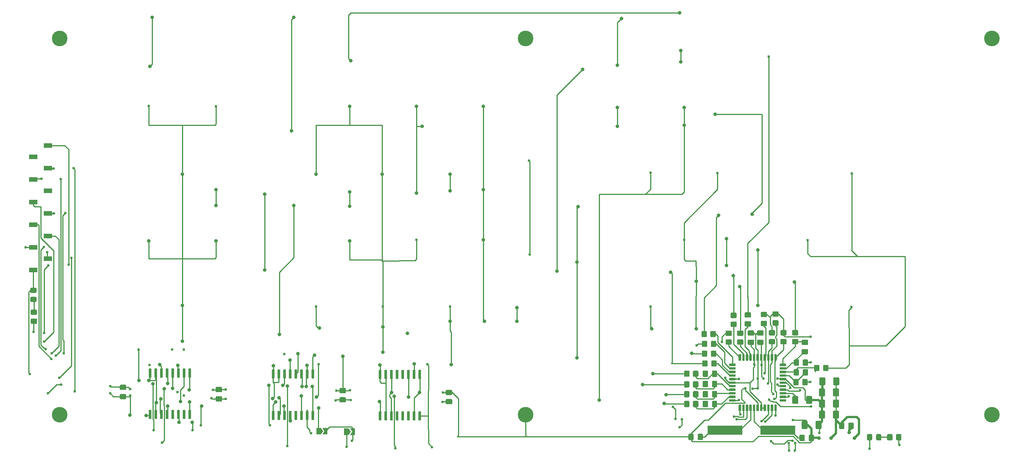
<source format=gbr>
G04 #@! TF.GenerationSoftware,KiCad,Pcbnew,5.1.5+dfsg1-2build2*
G04 #@! TF.CreationDate,2024-06-21T19:05:47+01:00*
G04 #@! TF.ProjectId,qt_touch1,71745f74-6f75-4636-9831-2e6b69636164,rev?*
G04 #@! TF.SameCoordinates,Original*
G04 #@! TF.FileFunction,Copper,L2,Bot*
G04 #@! TF.FilePolarity,Positive*
%FSLAX46Y46*%
G04 Gerber Fmt 4.6, Leading zero omitted, Abs format (unit mm)*
G04 Created by KiCad (PCBNEW 5.1.5+dfsg1-2build2) date 2024-06-21 19:05:47*
%MOMM*%
%LPD*%
G04 APERTURE LIST*
%ADD10C,0.100000*%
%ADD11R,1.900000X1.000000*%
%ADD12R,7.875000X2.000000*%
%ADD13C,3.500000*%
%ADD14C,0.600000*%
%ADD15C,0.800000*%
%ADD16C,0.250000*%
%ADD17C,0.500000*%
G04 APERTURE END LIST*
G04 #@! TA.AperFunction,SMDPad,CuDef*
D10*
G36*
X213462005Y-126801204D02*
G01*
X213486273Y-126804804D01*
X213510072Y-126810765D01*
X213533171Y-126819030D01*
X213555350Y-126829520D01*
X213576393Y-126842132D01*
X213596099Y-126856747D01*
X213614277Y-126873223D01*
X213630753Y-126891401D01*
X213645368Y-126911107D01*
X213657980Y-126932150D01*
X213668470Y-126954329D01*
X213676735Y-126977428D01*
X213682696Y-127001227D01*
X213686296Y-127025495D01*
X213687500Y-127049999D01*
X213687500Y-128350001D01*
X213686296Y-128374505D01*
X213682696Y-128398773D01*
X213676735Y-128422572D01*
X213668470Y-128445671D01*
X213657980Y-128467850D01*
X213645368Y-128488893D01*
X213630753Y-128508599D01*
X213614277Y-128526777D01*
X213596099Y-128543253D01*
X213576393Y-128557868D01*
X213555350Y-128570480D01*
X213533171Y-128580970D01*
X213510072Y-128589235D01*
X213486273Y-128595196D01*
X213462005Y-128598796D01*
X213437501Y-128600000D01*
X212612499Y-128600000D01*
X212587995Y-128598796D01*
X212563727Y-128595196D01*
X212539928Y-128589235D01*
X212516829Y-128580970D01*
X212494650Y-128570480D01*
X212473607Y-128557868D01*
X212453901Y-128543253D01*
X212435723Y-128526777D01*
X212419247Y-128508599D01*
X212404632Y-128488893D01*
X212392020Y-128467850D01*
X212381530Y-128445671D01*
X212373265Y-128422572D01*
X212367304Y-128398773D01*
X212363704Y-128374505D01*
X212362500Y-128350001D01*
X212362500Y-127049999D01*
X212363704Y-127025495D01*
X212367304Y-127001227D01*
X212373265Y-126977428D01*
X212381530Y-126954329D01*
X212392020Y-126932150D01*
X212404632Y-126911107D01*
X212419247Y-126891401D01*
X212435723Y-126873223D01*
X212453901Y-126856747D01*
X212473607Y-126842132D01*
X212494650Y-126829520D01*
X212516829Y-126819030D01*
X212539928Y-126810765D01*
X212563727Y-126804804D01*
X212587995Y-126801204D01*
X212612499Y-126800000D01*
X213437501Y-126800000D01*
X213462005Y-126801204D01*
G37*
G04 #@! TD.AperFunction*
G04 #@! TA.AperFunction,SMDPad,CuDef*
G36*
X210337005Y-126801204D02*
G01*
X210361273Y-126804804D01*
X210385072Y-126810765D01*
X210408171Y-126819030D01*
X210430350Y-126829520D01*
X210451393Y-126842132D01*
X210471099Y-126856747D01*
X210489277Y-126873223D01*
X210505753Y-126891401D01*
X210520368Y-126911107D01*
X210532980Y-126932150D01*
X210543470Y-126954329D01*
X210551735Y-126977428D01*
X210557696Y-127001227D01*
X210561296Y-127025495D01*
X210562500Y-127049999D01*
X210562500Y-128350001D01*
X210561296Y-128374505D01*
X210557696Y-128398773D01*
X210551735Y-128422572D01*
X210543470Y-128445671D01*
X210532980Y-128467850D01*
X210520368Y-128488893D01*
X210505753Y-128508599D01*
X210489277Y-128526777D01*
X210471099Y-128543253D01*
X210451393Y-128557868D01*
X210430350Y-128570480D01*
X210408171Y-128580970D01*
X210385072Y-128589235D01*
X210361273Y-128595196D01*
X210337005Y-128598796D01*
X210312501Y-128600000D01*
X209487499Y-128600000D01*
X209462995Y-128598796D01*
X209438727Y-128595196D01*
X209414928Y-128589235D01*
X209391829Y-128580970D01*
X209369650Y-128570480D01*
X209348607Y-128557868D01*
X209328901Y-128543253D01*
X209310723Y-128526777D01*
X209294247Y-128508599D01*
X209279632Y-128488893D01*
X209267020Y-128467850D01*
X209256530Y-128445671D01*
X209248265Y-128422572D01*
X209242304Y-128398773D01*
X209238704Y-128374505D01*
X209237500Y-128350001D01*
X209237500Y-127049999D01*
X209238704Y-127025495D01*
X209242304Y-127001227D01*
X209248265Y-126977428D01*
X209256530Y-126954329D01*
X209267020Y-126932150D01*
X209279632Y-126911107D01*
X209294247Y-126891401D01*
X209310723Y-126873223D01*
X209328901Y-126856747D01*
X209348607Y-126842132D01*
X209369650Y-126829520D01*
X209391829Y-126819030D01*
X209414928Y-126810765D01*
X209438727Y-126804804D01*
X209462995Y-126801204D01*
X209487499Y-126800000D01*
X210312501Y-126800000D01*
X210337005Y-126801204D01*
G37*
G04 #@! TD.AperFunction*
G04 #@! TA.AperFunction,SMDPad,CuDef*
G36*
X213399505Y-131801204D02*
G01*
X213423773Y-131804804D01*
X213447572Y-131810765D01*
X213470671Y-131819030D01*
X213492850Y-131829520D01*
X213513893Y-131842132D01*
X213533599Y-131856747D01*
X213551777Y-131873223D01*
X213568253Y-131891401D01*
X213582868Y-131911107D01*
X213595480Y-131932150D01*
X213605970Y-131954329D01*
X213614235Y-131977428D01*
X213620196Y-132001227D01*
X213623796Y-132025495D01*
X213625000Y-132049999D01*
X213625000Y-133350001D01*
X213623796Y-133374505D01*
X213620196Y-133398773D01*
X213614235Y-133422572D01*
X213605970Y-133445671D01*
X213595480Y-133467850D01*
X213582868Y-133488893D01*
X213568253Y-133508599D01*
X213551777Y-133526777D01*
X213533599Y-133543253D01*
X213513893Y-133557868D01*
X213492850Y-133570480D01*
X213470671Y-133580970D01*
X213447572Y-133589235D01*
X213423773Y-133595196D01*
X213399505Y-133598796D01*
X213375001Y-133600000D01*
X212549999Y-133600000D01*
X212525495Y-133598796D01*
X212501227Y-133595196D01*
X212477428Y-133589235D01*
X212454329Y-133580970D01*
X212432150Y-133570480D01*
X212411107Y-133557868D01*
X212391401Y-133543253D01*
X212373223Y-133526777D01*
X212356747Y-133508599D01*
X212342132Y-133488893D01*
X212329520Y-133467850D01*
X212319030Y-133445671D01*
X212310765Y-133422572D01*
X212304804Y-133398773D01*
X212301204Y-133374505D01*
X212300000Y-133350001D01*
X212300000Y-132049999D01*
X212301204Y-132025495D01*
X212304804Y-132001227D01*
X212310765Y-131977428D01*
X212319030Y-131954329D01*
X212329520Y-131932150D01*
X212342132Y-131911107D01*
X212356747Y-131891401D01*
X212373223Y-131873223D01*
X212391401Y-131856747D01*
X212411107Y-131842132D01*
X212432150Y-131829520D01*
X212454329Y-131819030D01*
X212477428Y-131810765D01*
X212501227Y-131804804D01*
X212525495Y-131801204D01*
X212549999Y-131800000D01*
X213375001Y-131800000D01*
X213399505Y-131801204D01*
G37*
G04 #@! TD.AperFunction*
G04 #@! TA.AperFunction,SMDPad,CuDef*
G36*
X210274505Y-131801204D02*
G01*
X210298773Y-131804804D01*
X210322572Y-131810765D01*
X210345671Y-131819030D01*
X210367850Y-131829520D01*
X210388893Y-131842132D01*
X210408599Y-131856747D01*
X210426777Y-131873223D01*
X210443253Y-131891401D01*
X210457868Y-131911107D01*
X210470480Y-131932150D01*
X210480970Y-131954329D01*
X210489235Y-131977428D01*
X210495196Y-132001227D01*
X210498796Y-132025495D01*
X210500000Y-132049999D01*
X210500000Y-133350001D01*
X210498796Y-133374505D01*
X210495196Y-133398773D01*
X210489235Y-133422572D01*
X210480970Y-133445671D01*
X210470480Y-133467850D01*
X210457868Y-133488893D01*
X210443253Y-133508599D01*
X210426777Y-133526777D01*
X210408599Y-133543253D01*
X210388893Y-133557868D01*
X210367850Y-133570480D01*
X210345671Y-133580970D01*
X210322572Y-133589235D01*
X210298773Y-133595196D01*
X210274505Y-133598796D01*
X210250001Y-133600000D01*
X209424999Y-133600000D01*
X209400495Y-133598796D01*
X209376227Y-133595196D01*
X209352428Y-133589235D01*
X209329329Y-133580970D01*
X209307150Y-133570480D01*
X209286107Y-133557868D01*
X209266401Y-133543253D01*
X209248223Y-133526777D01*
X209231747Y-133508599D01*
X209217132Y-133488893D01*
X209204520Y-133467850D01*
X209194030Y-133445671D01*
X209185765Y-133422572D01*
X209179804Y-133398773D01*
X209176204Y-133374505D01*
X209175000Y-133350001D01*
X209175000Y-132049999D01*
X209176204Y-132025495D01*
X209179804Y-132001227D01*
X209185765Y-131977428D01*
X209194030Y-131954329D01*
X209204520Y-131932150D01*
X209217132Y-131911107D01*
X209231747Y-131891401D01*
X209248223Y-131873223D01*
X209266401Y-131856747D01*
X209286107Y-131842132D01*
X209307150Y-131829520D01*
X209329329Y-131819030D01*
X209352428Y-131810765D01*
X209376227Y-131804804D01*
X209400495Y-131801204D01*
X209424999Y-131800000D01*
X210250001Y-131800000D01*
X210274505Y-131801204D01*
G37*
G04 #@! TD.AperFunction*
G04 #@! TA.AperFunction,SMDPad,CuDef*
G36*
X213399505Y-134301204D02*
G01*
X213423773Y-134304804D01*
X213447572Y-134310765D01*
X213470671Y-134319030D01*
X213492850Y-134329520D01*
X213513893Y-134342132D01*
X213533599Y-134356747D01*
X213551777Y-134373223D01*
X213568253Y-134391401D01*
X213582868Y-134411107D01*
X213595480Y-134432150D01*
X213605970Y-134454329D01*
X213614235Y-134477428D01*
X213620196Y-134501227D01*
X213623796Y-134525495D01*
X213625000Y-134549999D01*
X213625000Y-135850001D01*
X213623796Y-135874505D01*
X213620196Y-135898773D01*
X213614235Y-135922572D01*
X213605970Y-135945671D01*
X213595480Y-135967850D01*
X213582868Y-135988893D01*
X213568253Y-136008599D01*
X213551777Y-136026777D01*
X213533599Y-136043253D01*
X213513893Y-136057868D01*
X213492850Y-136070480D01*
X213470671Y-136080970D01*
X213447572Y-136089235D01*
X213423773Y-136095196D01*
X213399505Y-136098796D01*
X213375001Y-136100000D01*
X212549999Y-136100000D01*
X212525495Y-136098796D01*
X212501227Y-136095196D01*
X212477428Y-136089235D01*
X212454329Y-136080970D01*
X212432150Y-136070480D01*
X212411107Y-136057868D01*
X212391401Y-136043253D01*
X212373223Y-136026777D01*
X212356747Y-136008599D01*
X212342132Y-135988893D01*
X212329520Y-135967850D01*
X212319030Y-135945671D01*
X212310765Y-135922572D01*
X212304804Y-135898773D01*
X212301204Y-135874505D01*
X212300000Y-135850001D01*
X212300000Y-134549999D01*
X212301204Y-134525495D01*
X212304804Y-134501227D01*
X212310765Y-134477428D01*
X212319030Y-134454329D01*
X212329520Y-134432150D01*
X212342132Y-134411107D01*
X212356747Y-134391401D01*
X212373223Y-134373223D01*
X212391401Y-134356747D01*
X212411107Y-134342132D01*
X212432150Y-134329520D01*
X212454329Y-134319030D01*
X212477428Y-134310765D01*
X212501227Y-134304804D01*
X212525495Y-134301204D01*
X212549999Y-134300000D01*
X213375001Y-134300000D01*
X213399505Y-134301204D01*
G37*
G04 #@! TD.AperFunction*
G04 #@! TA.AperFunction,SMDPad,CuDef*
G36*
X210274505Y-134301204D02*
G01*
X210298773Y-134304804D01*
X210322572Y-134310765D01*
X210345671Y-134319030D01*
X210367850Y-134329520D01*
X210388893Y-134342132D01*
X210408599Y-134356747D01*
X210426777Y-134373223D01*
X210443253Y-134391401D01*
X210457868Y-134411107D01*
X210470480Y-134432150D01*
X210480970Y-134454329D01*
X210489235Y-134477428D01*
X210495196Y-134501227D01*
X210498796Y-134525495D01*
X210500000Y-134549999D01*
X210500000Y-135850001D01*
X210498796Y-135874505D01*
X210495196Y-135898773D01*
X210489235Y-135922572D01*
X210480970Y-135945671D01*
X210470480Y-135967850D01*
X210457868Y-135988893D01*
X210443253Y-136008599D01*
X210426777Y-136026777D01*
X210408599Y-136043253D01*
X210388893Y-136057868D01*
X210367850Y-136070480D01*
X210345671Y-136080970D01*
X210322572Y-136089235D01*
X210298773Y-136095196D01*
X210274505Y-136098796D01*
X210250001Y-136100000D01*
X209424999Y-136100000D01*
X209400495Y-136098796D01*
X209376227Y-136095196D01*
X209352428Y-136089235D01*
X209329329Y-136080970D01*
X209307150Y-136070480D01*
X209286107Y-136057868D01*
X209266401Y-136043253D01*
X209248223Y-136026777D01*
X209231747Y-136008599D01*
X209217132Y-135988893D01*
X209204520Y-135967850D01*
X209194030Y-135945671D01*
X209185765Y-135922572D01*
X209179804Y-135898773D01*
X209176204Y-135874505D01*
X209175000Y-135850001D01*
X209175000Y-134549999D01*
X209176204Y-134525495D01*
X209179804Y-134501227D01*
X209185765Y-134477428D01*
X209194030Y-134454329D01*
X209204520Y-134432150D01*
X209217132Y-134411107D01*
X209231747Y-134391401D01*
X209248223Y-134373223D01*
X209266401Y-134356747D01*
X209286107Y-134342132D01*
X209307150Y-134329520D01*
X209329329Y-134319030D01*
X209352428Y-134310765D01*
X209376227Y-134304804D01*
X209400495Y-134301204D01*
X209424999Y-134300000D01*
X210250001Y-134300000D01*
X210274505Y-134301204D01*
G37*
G04 #@! TD.AperFunction*
G04 #@! TA.AperFunction,SMDPad,CuDef*
G36*
X213399505Y-129301204D02*
G01*
X213423773Y-129304804D01*
X213447572Y-129310765D01*
X213470671Y-129319030D01*
X213492850Y-129329520D01*
X213513893Y-129342132D01*
X213533599Y-129356747D01*
X213551777Y-129373223D01*
X213568253Y-129391401D01*
X213582868Y-129411107D01*
X213595480Y-129432150D01*
X213605970Y-129454329D01*
X213614235Y-129477428D01*
X213620196Y-129501227D01*
X213623796Y-129525495D01*
X213625000Y-129549999D01*
X213625000Y-130850001D01*
X213623796Y-130874505D01*
X213620196Y-130898773D01*
X213614235Y-130922572D01*
X213605970Y-130945671D01*
X213595480Y-130967850D01*
X213582868Y-130988893D01*
X213568253Y-131008599D01*
X213551777Y-131026777D01*
X213533599Y-131043253D01*
X213513893Y-131057868D01*
X213492850Y-131070480D01*
X213470671Y-131080970D01*
X213447572Y-131089235D01*
X213423773Y-131095196D01*
X213399505Y-131098796D01*
X213375001Y-131100000D01*
X212549999Y-131100000D01*
X212525495Y-131098796D01*
X212501227Y-131095196D01*
X212477428Y-131089235D01*
X212454329Y-131080970D01*
X212432150Y-131070480D01*
X212411107Y-131057868D01*
X212391401Y-131043253D01*
X212373223Y-131026777D01*
X212356747Y-131008599D01*
X212342132Y-130988893D01*
X212329520Y-130967850D01*
X212319030Y-130945671D01*
X212310765Y-130922572D01*
X212304804Y-130898773D01*
X212301204Y-130874505D01*
X212300000Y-130850001D01*
X212300000Y-129549999D01*
X212301204Y-129525495D01*
X212304804Y-129501227D01*
X212310765Y-129477428D01*
X212319030Y-129454329D01*
X212329520Y-129432150D01*
X212342132Y-129411107D01*
X212356747Y-129391401D01*
X212373223Y-129373223D01*
X212391401Y-129356747D01*
X212411107Y-129342132D01*
X212432150Y-129329520D01*
X212454329Y-129319030D01*
X212477428Y-129310765D01*
X212501227Y-129304804D01*
X212525495Y-129301204D01*
X212549999Y-129300000D01*
X213375001Y-129300000D01*
X213399505Y-129301204D01*
G37*
G04 #@! TD.AperFunction*
G04 #@! TA.AperFunction,SMDPad,CuDef*
G36*
X210274505Y-129301204D02*
G01*
X210298773Y-129304804D01*
X210322572Y-129310765D01*
X210345671Y-129319030D01*
X210367850Y-129329520D01*
X210388893Y-129342132D01*
X210408599Y-129356747D01*
X210426777Y-129373223D01*
X210443253Y-129391401D01*
X210457868Y-129411107D01*
X210470480Y-129432150D01*
X210480970Y-129454329D01*
X210489235Y-129477428D01*
X210495196Y-129501227D01*
X210498796Y-129525495D01*
X210500000Y-129549999D01*
X210500000Y-130850001D01*
X210498796Y-130874505D01*
X210495196Y-130898773D01*
X210489235Y-130922572D01*
X210480970Y-130945671D01*
X210470480Y-130967850D01*
X210457868Y-130988893D01*
X210443253Y-131008599D01*
X210426777Y-131026777D01*
X210408599Y-131043253D01*
X210388893Y-131057868D01*
X210367850Y-131070480D01*
X210345671Y-131080970D01*
X210322572Y-131089235D01*
X210298773Y-131095196D01*
X210274505Y-131098796D01*
X210250001Y-131100000D01*
X209424999Y-131100000D01*
X209400495Y-131098796D01*
X209376227Y-131095196D01*
X209352428Y-131089235D01*
X209329329Y-131080970D01*
X209307150Y-131070480D01*
X209286107Y-131057868D01*
X209266401Y-131043253D01*
X209248223Y-131026777D01*
X209231747Y-131008599D01*
X209217132Y-130988893D01*
X209204520Y-130967850D01*
X209194030Y-130945671D01*
X209185765Y-130922572D01*
X209179804Y-130898773D01*
X209176204Y-130874505D01*
X209175000Y-130850001D01*
X209175000Y-129549999D01*
X209176204Y-129525495D01*
X209179804Y-129501227D01*
X209185765Y-129477428D01*
X209194030Y-129454329D01*
X209204520Y-129432150D01*
X209217132Y-129411107D01*
X209231747Y-129391401D01*
X209248223Y-129373223D01*
X209266401Y-129356747D01*
X209286107Y-129342132D01*
X209307150Y-129329520D01*
X209329329Y-129319030D01*
X209352428Y-129310765D01*
X209376227Y-129304804D01*
X209400495Y-129301204D01*
X209424999Y-129300000D01*
X210250001Y-129300000D01*
X210274505Y-129301204D01*
G37*
G04 #@! TD.AperFunction*
G04 #@! TA.AperFunction,SMDPad,CuDef*
G36*
X206374505Y-136601204D02*
G01*
X206398773Y-136604804D01*
X206422572Y-136610765D01*
X206445671Y-136619030D01*
X206467850Y-136629520D01*
X206488893Y-136642132D01*
X206508599Y-136656747D01*
X206526777Y-136673223D01*
X206543253Y-136691401D01*
X206557868Y-136711107D01*
X206570480Y-136732150D01*
X206580970Y-136754329D01*
X206589235Y-136777428D01*
X206595196Y-136801227D01*
X206598796Y-136825495D01*
X206600000Y-136849999D01*
X206600000Y-138150001D01*
X206598796Y-138174505D01*
X206595196Y-138198773D01*
X206589235Y-138222572D01*
X206580970Y-138245671D01*
X206570480Y-138267850D01*
X206557868Y-138288893D01*
X206543253Y-138308599D01*
X206526777Y-138326777D01*
X206508599Y-138343253D01*
X206488893Y-138357868D01*
X206467850Y-138370480D01*
X206445671Y-138380970D01*
X206422572Y-138389235D01*
X206398773Y-138395196D01*
X206374505Y-138398796D01*
X206350001Y-138400000D01*
X205524999Y-138400000D01*
X205500495Y-138398796D01*
X205476227Y-138395196D01*
X205452428Y-138389235D01*
X205429329Y-138380970D01*
X205407150Y-138370480D01*
X205386107Y-138357868D01*
X205366401Y-138343253D01*
X205348223Y-138326777D01*
X205331747Y-138308599D01*
X205317132Y-138288893D01*
X205304520Y-138267850D01*
X205294030Y-138245671D01*
X205285765Y-138222572D01*
X205279804Y-138198773D01*
X205276204Y-138174505D01*
X205275000Y-138150001D01*
X205275000Y-136849999D01*
X205276204Y-136825495D01*
X205279804Y-136801227D01*
X205285765Y-136777428D01*
X205294030Y-136754329D01*
X205304520Y-136732150D01*
X205317132Y-136711107D01*
X205331747Y-136691401D01*
X205348223Y-136673223D01*
X205366401Y-136656747D01*
X205386107Y-136642132D01*
X205407150Y-136629520D01*
X205429329Y-136619030D01*
X205452428Y-136610765D01*
X205476227Y-136604804D01*
X205500495Y-136601204D01*
X205524999Y-136600000D01*
X206350001Y-136600000D01*
X206374505Y-136601204D01*
G37*
G04 #@! TD.AperFunction*
G04 #@! TA.AperFunction,SMDPad,CuDef*
G36*
X209499505Y-136601204D02*
G01*
X209523773Y-136604804D01*
X209547572Y-136610765D01*
X209570671Y-136619030D01*
X209592850Y-136629520D01*
X209613893Y-136642132D01*
X209633599Y-136656747D01*
X209651777Y-136673223D01*
X209668253Y-136691401D01*
X209682868Y-136711107D01*
X209695480Y-136732150D01*
X209705970Y-136754329D01*
X209714235Y-136777428D01*
X209720196Y-136801227D01*
X209723796Y-136825495D01*
X209725000Y-136849999D01*
X209725000Y-138150001D01*
X209723796Y-138174505D01*
X209720196Y-138198773D01*
X209714235Y-138222572D01*
X209705970Y-138245671D01*
X209695480Y-138267850D01*
X209682868Y-138288893D01*
X209668253Y-138308599D01*
X209651777Y-138326777D01*
X209633599Y-138343253D01*
X209613893Y-138357868D01*
X209592850Y-138370480D01*
X209570671Y-138380970D01*
X209547572Y-138389235D01*
X209523773Y-138395196D01*
X209499505Y-138398796D01*
X209475001Y-138400000D01*
X208649999Y-138400000D01*
X208625495Y-138398796D01*
X208601227Y-138395196D01*
X208577428Y-138389235D01*
X208554329Y-138380970D01*
X208532150Y-138370480D01*
X208511107Y-138357868D01*
X208491401Y-138343253D01*
X208473223Y-138326777D01*
X208456747Y-138308599D01*
X208442132Y-138288893D01*
X208429520Y-138267850D01*
X208419030Y-138245671D01*
X208410765Y-138222572D01*
X208404804Y-138198773D01*
X208401204Y-138174505D01*
X208400000Y-138150001D01*
X208400000Y-136849999D01*
X208401204Y-136825495D01*
X208404804Y-136801227D01*
X208410765Y-136777428D01*
X208419030Y-136754329D01*
X208429520Y-136732150D01*
X208442132Y-136711107D01*
X208456747Y-136691401D01*
X208473223Y-136673223D01*
X208491401Y-136656747D01*
X208511107Y-136642132D01*
X208532150Y-136629520D01*
X208554329Y-136619030D01*
X208577428Y-136610765D01*
X208601227Y-136604804D01*
X208625495Y-136601204D01*
X208649999Y-136600000D01*
X209475001Y-136600000D01*
X209499505Y-136601204D01*
G37*
G04 #@! TD.AperFunction*
G04 #@! TA.AperFunction,SMDPad,CuDef*
G36*
X204274505Y-131001204D02*
G01*
X204298773Y-131004804D01*
X204322572Y-131010765D01*
X204345671Y-131019030D01*
X204367850Y-131029520D01*
X204388893Y-131042132D01*
X204408599Y-131056747D01*
X204426777Y-131073223D01*
X204443253Y-131091401D01*
X204457868Y-131111107D01*
X204470480Y-131132150D01*
X204480970Y-131154329D01*
X204489235Y-131177428D01*
X204495196Y-131201227D01*
X204498796Y-131225495D01*
X204500000Y-131249999D01*
X204500000Y-132550001D01*
X204498796Y-132574505D01*
X204495196Y-132598773D01*
X204489235Y-132622572D01*
X204480970Y-132645671D01*
X204470480Y-132667850D01*
X204457868Y-132688893D01*
X204443253Y-132708599D01*
X204426777Y-132726777D01*
X204408599Y-132743253D01*
X204388893Y-132757868D01*
X204367850Y-132770480D01*
X204345671Y-132780970D01*
X204322572Y-132789235D01*
X204298773Y-132795196D01*
X204274505Y-132798796D01*
X204250001Y-132800000D01*
X203424999Y-132800000D01*
X203400495Y-132798796D01*
X203376227Y-132795196D01*
X203352428Y-132789235D01*
X203329329Y-132780970D01*
X203307150Y-132770480D01*
X203286107Y-132757868D01*
X203266401Y-132743253D01*
X203248223Y-132726777D01*
X203231747Y-132708599D01*
X203217132Y-132688893D01*
X203204520Y-132667850D01*
X203194030Y-132645671D01*
X203185765Y-132622572D01*
X203179804Y-132598773D01*
X203176204Y-132574505D01*
X203175000Y-132550001D01*
X203175000Y-131249999D01*
X203176204Y-131225495D01*
X203179804Y-131201227D01*
X203185765Y-131177428D01*
X203194030Y-131154329D01*
X203204520Y-131132150D01*
X203217132Y-131111107D01*
X203231747Y-131091401D01*
X203248223Y-131073223D01*
X203266401Y-131056747D01*
X203286107Y-131042132D01*
X203307150Y-131029520D01*
X203329329Y-131019030D01*
X203352428Y-131010765D01*
X203376227Y-131004804D01*
X203400495Y-131001204D01*
X203424999Y-131000000D01*
X204250001Y-131000000D01*
X204274505Y-131001204D01*
G37*
G04 #@! TD.AperFunction*
G04 #@! TA.AperFunction,SMDPad,CuDef*
G36*
X207399505Y-131001204D02*
G01*
X207423773Y-131004804D01*
X207447572Y-131010765D01*
X207470671Y-131019030D01*
X207492850Y-131029520D01*
X207513893Y-131042132D01*
X207533599Y-131056747D01*
X207551777Y-131073223D01*
X207568253Y-131091401D01*
X207582868Y-131111107D01*
X207595480Y-131132150D01*
X207605970Y-131154329D01*
X207614235Y-131177428D01*
X207620196Y-131201227D01*
X207623796Y-131225495D01*
X207625000Y-131249999D01*
X207625000Y-132550001D01*
X207623796Y-132574505D01*
X207620196Y-132598773D01*
X207614235Y-132622572D01*
X207605970Y-132645671D01*
X207595480Y-132667850D01*
X207582868Y-132688893D01*
X207568253Y-132708599D01*
X207551777Y-132726777D01*
X207533599Y-132743253D01*
X207513893Y-132757868D01*
X207492850Y-132770480D01*
X207470671Y-132780970D01*
X207447572Y-132789235D01*
X207423773Y-132795196D01*
X207399505Y-132798796D01*
X207375001Y-132800000D01*
X206549999Y-132800000D01*
X206525495Y-132798796D01*
X206501227Y-132795196D01*
X206477428Y-132789235D01*
X206454329Y-132780970D01*
X206432150Y-132770480D01*
X206411107Y-132757868D01*
X206391401Y-132743253D01*
X206373223Y-132726777D01*
X206356747Y-132708599D01*
X206342132Y-132688893D01*
X206329520Y-132667850D01*
X206319030Y-132645671D01*
X206310765Y-132622572D01*
X206304804Y-132598773D01*
X206301204Y-132574505D01*
X206300000Y-132550001D01*
X206300000Y-131249999D01*
X206301204Y-131225495D01*
X206304804Y-131201227D01*
X206310765Y-131177428D01*
X206319030Y-131154329D01*
X206329520Y-131132150D01*
X206342132Y-131111107D01*
X206356747Y-131091401D01*
X206373223Y-131073223D01*
X206391401Y-131056747D01*
X206411107Y-131042132D01*
X206432150Y-131029520D01*
X206454329Y-131019030D01*
X206477428Y-131010765D01*
X206501227Y-131004804D01*
X206525495Y-131001204D01*
X206549999Y-131000000D01*
X207375001Y-131000000D01*
X207399505Y-131001204D01*
G37*
G04 #@! TD.AperFunction*
G04 #@! TA.AperFunction,SMDPad,CuDef*
G36*
X110919703Y-134425722D02*
G01*
X110934264Y-134427882D01*
X110948543Y-134431459D01*
X110962403Y-134436418D01*
X110975710Y-134442712D01*
X110988336Y-134450280D01*
X111000159Y-134459048D01*
X111011066Y-134468934D01*
X111020952Y-134479841D01*
X111029720Y-134491664D01*
X111037288Y-134504290D01*
X111043582Y-134517597D01*
X111048541Y-134531457D01*
X111052118Y-134545736D01*
X111054278Y-134560297D01*
X111055000Y-134575000D01*
X111055000Y-136325000D01*
X111054278Y-136339703D01*
X111052118Y-136354264D01*
X111048541Y-136368543D01*
X111043582Y-136382403D01*
X111037288Y-136395710D01*
X111029720Y-136408336D01*
X111020952Y-136420159D01*
X111011066Y-136431066D01*
X111000159Y-136440952D01*
X110988336Y-136449720D01*
X110975710Y-136457288D01*
X110962403Y-136463582D01*
X110948543Y-136468541D01*
X110934264Y-136472118D01*
X110919703Y-136474278D01*
X110905000Y-136475000D01*
X110605000Y-136475000D01*
X110590297Y-136474278D01*
X110575736Y-136472118D01*
X110561457Y-136468541D01*
X110547597Y-136463582D01*
X110534290Y-136457288D01*
X110521664Y-136449720D01*
X110509841Y-136440952D01*
X110498934Y-136431066D01*
X110489048Y-136420159D01*
X110480280Y-136408336D01*
X110472712Y-136395710D01*
X110466418Y-136382403D01*
X110461459Y-136368543D01*
X110457882Y-136354264D01*
X110455722Y-136339703D01*
X110455000Y-136325000D01*
X110455000Y-134575000D01*
X110455722Y-134560297D01*
X110457882Y-134545736D01*
X110461459Y-134531457D01*
X110466418Y-134517597D01*
X110472712Y-134504290D01*
X110480280Y-134491664D01*
X110489048Y-134479841D01*
X110498934Y-134468934D01*
X110509841Y-134459048D01*
X110521664Y-134450280D01*
X110534290Y-134442712D01*
X110547597Y-134436418D01*
X110561457Y-134431459D01*
X110575736Y-134427882D01*
X110590297Y-134425722D01*
X110605000Y-134425000D01*
X110905000Y-134425000D01*
X110919703Y-134425722D01*
G37*
G04 #@! TD.AperFunction*
G04 #@! TA.AperFunction,SMDPad,CuDef*
G36*
X112189703Y-134425722D02*
G01*
X112204264Y-134427882D01*
X112218543Y-134431459D01*
X112232403Y-134436418D01*
X112245710Y-134442712D01*
X112258336Y-134450280D01*
X112270159Y-134459048D01*
X112281066Y-134468934D01*
X112290952Y-134479841D01*
X112299720Y-134491664D01*
X112307288Y-134504290D01*
X112313582Y-134517597D01*
X112318541Y-134531457D01*
X112322118Y-134545736D01*
X112324278Y-134560297D01*
X112325000Y-134575000D01*
X112325000Y-136325000D01*
X112324278Y-136339703D01*
X112322118Y-136354264D01*
X112318541Y-136368543D01*
X112313582Y-136382403D01*
X112307288Y-136395710D01*
X112299720Y-136408336D01*
X112290952Y-136420159D01*
X112281066Y-136431066D01*
X112270159Y-136440952D01*
X112258336Y-136449720D01*
X112245710Y-136457288D01*
X112232403Y-136463582D01*
X112218543Y-136468541D01*
X112204264Y-136472118D01*
X112189703Y-136474278D01*
X112175000Y-136475000D01*
X111875000Y-136475000D01*
X111860297Y-136474278D01*
X111845736Y-136472118D01*
X111831457Y-136468541D01*
X111817597Y-136463582D01*
X111804290Y-136457288D01*
X111791664Y-136449720D01*
X111779841Y-136440952D01*
X111768934Y-136431066D01*
X111759048Y-136420159D01*
X111750280Y-136408336D01*
X111742712Y-136395710D01*
X111736418Y-136382403D01*
X111731459Y-136368543D01*
X111727882Y-136354264D01*
X111725722Y-136339703D01*
X111725000Y-136325000D01*
X111725000Y-134575000D01*
X111725722Y-134560297D01*
X111727882Y-134545736D01*
X111731459Y-134531457D01*
X111736418Y-134517597D01*
X111742712Y-134504290D01*
X111750280Y-134491664D01*
X111759048Y-134479841D01*
X111768934Y-134468934D01*
X111779841Y-134459048D01*
X111791664Y-134450280D01*
X111804290Y-134442712D01*
X111817597Y-134436418D01*
X111831457Y-134431459D01*
X111845736Y-134427882D01*
X111860297Y-134425722D01*
X111875000Y-134425000D01*
X112175000Y-134425000D01*
X112189703Y-134425722D01*
G37*
G04 #@! TD.AperFunction*
G04 #@! TA.AperFunction,SMDPad,CuDef*
G36*
X113459703Y-134425722D02*
G01*
X113474264Y-134427882D01*
X113488543Y-134431459D01*
X113502403Y-134436418D01*
X113515710Y-134442712D01*
X113528336Y-134450280D01*
X113540159Y-134459048D01*
X113551066Y-134468934D01*
X113560952Y-134479841D01*
X113569720Y-134491664D01*
X113577288Y-134504290D01*
X113583582Y-134517597D01*
X113588541Y-134531457D01*
X113592118Y-134545736D01*
X113594278Y-134560297D01*
X113595000Y-134575000D01*
X113595000Y-136325000D01*
X113594278Y-136339703D01*
X113592118Y-136354264D01*
X113588541Y-136368543D01*
X113583582Y-136382403D01*
X113577288Y-136395710D01*
X113569720Y-136408336D01*
X113560952Y-136420159D01*
X113551066Y-136431066D01*
X113540159Y-136440952D01*
X113528336Y-136449720D01*
X113515710Y-136457288D01*
X113502403Y-136463582D01*
X113488543Y-136468541D01*
X113474264Y-136472118D01*
X113459703Y-136474278D01*
X113445000Y-136475000D01*
X113145000Y-136475000D01*
X113130297Y-136474278D01*
X113115736Y-136472118D01*
X113101457Y-136468541D01*
X113087597Y-136463582D01*
X113074290Y-136457288D01*
X113061664Y-136449720D01*
X113049841Y-136440952D01*
X113038934Y-136431066D01*
X113029048Y-136420159D01*
X113020280Y-136408336D01*
X113012712Y-136395710D01*
X113006418Y-136382403D01*
X113001459Y-136368543D01*
X112997882Y-136354264D01*
X112995722Y-136339703D01*
X112995000Y-136325000D01*
X112995000Y-134575000D01*
X112995722Y-134560297D01*
X112997882Y-134545736D01*
X113001459Y-134531457D01*
X113006418Y-134517597D01*
X113012712Y-134504290D01*
X113020280Y-134491664D01*
X113029048Y-134479841D01*
X113038934Y-134468934D01*
X113049841Y-134459048D01*
X113061664Y-134450280D01*
X113074290Y-134442712D01*
X113087597Y-134436418D01*
X113101457Y-134431459D01*
X113115736Y-134427882D01*
X113130297Y-134425722D01*
X113145000Y-134425000D01*
X113445000Y-134425000D01*
X113459703Y-134425722D01*
G37*
G04 #@! TD.AperFunction*
G04 #@! TA.AperFunction,SMDPad,CuDef*
G36*
X114729703Y-134425722D02*
G01*
X114744264Y-134427882D01*
X114758543Y-134431459D01*
X114772403Y-134436418D01*
X114785710Y-134442712D01*
X114798336Y-134450280D01*
X114810159Y-134459048D01*
X114821066Y-134468934D01*
X114830952Y-134479841D01*
X114839720Y-134491664D01*
X114847288Y-134504290D01*
X114853582Y-134517597D01*
X114858541Y-134531457D01*
X114862118Y-134545736D01*
X114864278Y-134560297D01*
X114865000Y-134575000D01*
X114865000Y-136325000D01*
X114864278Y-136339703D01*
X114862118Y-136354264D01*
X114858541Y-136368543D01*
X114853582Y-136382403D01*
X114847288Y-136395710D01*
X114839720Y-136408336D01*
X114830952Y-136420159D01*
X114821066Y-136431066D01*
X114810159Y-136440952D01*
X114798336Y-136449720D01*
X114785710Y-136457288D01*
X114772403Y-136463582D01*
X114758543Y-136468541D01*
X114744264Y-136472118D01*
X114729703Y-136474278D01*
X114715000Y-136475000D01*
X114415000Y-136475000D01*
X114400297Y-136474278D01*
X114385736Y-136472118D01*
X114371457Y-136468541D01*
X114357597Y-136463582D01*
X114344290Y-136457288D01*
X114331664Y-136449720D01*
X114319841Y-136440952D01*
X114308934Y-136431066D01*
X114299048Y-136420159D01*
X114290280Y-136408336D01*
X114282712Y-136395710D01*
X114276418Y-136382403D01*
X114271459Y-136368543D01*
X114267882Y-136354264D01*
X114265722Y-136339703D01*
X114265000Y-136325000D01*
X114265000Y-134575000D01*
X114265722Y-134560297D01*
X114267882Y-134545736D01*
X114271459Y-134531457D01*
X114276418Y-134517597D01*
X114282712Y-134504290D01*
X114290280Y-134491664D01*
X114299048Y-134479841D01*
X114308934Y-134468934D01*
X114319841Y-134459048D01*
X114331664Y-134450280D01*
X114344290Y-134442712D01*
X114357597Y-134436418D01*
X114371457Y-134431459D01*
X114385736Y-134427882D01*
X114400297Y-134425722D01*
X114415000Y-134425000D01*
X114715000Y-134425000D01*
X114729703Y-134425722D01*
G37*
G04 #@! TD.AperFunction*
G04 #@! TA.AperFunction,SMDPad,CuDef*
G36*
X115999703Y-134425722D02*
G01*
X116014264Y-134427882D01*
X116028543Y-134431459D01*
X116042403Y-134436418D01*
X116055710Y-134442712D01*
X116068336Y-134450280D01*
X116080159Y-134459048D01*
X116091066Y-134468934D01*
X116100952Y-134479841D01*
X116109720Y-134491664D01*
X116117288Y-134504290D01*
X116123582Y-134517597D01*
X116128541Y-134531457D01*
X116132118Y-134545736D01*
X116134278Y-134560297D01*
X116135000Y-134575000D01*
X116135000Y-136325000D01*
X116134278Y-136339703D01*
X116132118Y-136354264D01*
X116128541Y-136368543D01*
X116123582Y-136382403D01*
X116117288Y-136395710D01*
X116109720Y-136408336D01*
X116100952Y-136420159D01*
X116091066Y-136431066D01*
X116080159Y-136440952D01*
X116068336Y-136449720D01*
X116055710Y-136457288D01*
X116042403Y-136463582D01*
X116028543Y-136468541D01*
X116014264Y-136472118D01*
X115999703Y-136474278D01*
X115985000Y-136475000D01*
X115685000Y-136475000D01*
X115670297Y-136474278D01*
X115655736Y-136472118D01*
X115641457Y-136468541D01*
X115627597Y-136463582D01*
X115614290Y-136457288D01*
X115601664Y-136449720D01*
X115589841Y-136440952D01*
X115578934Y-136431066D01*
X115569048Y-136420159D01*
X115560280Y-136408336D01*
X115552712Y-136395710D01*
X115546418Y-136382403D01*
X115541459Y-136368543D01*
X115537882Y-136354264D01*
X115535722Y-136339703D01*
X115535000Y-136325000D01*
X115535000Y-134575000D01*
X115535722Y-134560297D01*
X115537882Y-134545736D01*
X115541459Y-134531457D01*
X115546418Y-134517597D01*
X115552712Y-134504290D01*
X115560280Y-134491664D01*
X115569048Y-134479841D01*
X115578934Y-134468934D01*
X115589841Y-134459048D01*
X115601664Y-134450280D01*
X115614290Y-134442712D01*
X115627597Y-134436418D01*
X115641457Y-134431459D01*
X115655736Y-134427882D01*
X115670297Y-134425722D01*
X115685000Y-134425000D01*
X115985000Y-134425000D01*
X115999703Y-134425722D01*
G37*
G04 #@! TD.AperFunction*
G04 #@! TA.AperFunction,SMDPad,CuDef*
G36*
X117269703Y-134425722D02*
G01*
X117284264Y-134427882D01*
X117298543Y-134431459D01*
X117312403Y-134436418D01*
X117325710Y-134442712D01*
X117338336Y-134450280D01*
X117350159Y-134459048D01*
X117361066Y-134468934D01*
X117370952Y-134479841D01*
X117379720Y-134491664D01*
X117387288Y-134504290D01*
X117393582Y-134517597D01*
X117398541Y-134531457D01*
X117402118Y-134545736D01*
X117404278Y-134560297D01*
X117405000Y-134575000D01*
X117405000Y-136325000D01*
X117404278Y-136339703D01*
X117402118Y-136354264D01*
X117398541Y-136368543D01*
X117393582Y-136382403D01*
X117387288Y-136395710D01*
X117379720Y-136408336D01*
X117370952Y-136420159D01*
X117361066Y-136431066D01*
X117350159Y-136440952D01*
X117338336Y-136449720D01*
X117325710Y-136457288D01*
X117312403Y-136463582D01*
X117298543Y-136468541D01*
X117284264Y-136472118D01*
X117269703Y-136474278D01*
X117255000Y-136475000D01*
X116955000Y-136475000D01*
X116940297Y-136474278D01*
X116925736Y-136472118D01*
X116911457Y-136468541D01*
X116897597Y-136463582D01*
X116884290Y-136457288D01*
X116871664Y-136449720D01*
X116859841Y-136440952D01*
X116848934Y-136431066D01*
X116839048Y-136420159D01*
X116830280Y-136408336D01*
X116822712Y-136395710D01*
X116816418Y-136382403D01*
X116811459Y-136368543D01*
X116807882Y-136354264D01*
X116805722Y-136339703D01*
X116805000Y-136325000D01*
X116805000Y-134575000D01*
X116805722Y-134560297D01*
X116807882Y-134545736D01*
X116811459Y-134531457D01*
X116816418Y-134517597D01*
X116822712Y-134504290D01*
X116830280Y-134491664D01*
X116839048Y-134479841D01*
X116848934Y-134468934D01*
X116859841Y-134459048D01*
X116871664Y-134450280D01*
X116884290Y-134442712D01*
X116897597Y-134436418D01*
X116911457Y-134431459D01*
X116925736Y-134427882D01*
X116940297Y-134425722D01*
X116955000Y-134425000D01*
X117255000Y-134425000D01*
X117269703Y-134425722D01*
G37*
G04 #@! TD.AperFunction*
G04 #@! TA.AperFunction,SMDPad,CuDef*
G36*
X118539703Y-134425722D02*
G01*
X118554264Y-134427882D01*
X118568543Y-134431459D01*
X118582403Y-134436418D01*
X118595710Y-134442712D01*
X118608336Y-134450280D01*
X118620159Y-134459048D01*
X118631066Y-134468934D01*
X118640952Y-134479841D01*
X118649720Y-134491664D01*
X118657288Y-134504290D01*
X118663582Y-134517597D01*
X118668541Y-134531457D01*
X118672118Y-134545736D01*
X118674278Y-134560297D01*
X118675000Y-134575000D01*
X118675000Y-136325000D01*
X118674278Y-136339703D01*
X118672118Y-136354264D01*
X118668541Y-136368543D01*
X118663582Y-136382403D01*
X118657288Y-136395710D01*
X118649720Y-136408336D01*
X118640952Y-136420159D01*
X118631066Y-136431066D01*
X118620159Y-136440952D01*
X118608336Y-136449720D01*
X118595710Y-136457288D01*
X118582403Y-136463582D01*
X118568543Y-136468541D01*
X118554264Y-136472118D01*
X118539703Y-136474278D01*
X118525000Y-136475000D01*
X118225000Y-136475000D01*
X118210297Y-136474278D01*
X118195736Y-136472118D01*
X118181457Y-136468541D01*
X118167597Y-136463582D01*
X118154290Y-136457288D01*
X118141664Y-136449720D01*
X118129841Y-136440952D01*
X118118934Y-136431066D01*
X118109048Y-136420159D01*
X118100280Y-136408336D01*
X118092712Y-136395710D01*
X118086418Y-136382403D01*
X118081459Y-136368543D01*
X118077882Y-136354264D01*
X118075722Y-136339703D01*
X118075000Y-136325000D01*
X118075000Y-134575000D01*
X118075722Y-134560297D01*
X118077882Y-134545736D01*
X118081459Y-134531457D01*
X118086418Y-134517597D01*
X118092712Y-134504290D01*
X118100280Y-134491664D01*
X118109048Y-134479841D01*
X118118934Y-134468934D01*
X118129841Y-134459048D01*
X118141664Y-134450280D01*
X118154290Y-134442712D01*
X118167597Y-134436418D01*
X118181457Y-134431459D01*
X118195736Y-134427882D01*
X118210297Y-134425722D01*
X118225000Y-134425000D01*
X118525000Y-134425000D01*
X118539703Y-134425722D01*
G37*
G04 #@! TD.AperFunction*
G04 #@! TA.AperFunction,SMDPad,CuDef*
G36*
X119809703Y-134425722D02*
G01*
X119824264Y-134427882D01*
X119838543Y-134431459D01*
X119852403Y-134436418D01*
X119865710Y-134442712D01*
X119878336Y-134450280D01*
X119890159Y-134459048D01*
X119901066Y-134468934D01*
X119910952Y-134479841D01*
X119919720Y-134491664D01*
X119927288Y-134504290D01*
X119933582Y-134517597D01*
X119938541Y-134531457D01*
X119942118Y-134545736D01*
X119944278Y-134560297D01*
X119945000Y-134575000D01*
X119945000Y-136325000D01*
X119944278Y-136339703D01*
X119942118Y-136354264D01*
X119938541Y-136368543D01*
X119933582Y-136382403D01*
X119927288Y-136395710D01*
X119919720Y-136408336D01*
X119910952Y-136420159D01*
X119901066Y-136431066D01*
X119890159Y-136440952D01*
X119878336Y-136449720D01*
X119865710Y-136457288D01*
X119852403Y-136463582D01*
X119838543Y-136468541D01*
X119824264Y-136472118D01*
X119809703Y-136474278D01*
X119795000Y-136475000D01*
X119495000Y-136475000D01*
X119480297Y-136474278D01*
X119465736Y-136472118D01*
X119451457Y-136468541D01*
X119437597Y-136463582D01*
X119424290Y-136457288D01*
X119411664Y-136449720D01*
X119399841Y-136440952D01*
X119388934Y-136431066D01*
X119379048Y-136420159D01*
X119370280Y-136408336D01*
X119362712Y-136395710D01*
X119356418Y-136382403D01*
X119351459Y-136368543D01*
X119347882Y-136354264D01*
X119345722Y-136339703D01*
X119345000Y-136325000D01*
X119345000Y-134575000D01*
X119345722Y-134560297D01*
X119347882Y-134545736D01*
X119351459Y-134531457D01*
X119356418Y-134517597D01*
X119362712Y-134504290D01*
X119370280Y-134491664D01*
X119379048Y-134479841D01*
X119388934Y-134468934D01*
X119399841Y-134459048D01*
X119411664Y-134450280D01*
X119424290Y-134442712D01*
X119437597Y-134436418D01*
X119451457Y-134431459D01*
X119465736Y-134427882D01*
X119480297Y-134425722D01*
X119495000Y-134425000D01*
X119795000Y-134425000D01*
X119809703Y-134425722D01*
G37*
G04 #@! TD.AperFunction*
G04 #@! TA.AperFunction,SMDPad,CuDef*
G36*
X119809703Y-125125722D02*
G01*
X119824264Y-125127882D01*
X119838543Y-125131459D01*
X119852403Y-125136418D01*
X119865710Y-125142712D01*
X119878336Y-125150280D01*
X119890159Y-125159048D01*
X119901066Y-125168934D01*
X119910952Y-125179841D01*
X119919720Y-125191664D01*
X119927288Y-125204290D01*
X119933582Y-125217597D01*
X119938541Y-125231457D01*
X119942118Y-125245736D01*
X119944278Y-125260297D01*
X119945000Y-125275000D01*
X119945000Y-127025000D01*
X119944278Y-127039703D01*
X119942118Y-127054264D01*
X119938541Y-127068543D01*
X119933582Y-127082403D01*
X119927288Y-127095710D01*
X119919720Y-127108336D01*
X119910952Y-127120159D01*
X119901066Y-127131066D01*
X119890159Y-127140952D01*
X119878336Y-127149720D01*
X119865710Y-127157288D01*
X119852403Y-127163582D01*
X119838543Y-127168541D01*
X119824264Y-127172118D01*
X119809703Y-127174278D01*
X119795000Y-127175000D01*
X119495000Y-127175000D01*
X119480297Y-127174278D01*
X119465736Y-127172118D01*
X119451457Y-127168541D01*
X119437597Y-127163582D01*
X119424290Y-127157288D01*
X119411664Y-127149720D01*
X119399841Y-127140952D01*
X119388934Y-127131066D01*
X119379048Y-127120159D01*
X119370280Y-127108336D01*
X119362712Y-127095710D01*
X119356418Y-127082403D01*
X119351459Y-127068543D01*
X119347882Y-127054264D01*
X119345722Y-127039703D01*
X119345000Y-127025000D01*
X119345000Y-125275000D01*
X119345722Y-125260297D01*
X119347882Y-125245736D01*
X119351459Y-125231457D01*
X119356418Y-125217597D01*
X119362712Y-125204290D01*
X119370280Y-125191664D01*
X119379048Y-125179841D01*
X119388934Y-125168934D01*
X119399841Y-125159048D01*
X119411664Y-125150280D01*
X119424290Y-125142712D01*
X119437597Y-125136418D01*
X119451457Y-125131459D01*
X119465736Y-125127882D01*
X119480297Y-125125722D01*
X119495000Y-125125000D01*
X119795000Y-125125000D01*
X119809703Y-125125722D01*
G37*
G04 #@! TD.AperFunction*
G04 #@! TA.AperFunction,SMDPad,CuDef*
G36*
X118539703Y-125125722D02*
G01*
X118554264Y-125127882D01*
X118568543Y-125131459D01*
X118582403Y-125136418D01*
X118595710Y-125142712D01*
X118608336Y-125150280D01*
X118620159Y-125159048D01*
X118631066Y-125168934D01*
X118640952Y-125179841D01*
X118649720Y-125191664D01*
X118657288Y-125204290D01*
X118663582Y-125217597D01*
X118668541Y-125231457D01*
X118672118Y-125245736D01*
X118674278Y-125260297D01*
X118675000Y-125275000D01*
X118675000Y-127025000D01*
X118674278Y-127039703D01*
X118672118Y-127054264D01*
X118668541Y-127068543D01*
X118663582Y-127082403D01*
X118657288Y-127095710D01*
X118649720Y-127108336D01*
X118640952Y-127120159D01*
X118631066Y-127131066D01*
X118620159Y-127140952D01*
X118608336Y-127149720D01*
X118595710Y-127157288D01*
X118582403Y-127163582D01*
X118568543Y-127168541D01*
X118554264Y-127172118D01*
X118539703Y-127174278D01*
X118525000Y-127175000D01*
X118225000Y-127175000D01*
X118210297Y-127174278D01*
X118195736Y-127172118D01*
X118181457Y-127168541D01*
X118167597Y-127163582D01*
X118154290Y-127157288D01*
X118141664Y-127149720D01*
X118129841Y-127140952D01*
X118118934Y-127131066D01*
X118109048Y-127120159D01*
X118100280Y-127108336D01*
X118092712Y-127095710D01*
X118086418Y-127082403D01*
X118081459Y-127068543D01*
X118077882Y-127054264D01*
X118075722Y-127039703D01*
X118075000Y-127025000D01*
X118075000Y-125275000D01*
X118075722Y-125260297D01*
X118077882Y-125245736D01*
X118081459Y-125231457D01*
X118086418Y-125217597D01*
X118092712Y-125204290D01*
X118100280Y-125191664D01*
X118109048Y-125179841D01*
X118118934Y-125168934D01*
X118129841Y-125159048D01*
X118141664Y-125150280D01*
X118154290Y-125142712D01*
X118167597Y-125136418D01*
X118181457Y-125131459D01*
X118195736Y-125127882D01*
X118210297Y-125125722D01*
X118225000Y-125125000D01*
X118525000Y-125125000D01*
X118539703Y-125125722D01*
G37*
G04 #@! TD.AperFunction*
G04 #@! TA.AperFunction,SMDPad,CuDef*
G36*
X117269703Y-125125722D02*
G01*
X117284264Y-125127882D01*
X117298543Y-125131459D01*
X117312403Y-125136418D01*
X117325710Y-125142712D01*
X117338336Y-125150280D01*
X117350159Y-125159048D01*
X117361066Y-125168934D01*
X117370952Y-125179841D01*
X117379720Y-125191664D01*
X117387288Y-125204290D01*
X117393582Y-125217597D01*
X117398541Y-125231457D01*
X117402118Y-125245736D01*
X117404278Y-125260297D01*
X117405000Y-125275000D01*
X117405000Y-127025000D01*
X117404278Y-127039703D01*
X117402118Y-127054264D01*
X117398541Y-127068543D01*
X117393582Y-127082403D01*
X117387288Y-127095710D01*
X117379720Y-127108336D01*
X117370952Y-127120159D01*
X117361066Y-127131066D01*
X117350159Y-127140952D01*
X117338336Y-127149720D01*
X117325710Y-127157288D01*
X117312403Y-127163582D01*
X117298543Y-127168541D01*
X117284264Y-127172118D01*
X117269703Y-127174278D01*
X117255000Y-127175000D01*
X116955000Y-127175000D01*
X116940297Y-127174278D01*
X116925736Y-127172118D01*
X116911457Y-127168541D01*
X116897597Y-127163582D01*
X116884290Y-127157288D01*
X116871664Y-127149720D01*
X116859841Y-127140952D01*
X116848934Y-127131066D01*
X116839048Y-127120159D01*
X116830280Y-127108336D01*
X116822712Y-127095710D01*
X116816418Y-127082403D01*
X116811459Y-127068543D01*
X116807882Y-127054264D01*
X116805722Y-127039703D01*
X116805000Y-127025000D01*
X116805000Y-125275000D01*
X116805722Y-125260297D01*
X116807882Y-125245736D01*
X116811459Y-125231457D01*
X116816418Y-125217597D01*
X116822712Y-125204290D01*
X116830280Y-125191664D01*
X116839048Y-125179841D01*
X116848934Y-125168934D01*
X116859841Y-125159048D01*
X116871664Y-125150280D01*
X116884290Y-125142712D01*
X116897597Y-125136418D01*
X116911457Y-125131459D01*
X116925736Y-125127882D01*
X116940297Y-125125722D01*
X116955000Y-125125000D01*
X117255000Y-125125000D01*
X117269703Y-125125722D01*
G37*
G04 #@! TD.AperFunction*
G04 #@! TA.AperFunction,SMDPad,CuDef*
G36*
X115999703Y-125125722D02*
G01*
X116014264Y-125127882D01*
X116028543Y-125131459D01*
X116042403Y-125136418D01*
X116055710Y-125142712D01*
X116068336Y-125150280D01*
X116080159Y-125159048D01*
X116091066Y-125168934D01*
X116100952Y-125179841D01*
X116109720Y-125191664D01*
X116117288Y-125204290D01*
X116123582Y-125217597D01*
X116128541Y-125231457D01*
X116132118Y-125245736D01*
X116134278Y-125260297D01*
X116135000Y-125275000D01*
X116135000Y-127025000D01*
X116134278Y-127039703D01*
X116132118Y-127054264D01*
X116128541Y-127068543D01*
X116123582Y-127082403D01*
X116117288Y-127095710D01*
X116109720Y-127108336D01*
X116100952Y-127120159D01*
X116091066Y-127131066D01*
X116080159Y-127140952D01*
X116068336Y-127149720D01*
X116055710Y-127157288D01*
X116042403Y-127163582D01*
X116028543Y-127168541D01*
X116014264Y-127172118D01*
X115999703Y-127174278D01*
X115985000Y-127175000D01*
X115685000Y-127175000D01*
X115670297Y-127174278D01*
X115655736Y-127172118D01*
X115641457Y-127168541D01*
X115627597Y-127163582D01*
X115614290Y-127157288D01*
X115601664Y-127149720D01*
X115589841Y-127140952D01*
X115578934Y-127131066D01*
X115569048Y-127120159D01*
X115560280Y-127108336D01*
X115552712Y-127095710D01*
X115546418Y-127082403D01*
X115541459Y-127068543D01*
X115537882Y-127054264D01*
X115535722Y-127039703D01*
X115535000Y-127025000D01*
X115535000Y-125275000D01*
X115535722Y-125260297D01*
X115537882Y-125245736D01*
X115541459Y-125231457D01*
X115546418Y-125217597D01*
X115552712Y-125204290D01*
X115560280Y-125191664D01*
X115569048Y-125179841D01*
X115578934Y-125168934D01*
X115589841Y-125159048D01*
X115601664Y-125150280D01*
X115614290Y-125142712D01*
X115627597Y-125136418D01*
X115641457Y-125131459D01*
X115655736Y-125127882D01*
X115670297Y-125125722D01*
X115685000Y-125125000D01*
X115985000Y-125125000D01*
X115999703Y-125125722D01*
G37*
G04 #@! TD.AperFunction*
G04 #@! TA.AperFunction,SMDPad,CuDef*
G36*
X114729703Y-125125722D02*
G01*
X114744264Y-125127882D01*
X114758543Y-125131459D01*
X114772403Y-125136418D01*
X114785710Y-125142712D01*
X114798336Y-125150280D01*
X114810159Y-125159048D01*
X114821066Y-125168934D01*
X114830952Y-125179841D01*
X114839720Y-125191664D01*
X114847288Y-125204290D01*
X114853582Y-125217597D01*
X114858541Y-125231457D01*
X114862118Y-125245736D01*
X114864278Y-125260297D01*
X114865000Y-125275000D01*
X114865000Y-127025000D01*
X114864278Y-127039703D01*
X114862118Y-127054264D01*
X114858541Y-127068543D01*
X114853582Y-127082403D01*
X114847288Y-127095710D01*
X114839720Y-127108336D01*
X114830952Y-127120159D01*
X114821066Y-127131066D01*
X114810159Y-127140952D01*
X114798336Y-127149720D01*
X114785710Y-127157288D01*
X114772403Y-127163582D01*
X114758543Y-127168541D01*
X114744264Y-127172118D01*
X114729703Y-127174278D01*
X114715000Y-127175000D01*
X114415000Y-127175000D01*
X114400297Y-127174278D01*
X114385736Y-127172118D01*
X114371457Y-127168541D01*
X114357597Y-127163582D01*
X114344290Y-127157288D01*
X114331664Y-127149720D01*
X114319841Y-127140952D01*
X114308934Y-127131066D01*
X114299048Y-127120159D01*
X114290280Y-127108336D01*
X114282712Y-127095710D01*
X114276418Y-127082403D01*
X114271459Y-127068543D01*
X114267882Y-127054264D01*
X114265722Y-127039703D01*
X114265000Y-127025000D01*
X114265000Y-125275000D01*
X114265722Y-125260297D01*
X114267882Y-125245736D01*
X114271459Y-125231457D01*
X114276418Y-125217597D01*
X114282712Y-125204290D01*
X114290280Y-125191664D01*
X114299048Y-125179841D01*
X114308934Y-125168934D01*
X114319841Y-125159048D01*
X114331664Y-125150280D01*
X114344290Y-125142712D01*
X114357597Y-125136418D01*
X114371457Y-125131459D01*
X114385736Y-125127882D01*
X114400297Y-125125722D01*
X114415000Y-125125000D01*
X114715000Y-125125000D01*
X114729703Y-125125722D01*
G37*
G04 #@! TD.AperFunction*
G04 #@! TA.AperFunction,SMDPad,CuDef*
G36*
X113459703Y-125125722D02*
G01*
X113474264Y-125127882D01*
X113488543Y-125131459D01*
X113502403Y-125136418D01*
X113515710Y-125142712D01*
X113528336Y-125150280D01*
X113540159Y-125159048D01*
X113551066Y-125168934D01*
X113560952Y-125179841D01*
X113569720Y-125191664D01*
X113577288Y-125204290D01*
X113583582Y-125217597D01*
X113588541Y-125231457D01*
X113592118Y-125245736D01*
X113594278Y-125260297D01*
X113595000Y-125275000D01*
X113595000Y-127025000D01*
X113594278Y-127039703D01*
X113592118Y-127054264D01*
X113588541Y-127068543D01*
X113583582Y-127082403D01*
X113577288Y-127095710D01*
X113569720Y-127108336D01*
X113560952Y-127120159D01*
X113551066Y-127131066D01*
X113540159Y-127140952D01*
X113528336Y-127149720D01*
X113515710Y-127157288D01*
X113502403Y-127163582D01*
X113488543Y-127168541D01*
X113474264Y-127172118D01*
X113459703Y-127174278D01*
X113445000Y-127175000D01*
X113145000Y-127175000D01*
X113130297Y-127174278D01*
X113115736Y-127172118D01*
X113101457Y-127168541D01*
X113087597Y-127163582D01*
X113074290Y-127157288D01*
X113061664Y-127149720D01*
X113049841Y-127140952D01*
X113038934Y-127131066D01*
X113029048Y-127120159D01*
X113020280Y-127108336D01*
X113012712Y-127095710D01*
X113006418Y-127082403D01*
X113001459Y-127068543D01*
X112997882Y-127054264D01*
X112995722Y-127039703D01*
X112995000Y-127025000D01*
X112995000Y-125275000D01*
X112995722Y-125260297D01*
X112997882Y-125245736D01*
X113001459Y-125231457D01*
X113006418Y-125217597D01*
X113012712Y-125204290D01*
X113020280Y-125191664D01*
X113029048Y-125179841D01*
X113038934Y-125168934D01*
X113049841Y-125159048D01*
X113061664Y-125150280D01*
X113074290Y-125142712D01*
X113087597Y-125136418D01*
X113101457Y-125131459D01*
X113115736Y-125127882D01*
X113130297Y-125125722D01*
X113145000Y-125125000D01*
X113445000Y-125125000D01*
X113459703Y-125125722D01*
G37*
G04 #@! TD.AperFunction*
G04 #@! TA.AperFunction,SMDPad,CuDef*
G36*
X112189703Y-125125722D02*
G01*
X112204264Y-125127882D01*
X112218543Y-125131459D01*
X112232403Y-125136418D01*
X112245710Y-125142712D01*
X112258336Y-125150280D01*
X112270159Y-125159048D01*
X112281066Y-125168934D01*
X112290952Y-125179841D01*
X112299720Y-125191664D01*
X112307288Y-125204290D01*
X112313582Y-125217597D01*
X112318541Y-125231457D01*
X112322118Y-125245736D01*
X112324278Y-125260297D01*
X112325000Y-125275000D01*
X112325000Y-127025000D01*
X112324278Y-127039703D01*
X112322118Y-127054264D01*
X112318541Y-127068543D01*
X112313582Y-127082403D01*
X112307288Y-127095710D01*
X112299720Y-127108336D01*
X112290952Y-127120159D01*
X112281066Y-127131066D01*
X112270159Y-127140952D01*
X112258336Y-127149720D01*
X112245710Y-127157288D01*
X112232403Y-127163582D01*
X112218543Y-127168541D01*
X112204264Y-127172118D01*
X112189703Y-127174278D01*
X112175000Y-127175000D01*
X111875000Y-127175000D01*
X111860297Y-127174278D01*
X111845736Y-127172118D01*
X111831457Y-127168541D01*
X111817597Y-127163582D01*
X111804290Y-127157288D01*
X111791664Y-127149720D01*
X111779841Y-127140952D01*
X111768934Y-127131066D01*
X111759048Y-127120159D01*
X111750280Y-127108336D01*
X111742712Y-127095710D01*
X111736418Y-127082403D01*
X111731459Y-127068543D01*
X111727882Y-127054264D01*
X111725722Y-127039703D01*
X111725000Y-127025000D01*
X111725000Y-125275000D01*
X111725722Y-125260297D01*
X111727882Y-125245736D01*
X111731459Y-125231457D01*
X111736418Y-125217597D01*
X111742712Y-125204290D01*
X111750280Y-125191664D01*
X111759048Y-125179841D01*
X111768934Y-125168934D01*
X111779841Y-125159048D01*
X111791664Y-125150280D01*
X111804290Y-125142712D01*
X111817597Y-125136418D01*
X111831457Y-125131459D01*
X111845736Y-125127882D01*
X111860297Y-125125722D01*
X111875000Y-125125000D01*
X112175000Y-125125000D01*
X112189703Y-125125722D01*
G37*
G04 #@! TD.AperFunction*
G04 #@! TA.AperFunction,SMDPad,CuDef*
G36*
X110919703Y-125125722D02*
G01*
X110934264Y-125127882D01*
X110948543Y-125131459D01*
X110962403Y-125136418D01*
X110975710Y-125142712D01*
X110988336Y-125150280D01*
X111000159Y-125159048D01*
X111011066Y-125168934D01*
X111020952Y-125179841D01*
X111029720Y-125191664D01*
X111037288Y-125204290D01*
X111043582Y-125217597D01*
X111048541Y-125231457D01*
X111052118Y-125245736D01*
X111054278Y-125260297D01*
X111055000Y-125275000D01*
X111055000Y-127025000D01*
X111054278Y-127039703D01*
X111052118Y-127054264D01*
X111048541Y-127068543D01*
X111043582Y-127082403D01*
X111037288Y-127095710D01*
X111029720Y-127108336D01*
X111020952Y-127120159D01*
X111011066Y-127131066D01*
X111000159Y-127140952D01*
X110988336Y-127149720D01*
X110975710Y-127157288D01*
X110962403Y-127163582D01*
X110948543Y-127168541D01*
X110934264Y-127172118D01*
X110919703Y-127174278D01*
X110905000Y-127175000D01*
X110605000Y-127175000D01*
X110590297Y-127174278D01*
X110575736Y-127172118D01*
X110561457Y-127168541D01*
X110547597Y-127163582D01*
X110534290Y-127157288D01*
X110521664Y-127149720D01*
X110509841Y-127140952D01*
X110498934Y-127131066D01*
X110489048Y-127120159D01*
X110480280Y-127108336D01*
X110472712Y-127095710D01*
X110466418Y-127082403D01*
X110461459Y-127068543D01*
X110457882Y-127054264D01*
X110455722Y-127039703D01*
X110455000Y-127025000D01*
X110455000Y-125275000D01*
X110455722Y-125260297D01*
X110457882Y-125245736D01*
X110461459Y-125231457D01*
X110466418Y-125217597D01*
X110472712Y-125204290D01*
X110480280Y-125191664D01*
X110489048Y-125179841D01*
X110498934Y-125168934D01*
X110509841Y-125159048D01*
X110521664Y-125150280D01*
X110534290Y-125142712D01*
X110547597Y-125136418D01*
X110561457Y-125131459D01*
X110575736Y-125127882D01*
X110590297Y-125125722D01*
X110605000Y-125125000D01*
X110905000Y-125125000D01*
X110919703Y-125125722D01*
G37*
G04 #@! TD.AperFunction*
G04 #@! TA.AperFunction,SMDPad,CuDef*
G36*
X86919703Y-134325722D02*
G01*
X86934264Y-134327882D01*
X86948543Y-134331459D01*
X86962403Y-134336418D01*
X86975710Y-134342712D01*
X86988336Y-134350280D01*
X87000159Y-134359048D01*
X87011066Y-134368934D01*
X87020952Y-134379841D01*
X87029720Y-134391664D01*
X87037288Y-134404290D01*
X87043582Y-134417597D01*
X87048541Y-134431457D01*
X87052118Y-134445736D01*
X87054278Y-134460297D01*
X87055000Y-134475000D01*
X87055000Y-136225000D01*
X87054278Y-136239703D01*
X87052118Y-136254264D01*
X87048541Y-136268543D01*
X87043582Y-136282403D01*
X87037288Y-136295710D01*
X87029720Y-136308336D01*
X87020952Y-136320159D01*
X87011066Y-136331066D01*
X87000159Y-136340952D01*
X86988336Y-136349720D01*
X86975710Y-136357288D01*
X86962403Y-136363582D01*
X86948543Y-136368541D01*
X86934264Y-136372118D01*
X86919703Y-136374278D01*
X86905000Y-136375000D01*
X86605000Y-136375000D01*
X86590297Y-136374278D01*
X86575736Y-136372118D01*
X86561457Y-136368541D01*
X86547597Y-136363582D01*
X86534290Y-136357288D01*
X86521664Y-136349720D01*
X86509841Y-136340952D01*
X86498934Y-136331066D01*
X86489048Y-136320159D01*
X86480280Y-136308336D01*
X86472712Y-136295710D01*
X86466418Y-136282403D01*
X86461459Y-136268543D01*
X86457882Y-136254264D01*
X86455722Y-136239703D01*
X86455000Y-136225000D01*
X86455000Y-134475000D01*
X86455722Y-134460297D01*
X86457882Y-134445736D01*
X86461459Y-134431457D01*
X86466418Y-134417597D01*
X86472712Y-134404290D01*
X86480280Y-134391664D01*
X86489048Y-134379841D01*
X86498934Y-134368934D01*
X86509841Y-134359048D01*
X86521664Y-134350280D01*
X86534290Y-134342712D01*
X86547597Y-134336418D01*
X86561457Y-134331459D01*
X86575736Y-134327882D01*
X86590297Y-134325722D01*
X86605000Y-134325000D01*
X86905000Y-134325000D01*
X86919703Y-134325722D01*
G37*
G04 #@! TD.AperFunction*
G04 #@! TA.AperFunction,SMDPad,CuDef*
G36*
X88189703Y-134325722D02*
G01*
X88204264Y-134327882D01*
X88218543Y-134331459D01*
X88232403Y-134336418D01*
X88245710Y-134342712D01*
X88258336Y-134350280D01*
X88270159Y-134359048D01*
X88281066Y-134368934D01*
X88290952Y-134379841D01*
X88299720Y-134391664D01*
X88307288Y-134404290D01*
X88313582Y-134417597D01*
X88318541Y-134431457D01*
X88322118Y-134445736D01*
X88324278Y-134460297D01*
X88325000Y-134475000D01*
X88325000Y-136225000D01*
X88324278Y-136239703D01*
X88322118Y-136254264D01*
X88318541Y-136268543D01*
X88313582Y-136282403D01*
X88307288Y-136295710D01*
X88299720Y-136308336D01*
X88290952Y-136320159D01*
X88281066Y-136331066D01*
X88270159Y-136340952D01*
X88258336Y-136349720D01*
X88245710Y-136357288D01*
X88232403Y-136363582D01*
X88218543Y-136368541D01*
X88204264Y-136372118D01*
X88189703Y-136374278D01*
X88175000Y-136375000D01*
X87875000Y-136375000D01*
X87860297Y-136374278D01*
X87845736Y-136372118D01*
X87831457Y-136368541D01*
X87817597Y-136363582D01*
X87804290Y-136357288D01*
X87791664Y-136349720D01*
X87779841Y-136340952D01*
X87768934Y-136331066D01*
X87759048Y-136320159D01*
X87750280Y-136308336D01*
X87742712Y-136295710D01*
X87736418Y-136282403D01*
X87731459Y-136268543D01*
X87727882Y-136254264D01*
X87725722Y-136239703D01*
X87725000Y-136225000D01*
X87725000Y-134475000D01*
X87725722Y-134460297D01*
X87727882Y-134445736D01*
X87731459Y-134431457D01*
X87736418Y-134417597D01*
X87742712Y-134404290D01*
X87750280Y-134391664D01*
X87759048Y-134379841D01*
X87768934Y-134368934D01*
X87779841Y-134359048D01*
X87791664Y-134350280D01*
X87804290Y-134342712D01*
X87817597Y-134336418D01*
X87831457Y-134331459D01*
X87845736Y-134327882D01*
X87860297Y-134325722D01*
X87875000Y-134325000D01*
X88175000Y-134325000D01*
X88189703Y-134325722D01*
G37*
G04 #@! TD.AperFunction*
G04 #@! TA.AperFunction,SMDPad,CuDef*
G36*
X89459703Y-134325722D02*
G01*
X89474264Y-134327882D01*
X89488543Y-134331459D01*
X89502403Y-134336418D01*
X89515710Y-134342712D01*
X89528336Y-134350280D01*
X89540159Y-134359048D01*
X89551066Y-134368934D01*
X89560952Y-134379841D01*
X89569720Y-134391664D01*
X89577288Y-134404290D01*
X89583582Y-134417597D01*
X89588541Y-134431457D01*
X89592118Y-134445736D01*
X89594278Y-134460297D01*
X89595000Y-134475000D01*
X89595000Y-136225000D01*
X89594278Y-136239703D01*
X89592118Y-136254264D01*
X89588541Y-136268543D01*
X89583582Y-136282403D01*
X89577288Y-136295710D01*
X89569720Y-136308336D01*
X89560952Y-136320159D01*
X89551066Y-136331066D01*
X89540159Y-136340952D01*
X89528336Y-136349720D01*
X89515710Y-136357288D01*
X89502403Y-136363582D01*
X89488543Y-136368541D01*
X89474264Y-136372118D01*
X89459703Y-136374278D01*
X89445000Y-136375000D01*
X89145000Y-136375000D01*
X89130297Y-136374278D01*
X89115736Y-136372118D01*
X89101457Y-136368541D01*
X89087597Y-136363582D01*
X89074290Y-136357288D01*
X89061664Y-136349720D01*
X89049841Y-136340952D01*
X89038934Y-136331066D01*
X89029048Y-136320159D01*
X89020280Y-136308336D01*
X89012712Y-136295710D01*
X89006418Y-136282403D01*
X89001459Y-136268543D01*
X88997882Y-136254264D01*
X88995722Y-136239703D01*
X88995000Y-136225000D01*
X88995000Y-134475000D01*
X88995722Y-134460297D01*
X88997882Y-134445736D01*
X89001459Y-134431457D01*
X89006418Y-134417597D01*
X89012712Y-134404290D01*
X89020280Y-134391664D01*
X89029048Y-134379841D01*
X89038934Y-134368934D01*
X89049841Y-134359048D01*
X89061664Y-134350280D01*
X89074290Y-134342712D01*
X89087597Y-134336418D01*
X89101457Y-134331459D01*
X89115736Y-134327882D01*
X89130297Y-134325722D01*
X89145000Y-134325000D01*
X89445000Y-134325000D01*
X89459703Y-134325722D01*
G37*
G04 #@! TD.AperFunction*
G04 #@! TA.AperFunction,SMDPad,CuDef*
G36*
X90729703Y-134325722D02*
G01*
X90744264Y-134327882D01*
X90758543Y-134331459D01*
X90772403Y-134336418D01*
X90785710Y-134342712D01*
X90798336Y-134350280D01*
X90810159Y-134359048D01*
X90821066Y-134368934D01*
X90830952Y-134379841D01*
X90839720Y-134391664D01*
X90847288Y-134404290D01*
X90853582Y-134417597D01*
X90858541Y-134431457D01*
X90862118Y-134445736D01*
X90864278Y-134460297D01*
X90865000Y-134475000D01*
X90865000Y-136225000D01*
X90864278Y-136239703D01*
X90862118Y-136254264D01*
X90858541Y-136268543D01*
X90853582Y-136282403D01*
X90847288Y-136295710D01*
X90839720Y-136308336D01*
X90830952Y-136320159D01*
X90821066Y-136331066D01*
X90810159Y-136340952D01*
X90798336Y-136349720D01*
X90785710Y-136357288D01*
X90772403Y-136363582D01*
X90758543Y-136368541D01*
X90744264Y-136372118D01*
X90729703Y-136374278D01*
X90715000Y-136375000D01*
X90415000Y-136375000D01*
X90400297Y-136374278D01*
X90385736Y-136372118D01*
X90371457Y-136368541D01*
X90357597Y-136363582D01*
X90344290Y-136357288D01*
X90331664Y-136349720D01*
X90319841Y-136340952D01*
X90308934Y-136331066D01*
X90299048Y-136320159D01*
X90290280Y-136308336D01*
X90282712Y-136295710D01*
X90276418Y-136282403D01*
X90271459Y-136268543D01*
X90267882Y-136254264D01*
X90265722Y-136239703D01*
X90265000Y-136225000D01*
X90265000Y-134475000D01*
X90265722Y-134460297D01*
X90267882Y-134445736D01*
X90271459Y-134431457D01*
X90276418Y-134417597D01*
X90282712Y-134404290D01*
X90290280Y-134391664D01*
X90299048Y-134379841D01*
X90308934Y-134368934D01*
X90319841Y-134359048D01*
X90331664Y-134350280D01*
X90344290Y-134342712D01*
X90357597Y-134336418D01*
X90371457Y-134331459D01*
X90385736Y-134327882D01*
X90400297Y-134325722D01*
X90415000Y-134325000D01*
X90715000Y-134325000D01*
X90729703Y-134325722D01*
G37*
G04 #@! TD.AperFunction*
G04 #@! TA.AperFunction,SMDPad,CuDef*
G36*
X91999703Y-134325722D02*
G01*
X92014264Y-134327882D01*
X92028543Y-134331459D01*
X92042403Y-134336418D01*
X92055710Y-134342712D01*
X92068336Y-134350280D01*
X92080159Y-134359048D01*
X92091066Y-134368934D01*
X92100952Y-134379841D01*
X92109720Y-134391664D01*
X92117288Y-134404290D01*
X92123582Y-134417597D01*
X92128541Y-134431457D01*
X92132118Y-134445736D01*
X92134278Y-134460297D01*
X92135000Y-134475000D01*
X92135000Y-136225000D01*
X92134278Y-136239703D01*
X92132118Y-136254264D01*
X92128541Y-136268543D01*
X92123582Y-136282403D01*
X92117288Y-136295710D01*
X92109720Y-136308336D01*
X92100952Y-136320159D01*
X92091066Y-136331066D01*
X92080159Y-136340952D01*
X92068336Y-136349720D01*
X92055710Y-136357288D01*
X92042403Y-136363582D01*
X92028543Y-136368541D01*
X92014264Y-136372118D01*
X91999703Y-136374278D01*
X91985000Y-136375000D01*
X91685000Y-136375000D01*
X91670297Y-136374278D01*
X91655736Y-136372118D01*
X91641457Y-136368541D01*
X91627597Y-136363582D01*
X91614290Y-136357288D01*
X91601664Y-136349720D01*
X91589841Y-136340952D01*
X91578934Y-136331066D01*
X91569048Y-136320159D01*
X91560280Y-136308336D01*
X91552712Y-136295710D01*
X91546418Y-136282403D01*
X91541459Y-136268543D01*
X91537882Y-136254264D01*
X91535722Y-136239703D01*
X91535000Y-136225000D01*
X91535000Y-134475000D01*
X91535722Y-134460297D01*
X91537882Y-134445736D01*
X91541459Y-134431457D01*
X91546418Y-134417597D01*
X91552712Y-134404290D01*
X91560280Y-134391664D01*
X91569048Y-134379841D01*
X91578934Y-134368934D01*
X91589841Y-134359048D01*
X91601664Y-134350280D01*
X91614290Y-134342712D01*
X91627597Y-134336418D01*
X91641457Y-134331459D01*
X91655736Y-134327882D01*
X91670297Y-134325722D01*
X91685000Y-134325000D01*
X91985000Y-134325000D01*
X91999703Y-134325722D01*
G37*
G04 #@! TD.AperFunction*
G04 #@! TA.AperFunction,SMDPad,CuDef*
G36*
X93269703Y-134325722D02*
G01*
X93284264Y-134327882D01*
X93298543Y-134331459D01*
X93312403Y-134336418D01*
X93325710Y-134342712D01*
X93338336Y-134350280D01*
X93350159Y-134359048D01*
X93361066Y-134368934D01*
X93370952Y-134379841D01*
X93379720Y-134391664D01*
X93387288Y-134404290D01*
X93393582Y-134417597D01*
X93398541Y-134431457D01*
X93402118Y-134445736D01*
X93404278Y-134460297D01*
X93405000Y-134475000D01*
X93405000Y-136225000D01*
X93404278Y-136239703D01*
X93402118Y-136254264D01*
X93398541Y-136268543D01*
X93393582Y-136282403D01*
X93387288Y-136295710D01*
X93379720Y-136308336D01*
X93370952Y-136320159D01*
X93361066Y-136331066D01*
X93350159Y-136340952D01*
X93338336Y-136349720D01*
X93325710Y-136357288D01*
X93312403Y-136363582D01*
X93298543Y-136368541D01*
X93284264Y-136372118D01*
X93269703Y-136374278D01*
X93255000Y-136375000D01*
X92955000Y-136375000D01*
X92940297Y-136374278D01*
X92925736Y-136372118D01*
X92911457Y-136368541D01*
X92897597Y-136363582D01*
X92884290Y-136357288D01*
X92871664Y-136349720D01*
X92859841Y-136340952D01*
X92848934Y-136331066D01*
X92839048Y-136320159D01*
X92830280Y-136308336D01*
X92822712Y-136295710D01*
X92816418Y-136282403D01*
X92811459Y-136268543D01*
X92807882Y-136254264D01*
X92805722Y-136239703D01*
X92805000Y-136225000D01*
X92805000Y-134475000D01*
X92805722Y-134460297D01*
X92807882Y-134445736D01*
X92811459Y-134431457D01*
X92816418Y-134417597D01*
X92822712Y-134404290D01*
X92830280Y-134391664D01*
X92839048Y-134379841D01*
X92848934Y-134368934D01*
X92859841Y-134359048D01*
X92871664Y-134350280D01*
X92884290Y-134342712D01*
X92897597Y-134336418D01*
X92911457Y-134331459D01*
X92925736Y-134327882D01*
X92940297Y-134325722D01*
X92955000Y-134325000D01*
X93255000Y-134325000D01*
X93269703Y-134325722D01*
G37*
G04 #@! TD.AperFunction*
G04 #@! TA.AperFunction,SMDPad,CuDef*
G36*
X94539703Y-134325722D02*
G01*
X94554264Y-134327882D01*
X94568543Y-134331459D01*
X94582403Y-134336418D01*
X94595710Y-134342712D01*
X94608336Y-134350280D01*
X94620159Y-134359048D01*
X94631066Y-134368934D01*
X94640952Y-134379841D01*
X94649720Y-134391664D01*
X94657288Y-134404290D01*
X94663582Y-134417597D01*
X94668541Y-134431457D01*
X94672118Y-134445736D01*
X94674278Y-134460297D01*
X94675000Y-134475000D01*
X94675000Y-136225000D01*
X94674278Y-136239703D01*
X94672118Y-136254264D01*
X94668541Y-136268543D01*
X94663582Y-136282403D01*
X94657288Y-136295710D01*
X94649720Y-136308336D01*
X94640952Y-136320159D01*
X94631066Y-136331066D01*
X94620159Y-136340952D01*
X94608336Y-136349720D01*
X94595710Y-136357288D01*
X94582403Y-136363582D01*
X94568543Y-136368541D01*
X94554264Y-136372118D01*
X94539703Y-136374278D01*
X94525000Y-136375000D01*
X94225000Y-136375000D01*
X94210297Y-136374278D01*
X94195736Y-136372118D01*
X94181457Y-136368541D01*
X94167597Y-136363582D01*
X94154290Y-136357288D01*
X94141664Y-136349720D01*
X94129841Y-136340952D01*
X94118934Y-136331066D01*
X94109048Y-136320159D01*
X94100280Y-136308336D01*
X94092712Y-136295710D01*
X94086418Y-136282403D01*
X94081459Y-136268543D01*
X94077882Y-136254264D01*
X94075722Y-136239703D01*
X94075000Y-136225000D01*
X94075000Y-134475000D01*
X94075722Y-134460297D01*
X94077882Y-134445736D01*
X94081459Y-134431457D01*
X94086418Y-134417597D01*
X94092712Y-134404290D01*
X94100280Y-134391664D01*
X94109048Y-134379841D01*
X94118934Y-134368934D01*
X94129841Y-134359048D01*
X94141664Y-134350280D01*
X94154290Y-134342712D01*
X94167597Y-134336418D01*
X94181457Y-134331459D01*
X94195736Y-134327882D01*
X94210297Y-134325722D01*
X94225000Y-134325000D01*
X94525000Y-134325000D01*
X94539703Y-134325722D01*
G37*
G04 #@! TD.AperFunction*
G04 #@! TA.AperFunction,SMDPad,CuDef*
G36*
X95809703Y-134325722D02*
G01*
X95824264Y-134327882D01*
X95838543Y-134331459D01*
X95852403Y-134336418D01*
X95865710Y-134342712D01*
X95878336Y-134350280D01*
X95890159Y-134359048D01*
X95901066Y-134368934D01*
X95910952Y-134379841D01*
X95919720Y-134391664D01*
X95927288Y-134404290D01*
X95933582Y-134417597D01*
X95938541Y-134431457D01*
X95942118Y-134445736D01*
X95944278Y-134460297D01*
X95945000Y-134475000D01*
X95945000Y-136225000D01*
X95944278Y-136239703D01*
X95942118Y-136254264D01*
X95938541Y-136268543D01*
X95933582Y-136282403D01*
X95927288Y-136295710D01*
X95919720Y-136308336D01*
X95910952Y-136320159D01*
X95901066Y-136331066D01*
X95890159Y-136340952D01*
X95878336Y-136349720D01*
X95865710Y-136357288D01*
X95852403Y-136363582D01*
X95838543Y-136368541D01*
X95824264Y-136372118D01*
X95809703Y-136374278D01*
X95795000Y-136375000D01*
X95495000Y-136375000D01*
X95480297Y-136374278D01*
X95465736Y-136372118D01*
X95451457Y-136368541D01*
X95437597Y-136363582D01*
X95424290Y-136357288D01*
X95411664Y-136349720D01*
X95399841Y-136340952D01*
X95388934Y-136331066D01*
X95379048Y-136320159D01*
X95370280Y-136308336D01*
X95362712Y-136295710D01*
X95356418Y-136282403D01*
X95351459Y-136268543D01*
X95347882Y-136254264D01*
X95345722Y-136239703D01*
X95345000Y-136225000D01*
X95345000Y-134475000D01*
X95345722Y-134460297D01*
X95347882Y-134445736D01*
X95351459Y-134431457D01*
X95356418Y-134417597D01*
X95362712Y-134404290D01*
X95370280Y-134391664D01*
X95379048Y-134379841D01*
X95388934Y-134368934D01*
X95399841Y-134359048D01*
X95411664Y-134350280D01*
X95424290Y-134342712D01*
X95437597Y-134336418D01*
X95451457Y-134331459D01*
X95465736Y-134327882D01*
X95480297Y-134325722D01*
X95495000Y-134325000D01*
X95795000Y-134325000D01*
X95809703Y-134325722D01*
G37*
G04 #@! TD.AperFunction*
G04 #@! TA.AperFunction,SMDPad,CuDef*
G36*
X95809703Y-125025722D02*
G01*
X95824264Y-125027882D01*
X95838543Y-125031459D01*
X95852403Y-125036418D01*
X95865710Y-125042712D01*
X95878336Y-125050280D01*
X95890159Y-125059048D01*
X95901066Y-125068934D01*
X95910952Y-125079841D01*
X95919720Y-125091664D01*
X95927288Y-125104290D01*
X95933582Y-125117597D01*
X95938541Y-125131457D01*
X95942118Y-125145736D01*
X95944278Y-125160297D01*
X95945000Y-125175000D01*
X95945000Y-126925000D01*
X95944278Y-126939703D01*
X95942118Y-126954264D01*
X95938541Y-126968543D01*
X95933582Y-126982403D01*
X95927288Y-126995710D01*
X95919720Y-127008336D01*
X95910952Y-127020159D01*
X95901066Y-127031066D01*
X95890159Y-127040952D01*
X95878336Y-127049720D01*
X95865710Y-127057288D01*
X95852403Y-127063582D01*
X95838543Y-127068541D01*
X95824264Y-127072118D01*
X95809703Y-127074278D01*
X95795000Y-127075000D01*
X95495000Y-127075000D01*
X95480297Y-127074278D01*
X95465736Y-127072118D01*
X95451457Y-127068541D01*
X95437597Y-127063582D01*
X95424290Y-127057288D01*
X95411664Y-127049720D01*
X95399841Y-127040952D01*
X95388934Y-127031066D01*
X95379048Y-127020159D01*
X95370280Y-127008336D01*
X95362712Y-126995710D01*
X95356418Y-126982403D01*
X95351459Y-126968543D01*
X95347882Y-126954264D01*
X95345722Y-126939703D01*
X95345000Y-126925000D01*
X95345000Y-125175000D01*
X95345722Y-125160297D01*
X95347882Y-125145736D01*
X95351459Y-125131457D01*
X95356418Y-125117597D01*
X95362712Y-125104290D01*
X95370280Y-125091664D01*
X95379048Y-125079841D01*
X95388934Y-125068934D01*
X95399841Y-125059048D01*
X95411664Y-125050280D01*
X95424290Y-125042712D01*
X95437597Y-125036418D01*
X95451457Y-125031459D01*
X95465736Y-125027882D01*
X95480297Y-125025722D01*
X95495000Y-125025000D01*
X95795000Y-125025000D01*
X95809703Y-125025722D01*
G37*
G04 #@! TD.AperFunction*
G04 #@! TA.AperFunction,SMDPad,CuDef*
G36*
X94539703Y-125025722D02*
G01*
X94554264Y-125027882D01*
X94568543Y-125031459D01*
X94582403Y-125036418D01*
X94595710Y-125042712D01*
X94608336Y-125050280D01*
X94620159Y-125059048D01*
X94631066Y-125068934D01*
X94640952Y-125079841D01*
X94649720Y-125091664D01*
X94657288Y-125104290D01*
X94663582Y-125117597D01*
X94668541Y-125131457D01*
X94672118Y-125145736D01*
X94674278Y-125160297D01*
X94675000Y-125175000D01*
X94675000Y-126925000D01*
X94674278Y-126939703D01*
X94672118Y-126954264D01*
X94668541Y-126968543D01*
X94663582Y-126982403D01*
X94657288Y-126995710D01*
X94649720Y-127008336D01*
X94640952Y-127020159D01*
X94631066Y-127031066D01*
X94620159Y-127040952D01*
X94608336Y-127049720D01*
X94595710Y-127057288D01*
X94582403Y-127063582D01*
X94568543Y-127068541D01*
X94554264Y-127072118D01*
X94539703Y-127074278D01*
X94525000Y-127075000D01*
X94225000Y-127075000D01*
X94210297Y-127074278D01*
X94195736Y-127072118D01*
X94181457Y-127068541D01*
X94167597Y-127063582D01*
X94154290Y-127057288D01*
X94141664Y-127049720D01*
X94129841Y-127040952D01*
X94118934Y-127031066D01*
X94109048Y-127020159D01*
X94100280Y-127008336D01*
X94092712Y-126995710D01*
X94086418Y-126982403D01*
X94081459Y-126968543D01*
X94077882Y-126954264D01*
X94075722Y-126939703D01*
X94075000Y-126925000D01*
X94075000Y-125175000D01*
X94075722Y-125160297D01*
X94077882Y-125145736D01*
X94081459Y-125131457D01*
X94086418Y-125117597D01*
X94092712Y-125104290D01*
X94100280Y-125091664D01*
X94109048Y-125079841D01*
X94118934Y-125068934D01*
X94129841Y-125059048D01*
X94141664Y-125050280D01*
X94154290Y-125042712D01*
X94167597Y-125036418D01*
X94181457Y-125031459D01*
X94195736Y-125027882D01*
X94210297Y-125025722D01*
X94225000Y-125025000D01*
X94525000Y-125025000D01*
X94539703Y-125025722D01*
G37*
G04 #@! TD.AperFunction*
G04 #@! TA.AperFunction,SMDPad,CuDef*
G36*
X93269703Y-125025722D02*
G01*
X93284264Y-125027882D01*
X93298543Y-125031459D01*
X93312403Y-125036418D01*
X93325710Y-125042712D01*
X93338336Y-125050280D01*
X93350159Y-125059048D01*
X93361066Y-125068934D01*
X93370952Y-125079841D01*
X93379720Y-125091664D01*
X93387288Y-125104290D01*
X93393582Y-125117597D01*
X93398541Y-125131457D01*
X93402118Y-125145736D01*
X93404278Y-125160297D01*
X93405000Y-125175000D01*
X93405000Y-126925000D01*
X93404278Y-126939703D01*
X93402118Y-126954264D01*
X93398541Y-126968543D01*
X93393582Y-126982403D01*
X93387288Y-126995710D01*
X93379720Y-127008336D01*
X93370952Y-127020159D01*
X93361066Y-127031066D01*
X93350159Y-127040952D01*
X93338336Y-127049720D01*
X93325710Y-127057288D01*
X93312403Y-127063582D01*
X93298543Y-127068541D01*
X93284264Y-127072118D01*
X93269703Y-127074278D01*
X93255000Y-127075000D01*
X92955000Y-127075000D01*
X92940297Y-127074278D01*
X92925736Y-127072118D01*
X92911457Y-127068541D01*
X92897597Y-127063582D01*
X92884290Y-127057288D01*
X92871664Y-127049720D01*
X92859841Y-127040952D01*
X92848934Y-127031066D01*
X92839048Y-127020159D01*
X92830280Y-127008336D01*
X92822712Y-126995710D01*
X92816418Y-126982403D01*
X92811459Y-126968543D01*
X92807882Y-126954264D01*
X92805722Y-126939703D01*
X92805000Y-126925000D01*
X92805000Y-125175000D01*
X92805722Y-125160297D01*
X92807882Y-125145736D01*
X92811459Y-125131457D01*
X92816418Y-125117597D01*
X92822712Y-125104290D01*
X92830280Y-125091664D01*
X92839048Y-125079841D01*
X92848934Y-125068934D01*
X92859841Y-125059048D01*
X92871664Y-125050280D01*
X92884290Y-125042712D01*
X92897597Y-125036418D01*
X92911457Y-125031459D01*
X92925736Y-125027882D01*
X92940297Y-125025722D01*
X92955000Y-125025000D01*
X93255000Y-125025000D01*
X93269703Y-125025722D01*
G37*
G04 #@! TD.AperFunction*
G04 #@! TA.AperFunction,SMDPad,CuDef*
G36*
X91999703Y-125025722D02*
G01*
X92014264Y-125027882D01*
X92028543Y-125031459D01*
X92042403Y-125036418D01*
X92055710Y-125042712D01*
X92068336Y-125050280D01*
X92080159Y-125059048D01*
X92091066Y-125068934D01*
X92100952Y-125079841D01*
X92109720Y-125091664D01*
X92117288Y-125104290D01*
X92123582Y-125117597D01*
X92128541Y-125131457D01*
X92132118Y-125145736D01*
X92134278Y-125160297D01*
X92135000Y-125175000D01*
X92135000Y-126925000D01*
X92134278Y-126939703D01*
X92132118Y-126954264D01*
X92128541Y-126968543D01*
X92123582Y-126982403D01*
X92117288Y-126995710D01*
X92109720Y-127008336D01*
X92100952Y-127020159D01*
X92091066Y-127031066D01*
X92080159Y-127040952D01*
X92068336Y-127049720D01*
X92055710Y-127057288D01*
X92042403Y-127063582D01*
X92028543Y-127068541D01*
X92014264Y-127072118D01*
X91999703Y-127074278D01*
X91985000Y-127075000D01*
X91685000Y-127075000D01*
X91670297Y-127074278D01*
X91655736Y-127072118D01*
X91641457Y-127068541D01*
X91627597Y-127063582D01*
X91614290Y-127057288D01*
X91601664Y-127049720D01*
X91589841Y-127040952D01*
X91578934Y-127031066D01*
X91569048Y-127020159D01*
X91560280Y-127008336D01*
X91552712Y-126995710D01*
X91546418Y-126982403D01*
X91541459Y-126968543D01*
X91537882Y-126954264D01*
X91535722Y-126939703D01*
X91535000Y-126925000D01*
X91535000Y-125175000D01*
X91535722Y-125160297D01*
X91537882Y-125145736D01*
X91541459Y-125131457D01*
X91546418Y-125117597D01*
X91552712Y-125104290D01*
X91560280Y-125091664D01*
X91569048Y-125079841D01*
X91578934Y-125068934D01*
X91589841Y-125059048D01*
X91601664Y-125050280D01*
X91614290Y-125042712D01*
X91627597Y-125036418D01*
X91641457Y-125031459D01*
X91655736Y-125027882D01*
X91670297Y-125025722D01*
X91685000Y-125025000D01*
X91985000Y-125025000D01*
X91999703Y-125025722D01*
G37*
G04 #@! TD.AperFunction*
G04 #@! TA.AperFunction,SMDPad,CuDef*
G36*
X90729703Y-125025722D02*
G01*
X90744264Y-125027882D01*
X90758543Y-125031459D01*
X90772403Y-125036418D01*
X90785710Y-125042712D01*
X90798336Y-125050280D01*
X90810159Y-125059048D01*
X90821066Y-125068934D01*
X90830952Y-125079841D01*
X90839720Y-125091664D01*
X90847288Y-125104290D01*
X90853582Y-125117597D01*
X90858541Y-125131457D01*
X90862118Y-125145736D01*
X90864278Y-125160297D01*
X90865000Y-125175000D01*
X90865000Y-126925000D01*
X90864278Y-126939703D01*
X90862118Y-126954264D01*
X90858541Y-126968543D01*
X90853582Y-126982403D01*
X90847288Y-126995710D01*
X90839720Y-127008336D01*
X90830952Y-127020159D01*
X90821066Y-127031066D01*
X90810159Y-127040952D01*
X90798336Y-127049720D01*
X90785710Y-127057288D01*
X90772403Y-127063582D01*
X90758543Y-127068541D01*
X90744264Y-127072118D01*
X90729703Y-127074278D01*
X90715000Y-127075000D01*
X90415000Y-127075000D01*
X90400297Y-127074278D01*
X90385736Y-127072118D01*
X90371457Y-127068541D01*
X90357597Y-127063582D01*
X90344290Y-127057288D01*
X90331664Y-127049720D01*
X90319841Y-127040952D01*
X90308934Y-127031066D01*
X90299048Y-127020159D01*
X90290280Y-127008336D01*
X90282712Y-126995710D01*
X90276418Y-126982403D01*
X90271459Y-126968543D01*
X90267882Y-126954264D01*
X90265722Y-126939703D01*
X90265000Y-126925000D01*
X90265000Y-125175000D01*
X90265722Y-125160297D01*
X90267882Y-125145736D01*
X90271459Y-125131457D01*
X90276418Y-125117597D01*
X90282712Y-125104290D01*
X90290280Y-125091664D01*
X90299048Y-125079841D01*
X90308934Y-125068934D01*
X90319841Y-125059048D01*
X90331664Y-125050280D01*
X90344290Y-125042712D01*
X90357597Y-125036418D01*
X90371457Y-125031459D01*
X90385736Y-125027882D01*
X90400297Y-125025722D01*
X90415000Y-125025000D01*
X90715000Y-125025000D01*
X90729703Y-125025722D01*
G37*
G04 #@! TD.AperFunction*
G04 #@! TA.AperFunction,SMDPad,CuDef*
G36*
X89459703Y-125025722D02*
G01*
X89474264Y-125027882D01*
X89488543Y-125031459D01*
X89502403Y-125036418D01*
X89515710Y-125042712D01*
X89528336Y-125050280D01*
X89540159Y-125059048D01*
X89551066Y-125068934D01*
X89560952Y-125079841D01*
X89569720Y-125091664D01*
X89577288Y-125104290D01*
X89583582Y-125117597D01*
X89588541Y-125131457D01*
X89592118Y-125145736D01*
X89594278Y-125160297D01*
X89595000Y-125175000D01*
X89595000Y-126925000D01*
X89594278Y-126939703D01*
X89592118Y-126954264D01*
X89588541Y-126968543D01*
X89583582Y-126982403D01*
X89577288Y-126995710D01*
X89569720Y-127008336D01*
X89560952Y-127020159D01*
X89551066Y-127031066D01*
X89540159Y-127040952D01*
X89528336Y-127049720D01*
X89515710Y-127057288D01*
X89502403Y-127063582D01*
X89488543Y-127068541D01*
X89474264Y-127072118D01*
X89459703Y-127074278D01*
X89445000Y-127075000D01*
X89145000Y-127075000D01*
X89130297Y-127074278D01*
X89115736Y-127072118D01*
X89101457Y-127068541D01*
X89087597Y-127063582D01*
X89074290Y-127057288D01*
X89061664Y-127049720D01*
X89049841Y-127040952D01*
X89038934Y-127031066D01*
X89029048Y-127020159D01*
X89020280Y-127008336D01*
X89012712Y-126995710D01*
X89006418Y-126982403D01*
X89001459Y-126968543D01*
X88997882Y-126954264D01*
X88995722Y-126939703D01*
X88995000Y-126925000D01*
X88995000Y-125175000D01*
X88995722Y-125160297D01*
X88997882Y-125145736D01*
X89001459Y-125131457D01*
X89006418Y-125117597D01*
X89012712Y-125104290D01*
X89020280Y-125091664D01*
X89029048Y-125079841D01*
X89038934Y-125068934D01*
X89049841Y-125059048D01*
X89061664Y-125050280D01*
X89074290Y-125042712D01*
X89087597Y-125036418D01*
X89101457Y-125031459D01*
X89115736Y-125027882D01*
X89130297Y-125025722D01*
X89145000Y-125025000D01*
X89445000Y-125025000D01*
X89459703Y-125025722D01*
G37*
G04 #@! TD.AperFunction*
G04 #@! TA.AperFunction,SMDPad,CuDef*
G36*
X88189703Y-125025722D02*
G01*
X88204264Y-125027882D01*
X88218543Y-125031459D01*
X88232403Y-125036418D01*
X88245710Y-125042712D01*
X88258336Y-125050280D01*
X88270159Y-125059048D01*
X88281066Y-125068934D01*
X88290952Y-125079841D01*
X88299720Y-125091664D01*
X88307288Y-125104290D01*
X88313582Y-125117597D01*
X88318541Y-125131457D01*
X88322118Y-125145736D01*
X88324278Y-125160297D01*
X88325000Y-125175000D01*
X88325000Y-126925000D01*
X88324278Y-126939703D01*
X88322118Y-126954264D01*
X88318541Y-126968543D01*
X88313582Y-126982403D01*
X88307288Y-126995710D01*
X88299720Y-127008336D01*
X88290952Y-127020159D01*
X88281066Y-127031066D01*
X88270159Y-127040952D01*
X88258336Y-127049720D01*
X88245710Y-127057288D01*
X88232403Y-127063582D01*
X88218543Y-127068541D01*
X88204264Y-127072118D01*
X88189703Y-127074278D01*
X88175000Y-127075000D01*
X87875000Y-127075000D01*
X87860297Y-127074278D01*
X87845736Y-127072118D01*
X87831457Y-127068541D01*
X87817597Y-127063582D01*
X87804290Y-127057288D01*
X87791664Y-127049720D01*
X87779841Y-127040952D01*
X87768934Y-127031066D01*
X87759048Y-127020159D01*
X87750280Y-127008336D01*
X87742712Y-126995710D01*
X87736418Y-126982403D01*
X87731459Y-126968543D01*
X87727882Y-126954264D01*
X87725722Y-126939703D01*
X87725000Y-126925000D01*
X87725000Y-125175000D01*
X87725722Y-125160297D01*
X87727882Y-125145736D01*
X87731459Y-125131457D01*
X87736418Y-125117597D01*
X87742712Y-125104290D01*
X87750280Y-125091664D01*
X87759048Y-125079841D01*
X87768934Y-125068934D01*
X87779841Y-125059048D01*
X87791664Y-125050280D01*
X87804290Y-125042712D01*
X87817597Y-125036418D01*
X87831457Y-125031459D01*
X87845736Y-125027882D01*
X87860297Y-125025722D01*
X87875000Y-125025000D01*
X88175000Y-125025000D01*
X88189703Y-125025722D01*
G37*
G04 #@! TD.AperFunction*
G04 #@! TA.AperFunction,SMDPad,CuDef*
G36*
X86919703Y-125025722D02*
G01*
X86934264Y-125027882D01*
X86948543Y-125031459D01*
X86962403Y-125036418D01*
X86975710Y-125042712D01*
X86988336Y-125050280D01*
X87000159Y-125059048D01*
X87011066Y-125068934D01*
X87020952Y-125079841D01*
X87029720Y-125091664D01*
X87037288Y-125104290D01*
X87043582Y-125117597D01*
X87048541Y-125131457D01*
X87052118Y-125145736D01*
X87054278Y-125160297D01*
X87055000Y-125175000D01*
X87055000Y-126925000D01*
X87054278Y-126939703D01*
X87052118Y-126954264D01*
X87048541Y-126968543D01*
X87043582Y-126982403D01*
X87037288Y-126995710D01*
X87029720Y-127008336D01*
X87020952Y-127020159D01*
X87011066Y-127031066D01*
X87000159Y-127040952D01*
X86988336Y-127049720D01*
X86975710Y-127057288D01*
X86962403Y-127063582D01*
X86948543Y-127068541D01*
X86934264Y-127072118D01*
X86919703Y-127074278D01*
X86905000Y-127075000D01*
X86605000Y-127075000D01*
X86590297Y-127074278D01*
X86575736Y-127072118D01*
X86561457Y-127068541D01*
X86547597Y-127063582D01*
X86534290Y-127057288D01*
X86521664Y-127049720D01*
X86509841Y-127040952D01*
X86498934Y-127031066D01*
X86489048Y-127020159D01*
X86480280Y-127008336D01*
X86472712Y-126995710D01*
X86466418Y-126982403D01*
X86461459Y-126968543D01*
X86457882Y-126954264D01*
X86455722Y-126939703D01*
X86455000Y-126925000D01*
X86455000Y-125175000D01*
X86455722Y-125160297D01*
X86457882Y-125145736D01*
X86461459Y-125131457D01*
X86466418Y-125117597D01*
X86472712Y-125104290D01*
X86480280Y-125091664D01*
X86489048Y-125079841D01*
X86498934Y-125068934D01*
X86509841Y-125059048D01*
X86521664Y-125050280D01*
X86534290Y-125042712D01*
X86547597Y-125036418D01*
X86561457Y-125031459D01*
X86575736Y-125027882D01*
X86590297Y-125025722D01*
X86605000Y-125025000D01*
X86905000Y-125025000D01*
X86919703Y-125025722D01*
G37*
G04 #@! TD.AperFunction*
G04 #@! TA.AperFunction,SMDPad,CuDef*
G36*
X59319703Y-134125722D02*
G01*
X59334264Y-134127882D01*
X59348543Y-134131459D01*
X59362403Y-134136418D01*
X59375710Y-134142712D01*
X59388336Y-134150280D01*
X59400159Y-134159048D01*
X59411066Y-134168934D01*
X59420952Y-134179841D01*
X59429720Y-134191664D01*
X59437288Y-134204290D01*
X59443582Y-134217597D01*
X59448541Y-134231457D01*
X59452118Y-134245736D01*
X59454278Y-134260297D01*
X59455000Y-134275000D01*
X59455000Y-136025000D01*
X59454278Y-136039703D01*
X59452118Y-136054264D01*
X59448541Y-136068543D01*
X59443582Y-136082403D01*
X59437288Y-136095710D01*
X59429720Y-136108336D01*
X59420952Y-136120159D01*
X59411066Y-136131066D01*
X59400159Y-136140952D01*
X59388336Y-136149720D01*
X59375710Y-136157288D01*
X59362403Y-136163582D01*
X59348543Y-136168541D01*
X59334264Y-136172118D01*
X59319703Y-136174278D01*
X59305000Y-136175000D01*
X59005000Y-136175000D01*
X58990297Y-136174278D01*
X58975736Y-136172118D01*
X58961457Y-136168541D01*
X58947597Y-136163582D01*
X58934290Y-136157288D01*
X58921664Y-136149720D01*
X58909841Y-136140952D01*
X58898934Y-136131066D01*
X58889048Y-136120159D01*
X58880280Y-136108336D01*
X58872712Y-136095710D01*
X58866418Y-136082403D01*
X58861459Y-136068543D01*
X58857882Y-136054264D01*
X58855722Y-136039703D01*
X58855000Y-136025000D01*
X58855000Y-134275000D01*
X58855722Y-134260297D01*
X58857882Y-134245736D01*
X58861459Y-134231457D01*
X58866418Y-134217597D01*
X58872712Y-134204290D01*
X58880280Y-134191664D01*
X58889048Y-134179841D01*
X58898934Y-134168934D01*
X58909841Y-134159048D01*
X58921664Y-134150280D01*
X58934290Y-134142712D01*
X58947597Y-134136418D01*
X58961457Y-134131459D01*
X58975736Y-134127882D01*
X58990297Y-134125722D01*
X59005000Y-134125000D01*
X59305000Y-134125000D01*
X59319703Y-134125722D01*
G37*
G04 #@! TD.AperFunction*
G04 #@! TA.AperFunction,SMDPad,CuDef*
G36*
X60589703Y-134125722D02*
G01*
X60604264Y-134127882D01*
X60618543Y-134131459D01*
X60632403Y-134136418D01*
X60645710Y-134142712D01*
X60658336Y-134150280D01*
X60670159Y-134159048D01*
X60681066Y-134168934D01*
X60690952Y-134179841D01*
X60699720Y-134191664D01*
X60707288Y-134204290D01*
X60713582Y-134217597D01*
X60718541Y-134231457D01*
X60722118Y-134245736D01*
X60724278Y-134260297D01*
X60725000Y-134275000D01*
X60725000Y-136025000D01*
X60724278Y-136039703D01*
X60722118Y-136054264D01*
X60718541Y-136068543D01*
X60713582Y-136082403D01*
X60707288Y-136095710D01*
X60699720Y-136108336D01*
X60690952Y-136120159D01*
X60681066Y-136131066D01*
X60670159Y-136140952D01*
X60658336Y-136149720D01*
X60645710Y-136157288D01*
X60632403Y-136163582D01*
X60618543Y-136168541D01*
X60604264Y-136172118D01*
X60589703Y-136174278D01*
X60575000Y-136175000D01*
X60275000Y-136175000D01*
X60260297Y-136174278D01*
X60245736Y-136172118D01*
X60231457Y-136168541D01*
X60217597Y-136163582D01*
X60204290Y-136157288D01*
X60191664Y-136149720D01*
X60179841Y-136140952D01*
X60168934Y-136131066D01*
X60159048Y-136120159D01*
X60150280Y-136108336D01*
X60142712Y-136095710D01*
X60136418Y-136082403D01*
X60131459Y-136068543D01*
X60127882Y-136054264D01*
X60125722Y-136039703D01*
X60125000Y-136025000D01*
X60125000Y-134275000D01*
X60125722Y-134260297D01*
X60127882Y-134245736D01*
X60131459Y-134231457D01*
X60136418Y-134217597D01*
X60142712Y-134204290D01*
X60150280Y-134191664D01*
X60159048Y-134179841D01*
X60168934Y-134168934D01*
X60179841Y-134159048D01*
X60191664Y-134150280D01*
X60204290Y-134142712D01*
X60217597Y-134136418D01*
X60231457Y-134131459D01*
X60245736Y-134127882D01*
X60260297Y-134125722D01*
X60275000Y-134125000D01*
X60575000Y-134125000D01*
X60589703Y-134125722D01*
G37*
G04 #@! TD.AperFunction*
G04 #@! TA.AperFunction,SMDPad,CuDef*
G36*
X61859703Y-134125722D02*
G01*
X61874264Y-134127882D01*
X61888543Y-134131459D01*
X61902403Y-134136418D01*
X61915710Y-134142712D01*
X61928336Y-134150280D01*
X61940159Y-134159048D01*
X61951066Y-134168934D01*
X61960952Y-134179841D01*
X61969720Y-134191664D01*
X61977288Y-134204290D01*
X61983582Y-134217597D01*
X61988541Y-134231457D01*
X61992118Y-134245736D01*
X61994278Y-134260297D01*
X61995000Y-134275000D01*
X61995000Y-136025000D01*
X61994278Y-136039703D01*
X61992118Y-136054264D01*
X61988541Y-136068543D01*
X61983582Y-136082403D01*
X61977288Y-136095710D01*
X61969720Y-136108336D01*
X61960952Y-136120159D01*
X61951066Y-136131066D01*
X61940159Y-136140952D01*
X61928336Y-136149720D01*
X61915710Y-136157288D01*
X61902403Y-136163582D01*
X61888543Y-136168541D01*
X61874264Y-136172118D01*
X61859703Y-136174278D01*
X61845000Y-136175000D01*
X61545000Y-136175000D01*
X61530297Y-136174278D01*
X61515736Y-136172118D01*
X61501457Y-136168541D01*
X61487597Y-136163582D01*
X61474290Y-136157288D01*
X61461664Y-136149720D01*
X61449841Y-136140952D01*
X61438934Y-136131066D01*
X61429048Y-136120159D01*
X61420280Y-136108336D01*
X61412712Y-136095710D01*
X61406418Y-136082403D01*
X61401459Y-136068543D01*
X61397882Y-136054264D01*
X61395722Y-136039703D01*
X61395000Y-136025000D01*
X61395000Y-134275000D01*
X61395722Y-134260297D01*
X61397882Y-134245736D01*
X61401459Y-134231457D01*
X61406418Y-134217597D01*
X61412712Y-134204290D01*
X61420280Y-134191664D01*
X61429048Y-134179841D01*
X61438934Y-134168934D01*
X61449841Y-134159048D01*
X61461664Y-134150280D01*
X61474290Y-134142712D01*
X61487597Y-134136418D01*
X61501457Y-134131459D01*
X61515736Y-134127882D01*
X61530297Y-134125722D01*
X61545000Y-134125000D01*
X61845000Y-134125000D01*
X61859703Y-134125722D01*
G37*
G04 #@! TD.AperFunction*
G04 #@! TA.AperFunction,SMDPad,CuDef*
G36*
X63129703Y-134125722D02*
G01*
X63144264Y-134127882D01*
X63158543Y-134131459D01*
X63172403Y-134136418D01*
X63185710Y-134142712D01*
X63198336Y-134150280D01*
X63210159Y-134159048D01*
X63221066Y-134168934D01*
X63230952Y-134179841D01*
X63239720Y-134191664D01*
X63247288Y-134204290D01*
X63253582Y-134217597D01*
X63258541Y-134231457D01*
X63262118Y-134245736D01*
X63264278Y-134260297D01*
X63265000Y-134275000D01*
X63265000Y-136025000D01*
X63264278Y-136039703D01*
X63262118Y-136054264D01*
X63258541Y-136068543D01*
X63253582Y-136082403D01*
X63247288Y-136095710D01*
X63239720Y-136108336D01*
X63230952Y-136120159D01*
X63221066Y-136131066D01*
X63210159Y-136140952D01*
X63198336Y-136149720D01*
X63185710Y-136157288D01*
X63172403Y-136163582D01*
X63158543Y-136168541D01*
X63144264Y-136172118D01*
X63129703Y-136174278D01*
X63115000Y-136175000D01*
X62815000Y-136175000D01*
X62800297Y-136174278D01*
X62785736Y-136172118D01*
X62771457Y-136168541D01*
X62757597Y-136163582D01*
X62744290Y-136157288D01*
X62731664Y-136149720D01*
X62719841Y-136140952D01*
X62708934Y-136131066D01*
X62699048Y-136120159D01*
X62690280Y-136108336D01*
X62682712Y-136095710D01*
X62676418Y-136082403D01*
X62671459Y-136068543D01*
X62667882Y-136054264D01*
X62665722Y-136039703D01*
X62665000Y-136025000D01*
X62665000Y-134275000D01*
X62665722Y-134260297D01*
X62667882Y-134245736D01*
X62671459Y-134231457D01*
X62676418Y-134217597D01*
X62682712Y-134204290D01*
X62690280Y-134191664D01*
X62699048Y-134179841D01*
X62708934Y-134168934D01*
X62719841Y-134159048D01*
X62731664Y-134150280D01*
X62744290Y-134142712D01*
X62757597Y-134136418D01*
X62771457Y-134131459D01*
X62785736Y-134127882D01*
X62800297Y-134125722D01*
X62815000Y-134125000D01*
X63115000Y-134125000D01*
X63129703Y-134125722D01*
G37*
G04 #@! TD.AperFunction*
G04 #@! TA.AperFunction,SMDPad,CuDef*
G36*
X64399703Y-134125722D02*
G01*
X64414264Y-134127882D01*
X64428543Y-134131459D01*
X64442403Y-134136418D01*
X64455710Y-134142712D01*
X64468336Y-134150280D01*
X64480159Y-134159048D01*
X64491066Y-134168934D01*
X64500952Y-134179841D01*
X64509720Y-134191664D01*
X64517288Y-134204290D01*
X64523582Y-134217597D01*
X64528541Y-134231457D01*
X64532118Y-134245736D01*
X64534278Y-134260297D01*
X64535000Y-134275000D01*
X64535000Y-136025000D01*
X64534278Y-136039703D01*
X64532118Y-136054264D01*
X64528541Y-136068543D01*
X64523582Y-136082403D01*
X64517288Y-136095710D01*
X64509720Y-136108336D01*
X64500952Y-136120159D01*
X64491066Y-136131066D01*
X64480159Y-136140952D01*
X64468336Y-136149720D01*
X64455710Y-136157288D01*
X64442403Y-136163582D01*
X64428543Y-136168541D01*
X64414264Y-136172118D01*
X64399703Y-136174278D01*
X64385000Y-136175000D01*
X64085000Y-136175000D01*
X64070297Y-136174278D01*
X64055736Y-136172118D01*
X64041457Y-136168541D01*
X64027597Y-136163582D01*
X64014290Y-136157288D01*
X64001664Y-136149720D01*
X63989841Y-136140952D01*
X63978934Y-136131066D01*
X63969048Y-136120159D01*
X63960280Y-136108336D01*
X63952712Y-136095710D01*
X63946418Y-136082403D01*
X63941459Y-136068543D01*
X63937882Y-136054264D01*
X63935722Y-136039703D01*
X63935000Y-136025000D01*
X63935000Y-134275000D01*
X63935722Y-134260297D01*
X63937882Y-134245736D01*
X63941459Y-134231457D01*
X63946418Y-134217597D01*
X63952712Y-134204290D01*
X63960280Y-134191664D01*
X63969048Y-134179841D01*
X63978934Y-134168934D01*
X63989841Y-134159048D01*
X64001664Y-134150280D01*
X64014290Y-134142712D01*
X64027597Y-134136418D01*
X64041457Y-134131459D01*
X64055736Y-134127882D01*
X64070297Y-134125722D01*
X64085000Y-134125000D01*
X64385000Y-134125000D01*
X64399703Y-134125722D01*
G37*
G04 #@! TD.AperFunction*
G04 #@! TA.AperFunction,SMDPad,CuDef*
G36*
X65669703Y-134125722D02*
G01*
X65684264Y-134127882D01*
X65698543Y-134131459D01*
X65712403Y-134136418D01*
X65725710Y-134142712D01*
X65738336Y-134150280D01*
X65750159Y-134159048D01*
X65761066Y-134168934D01*
X65770952Y-134179841D01*
X65779720Y-134191664D01*
X65787288Y-134204290D01*
X65793582Y-134217597D01*
X65798541Y-134231457D01*
X65802118Y-134245736D01*
X65804278Y-134260297D01*
X65805000Y-134275000D01*
X65805000Y-136025000D01*
X65804278Y-136039703D01*
X65802118Y-136054264D01*
X65798541Y-136068543D01*
X65793582Y-136082403D01*
X65787288Y-136095710D01*
X65779720Y-136108336D01*
X65770952Y-136120159D01*
X65761066Y-136131066D01*
X65750159Y-136140952D01*
X65738336Y-136149720D01*
X65725710Y-136157288D01*
X65712403Y-136163582D01*
X65698543Y-136168541D01*
X65684264Y-136172118D01*
X65669703Y-136174278D01*
X65655000Y-136175000D01*
X65355000Y-136175000D01*
X65340297Y-136174278D01*
X65325736Y-136172118D01*
X65311457Y-136168541D01*
X65297597Y-136163582D01*
X65284290Y-136157288D01*
X65271664Y-136149720D01*
X65259841Y-136140952D01*
X65248934Y-136131066D01*
X65239048Y-136120159D01*
X65230280Y-136108336D01*
X65222712Y-136095710D01*
X65216418Y-136082403D01*
X65211459Y-136068543D01*
X65207882Y-136054264D01*
X65205722Y-136039703D01*
X65205000Y-136025000D01*
X65205000Y-134275000D01*
X65205722Y-134260297D01*
X65207882Y-134245736D01*
X65211459Y-134231457D01*
X65216418Y-134217597D01*
X65222712Y-134204290D01*
X65230280Y-134191664D01*
X65239048Y-134179841D01*
X65248934Y-134168934D01*
X65259841Y-134159048D01*
X65271664Y-134150280D01*
X65284290Y-134142712D01*
X65297597Y-134136418D01*
X65311457Y-134131459D01*
X65325736Y-134127882D01*
X65340297Y-134125722D01*
X65355000Y-134125000D01*
X65655000Y-134125000D01*
X65669703Y-134125722D01*
G37*
G04 #@! TD.AperFunction*
G04 #@! TA.AperFunction,SMDPad,CuDef*
G36*
X66939703Y-134125722D02*
G01*
X66954264Y-134127882D01*
X66968543Y-134131459D01*
X66982403Y-134136418D01*
X66995710Y-134142712D01*
X67008336Y-134150280D01*
X67020159Y-134159048D01*
X67031066Y-134168934D01*
X67040952Y-134179841D01*
X67049720Y-134191664D01*
X67057288Y-134204290D01*
X67063582Y-134217597D01*
X67068541Y-134231457D01*
X67072118Y-134245736D01*
X67074278Y-134260297D01*
X67075000Y-134275000D01*
X67075000Y-136025000D01*
X67074278Y-136039703D01*
X67072118Y-136054264D01*
X67068541Y-136068543D01*
X67063582Y-136082403D01*
X67057288Y-136095710D01*
X67049720Y-136108336D01*
X67040952Y-136120159D01*
X67031066Y-136131066D01*
X67020159Y-136140952D01*
X67008336Y-136149720D01*
X66995710Y-136157288D01*
X66982403Y-136163582D01*
X66968543Y-136168541D01*
X66954264Y-136172118D01*
X66939703Y-136174278D01*
X66925000Y-136175000D01*
X66625000Y-136175000D01*
X66610297Y-136174278D01*
X66595736Y-136172118D01*
X66581457Y-136168541D01*
X66567597Y-136163582D01*
X66554290Y-136157288D01*
X66541664Y-136149720D01*
X66529841Y-136140952D01*
X66518934Y-136131066D01*
X66509048Y-136120159D01*
X66500280Y-136108336D01*
X66492712Y-136095710D01*
X66486418Y-136082403D01*
X66481459Y-136068543D01*
X66477882Y-136054264D01*
X66475722Y-136039703D01*
X66475000Y-136025000D01*
X66475000Y-134275000D01*
X66475722Y-134260297D01*
X66477882Y-134245736D01*
X66481459Y-134231457D01*
X66486418Y-134217597D01*
X66492712Y-134204290D01*
X66500280Y-134191664D01*
X66509048Y-134179841D01*
X66518934Y-134168934D01*
X66529841Y-134159048D01*
X66541664Y-134150280D01*
X66554290Y-134142712D01*
X66567597Y-134136418D01*
X66581457Y-134131459D01*
X66595736Y-134127882D01*
X66610297Y-134125722D01*
X66625000Y-134125000D01*
X66925000Y-134125000D01*
X66939703Y-134125722D01*
G37*
G04 #@! TD.AperFunction*
G04 #@! TA.AperFunction,SMDPad,CuDef*
G36*
X68209703Y-134125722D02*
G01*
X68224264Y-134127882D01*
X68238543Y-134131459D01*
X68252403Y-134136418D01*
X68265710Y-134142712D01*
X68278336Y-134150280D01*
X68290159Y-134159048D01*
X68301066Y-134168934D01*
X68310952Y-134179841D01*
X68319720Y-134191664D01*
X68327288Y-134204290D01*
X68333582Y-134217597D01*
X68338541Y-134231457D01*
X68342118Y-134245736D01*
X68344278Y-134260297D01*
X68345000Y-134275000D01*
X68345000Y-136025000D01*
X68344278Y-136039703D01*
X68342118Y-136054264D01*
X68338541Y-136068543D01*
X68333582Y-136082403D01*
X68327288Y-136095710D01*
X68319720Y-136108336D01*
X68310952Y-136120159D01*
X68301066Y-136131066D01*
X68290159Y-136140952D01*
X68278336Y-136149720D01*
X68265710Y-136157288D01*
X68252403Y-136163582D01*
X68238543Y-136168541D01*
X68224264Y-136172118D01*
X68209703Y-136174278D01*
X68195000Y-136175000D01*
X67895000Y-136175000D01*
X67880297Y-136174278D01*
X67865736Y-136172118D01*
X67851457Y-136168541D01*
X67837597Y-136163582D01*
X67824290Y-136157288D01*
X67811664Y-136149720D01*
X67799841Y-136140952D01*
X67788934Y-136131066D01*
X67779048Y-136120159D01*
X67770280Y-136108336D01*
X67762712Y-136095710D01*
X67756418Y-136082403D01*
X67751459Y-136068543D01*
X67747882Y-136054264D01*
X67745722Y-136039703D01*
X67745000Y-136025000D01*
X67745000Y-134275000D01*
X67745722Y-134260297D01*
X67747882Y-134245736D01*
X67751459Y-134231457D01*
X67756418Y-134217597D01*
X67762712Y-134204290D01*
X67770280Y-134191664D01*
X67779048Y-134179841D01*
X67788934Y-134168934D01*
X67799841Y-134159048D01*
X67811664Y-134150280D01*
X67824290Y-134142712D01*
X67837597Y-134136418D01*
X67851457Y-134131459D01*
X67865736Y-134127882D01*
X67880297Y-134125722D01*
X67895000Y-134125000D01*
X68195000Y-134125000D01*
X68209703Y-134125722D01*
G37*
G04 #@! TD.AperFunction*
G04 #@! TA.AperFunction,SMDPad,CuDef*
G36*
X68209703Y-124825722D02*
G01*
X68224264Y-124827882D01*
X68238543Y-124831459D01*
X68252403Y-124836418D01*
X68265710Y-124842712D01*
X68278336Y-124850280D01*
X68290159Y-124859048D01*
X68301066Y-124868934D01*
X68310952Y-124879841D01*
X68319720Y-124891664D01*
X68327288Y-124904290D01*
X68333582Y-124917597D01*
X68338541Y-124931457D01*
X68342118Y-124945736D01*
X68344278Y-124960297D01*
X68345000Y-124975000D01*
X68345000Y-126725000D01*
X68344278Y-126739703D01*
X68342118Y-126754264D01*
X68338541Y-126768543D01*
X68333582Y-126782403D01*
X68327288Y-126795710D01*
X68319720Y-126808336D01*
X68310952Y-126820159D01*
X68301066Y-126831066D01*
X68290159Y-126840952D01*
X68278336Y-126849720D01*
X68265710Y-126857288D01*
X68252403Y-126863582D01*
X68238543Y-126868541D01*
X68224264Y-126872118D01*
X68209703Y-126874278D01*
X68195000Y-126875000D01*
X67895000Y-126875000D01*
X67880297Y-126874278D01*
X67865736Y-126872118D01*
X67851457Y-126868541D01*
X67837597Y-126863582D01*
X67824290Y-126857288D01*
X67811664Y-126849720D01*
X67799841Y-126840952D01*
X67788934Y-126831066D01*
X67779048Y-126820159D01*
X67770280Y-126808336D01*
X67762712Y-126795710D01*
X67756418Y-126782403D01*
X67751459Y-126768543D01*
X67747882Y-126754264D01*
X67745722Y-126739703D01*
X67745000Y-126725000D01*
X67745000Y-124975000D01*
X67745722Y-124960297D01*
X67747882Y-124945736D01*
X67751459Y-124931457D01*
X67756418Y-124917597D01*
X67762712Y-124904290D01*
X67770280Y-124891664D01*
X67779048Y-124879841D01*
X67788934Y-124868934D01*
X67799841Y-124859048D01*
X67811664Y-124850280D01*
X67824290Y-124842712D01*
X67837597Y-124836418D01*
X67851457Y-124831459D01*
X67865736Y-124827882D01*
X67880297Y-124825722D01*
X67895000Y-124825000D01*
X68195000Y-124825000D01*
X68209703Y-124825722D01*
G37*
G04 #@! TD.AperFunction*
G04 #@! TA.AperFunction,SMDPad,CuDef*
G36*
X66939703Y-124825722D02*
G01*
X66954264Y-124827882D01*
X66968543Y-124831459D01*
X66982403Y-124836418D01*
X66995710Y-124842712D01*
X67008336Y-124850280D01*
X67020159Y-124859048D01*
X67031066Y-124868934D01*
X67040952Y-124879841D01*
X67049720Y-124891664D01*
X67057288Y-124904290D01*
X67063582Y-124917597D01*
X67068541Y-124931457D01*
X67072118Y-124945736D01*
X67074278Y-124960297D01*
X67075000Y-124975000D01*
X67075000Y-126725000D01*
X67074278Y-126739703D01*
X67072118Y-126754264D01*
X67068541Y-126768543D01*
X67063582Y-126782403D01*
X67057288Y-126795710D01*
X67049720Y-126808336D01*
X67040952Y-126820159D01*
X67031066Y-126831066D01*
X67020159Y-126840952D01*
X67008336Y-126849720D01*
X66995710Y-126857288D01*
X66982403Y-126863582D01*
X66968543Y-126868541D01*
X66954264Y-126872118D01*
X66939703Y-126874278D01*
X66925000Y-126875000D01*
X66625000Y-126875000D01*
X66610297Y-126874278D01*
X66595736Y-126872118D01*
X66581457Y-126868541D01*
X66567597Y-126863582D01*
X66554290Y-126857288D01*
X66541664Y-126849720D01*
X66529841Y-126840952D01*
X66518934Y-126831066D01*
X66509048Y-126820159D01*
X66500280Y-126808336D01*
X66492712Y-126795710D01*
X66486418Y-126782403D01*
X66481459Y-126768543D01*
X66477882Y-126754264D01*
X66475722Y-126739703D01*
X66475000Y-126725000D01*
X66475000Y-124975000D01*
X66475722Y-124960297D01*
X66477882Y-124945736D01*
X66481459Y-124931457D01*
X66486418Y-124917597D01*
X66492712Y-124904290D01*
X66500280Y-124891664D01*
X66509048Y-124879841D01*
X66518934Y-124868934D01*
X66529841Y-124859048D01*
X66541664Y-124850280D01*
X66554290Y-124842712D01*
X66567597Y-124836418D01*
X66581457Y-124831459D01*
X66595736Y-124827882D01*
X66610297Y-124825722D01*
X66625000Y-124825000D01*
X66925000Y-124825000D01*
X66939703Y-124825722D01*
G37*
G04 #@! TD.AperFunction*
G04 #@! TA.AperFunction,SMDPad,CuDef*
G36*
X65669703Y-124825722D02*
G01*
X65684264Y-124827882D01*
X65698543Y-124831459D01*
X65712403Y-124836418D01*
X65725710Y-124842712D01*
X65738336Y-124850280D01*
X65750159Y-124859048D01*
X65761066Y-124868934D01*
X65770952Y-124879841D01*
X65779720Y-124891664D01*
X65787288Y-124904290D01*
X65793582Y-124917597D01*
X65798541Y-124931457D01*
X65802118Y-124945736D01*
X65804278Y-124960297D01*
X65805000Y-124975000D01*
X65805000Y-126725000D01*
X65804278Y-126739703D01*
X65802118Y-126754264D01*
X65798541Y-126768543D01*
X65793582Y-126782403D01*
X65787288Y-126795710D01*
X65779720Y-126808336D01*
X65770952Y-126820159D01*
X65761066Y-126831066D01*
X65750159Y-126840952D01*
X65738336Y-126849720D01*
X65725710Y-126857288D01*
X65712403Y-126863582D01*
X65698543Y-126868541D01*
X65684264Y-126872118D01*
X65669703Y-126874278D01*
X65655000Y-126875000D01*
X65355000Y-126875000D01*
X65340297Y-126874278D01*
X65325736Y-126872118D01*
X65311457Y-126868541D01*
X65297597Y-126863582D01*
X65284290Y-126857288D01*
X65271664Y-126849720D01*
X65259841Y-126840952D01*
X65248934Y-126831066D01*
X65239048Y-126820159D01*
X65230280Y-126808336D01*
X65222712Y-126795710D01*
X65216418Y-126782403D01*
X65211459Y-126768543D01*
X65207882Y-126754264D01*
X65205722Y-126739703D01*
X65205000Y-126725000D01*
X65205000Y-124975000D01*
X65205722Y-124960297D01*
X65207882Y-124945736D01*
X65211459Y-124931457D01*
X65216418Y-124917597D01*
X65222712Y-124904290D01*
X65230280Y-124891664D01*
X65239048Y-124879841D01*
X65248934Y-124868934D01*
X65259841Y-124859048D01*
X65271664Y-124850280D01*
X65284290Y-124842712D01*
X65297597Y-124836418D01*
X65311457Y-124831459D01*
X65325736Y-124827882D01*
X65340297Y-124825722D01*
X65355000Y-124825000D01*
X65655000Y-124825000D01*
X65669703Y-124825722D01*
G37*
G04 #@! TD.AperFunction*
G04 #@! TA.AperFunction,SMDPad,CuDef*
G36*
X64399703Y-124825722D02*
G01*
X64414264Y-124827882D01*
X64428543Y-124831459D01*
X64442403Y-124836418D01*
X64455710Y-124842712D01*
X64468336Y-124850280D01*
X64480159Y-124859048D01*
X64491066Y-124868934D01*
X64500952Y-124879841D01*
X64509720Y-124891664D01*
X64517288Y-124904290D01*
X64523582Y-124917597D01*
X64528541Y-124931457D01*
X64532118Y-124945736D01*
X64534278Y-124960297D01*
X64535000Y-124975000D01*
X64535000Y-126725000D01*
X64534278Y-126739703D01*
X64532118Y-126754264D01*
X64528541Y-126768543D01*
X64523582Y-126782403D01*
X64517288Y-126795710D01*
X64509720Y-126808336D01*
X64500952Y-126820159D01*
X64491066Y-126831066D01*
X64480159Y-126840952D01*
X64468336Y-126849720D01*
X64455710Y-126857288D01*
X64442403Y-126863582D01*
X64428543Y-126868541D01*
X64414264Y-126872118D01*
X64399703Y-126874278D01*
X64385000Y-126875000D01*
X64085000Y-126875000D01*
X64070297Y-126874278D01*
X64055736Y-126872118D01*
X64041457Y-126868541D01*
X64027597Y-126863582D01*
X64014290Y-126857288D01*
X64001664Y-126849720D01*
X63989841Y-126840952D01*
X63978934Y-126831066D01*
X63969048Y-126820159D01*
X63960280Y-126808336D01*
X63952712Y-126795710D01*
X63946418Y-126782403D01*
X63941459Y-126768543D01*
X63937882Y-126754264D01*
X63935722Y-126739703D01*
X63935000Y-126725000D01*
X63935000Y-124975000D01*
X63935722Y-124960297D01*
X63937882Y-124945736D01*
X63941459Y-124931457D01*
X63946418Y-124917597D01*
X63952712Y-124904290D01*
X63960280Y-124891664D01*
X63969048Y-124879841D01*
X63978934Y-124868934D01*
X63989841Y-124859048D01*
X64001664Y-124850280D01*
X64014290Y-124842712D01*
X64027597Y-124836418D01*
X64041457Y-124831459D01*
X64055736Y-124827882D01*
X64070297Y-124825722D01*
X64085000Y-124825000D01*
X64385000Y-124825000D01*
X64399703Y-124825722D01*
G37*
G04 #@! TD.AperFunction*
G04 #@! TA.AperFunction,SMDPad,CuDef*
G36*
X63129703Y-124825722D02*
G01*
X63144264Y-124827882D01*
X63158543Y-124831459D01*
X63172403Y-124836418D01*
X63185710Y-124842712D01*
X63198336Y-124850280D01*
X63210159Y-124859048D01*
X63221066Y-124868934D01*
X63230952Y-124879841D01*
X63239720Y-124891664D01*
X63247288Y-124904290D01*
X63253582Y-124917597D01*
X63258541Y-124931457D01*
X63262118Y-124945736D01*
X63264278Y-124960297D01*
X63265000Y-124975000D01*
X63265000Y-126725000D01*
X63264278Y-126739703D01*
X63262118Y-126754264D01*
X63258541Y-126768543D01*
X63253582Y-126782403D01*
X63247288Y-126795710D01*
X63239720Y-126808336D01*
X63230952Y-126820159D01*
X63221066Y-126831066D01*
X63210159Y-126840952D01*
X63198336Y-126849720D01*
X63185710Y-126857288D01*
X63172403Y-126863582D01*
X63158543Y-126868541D01*
X63144264Y-126872118D01*
X63129703Y-126874278D01*
X63115000Y-126875000D01*
X62815000Y-126875000D01*
X62800297Y-126874278D01*
X62785736Y-126872118D01*
X62771457Y-126868541D01*
X62757597Y-126863582D01*
X62744290Y-126857288D01*
X62731664Y-126849720D01*
X62719841Y-126840952D01*
X62708934Y-126831066D01*
X62699048Y-126820159D01*
X62690280Y-126808336D01*
X62682712Y-126795710D01*
X62676418Y-126782403D01*
X62671459Y-126768543D01*
X62667882Y-126754264D01*
X62665722Y-126739703D01*
X62665000Y-126725000D01*
X62665000Y-124975000D01*
X62665722Y-124960297D01*
X62667882Y-124945736D01*
X62671459Y-124931457D01*
X62676418Y-124917597D01*
X62682712Y-124904290D01*
X62690280Y-124891664D01*
X62699048Y-124879841D01*
X62708934Y-124868934D01*
X62719841Y-124859048D01*
X62731664Y-124850280D01*
X62744290Y-124842712D01*
X62757597Y-124836418D01*
X62771457Y-124831459D01*
X62785736Y-124827882D01*
X62800297Y-124825722D01*
X62815000Y-124825000D01*
X63115000Y-124825000D01*
X63129703Y-124825722D01*
G37*
G04 #@! TD.AperFunction*
G04 #@! TA.AperFunction,SMDPad,CuDef*
G36*
X61859703Y-124825722D02*
G01*
X61874264Y-124827882D01*
X61888543Y-124831459D01*
X61902403Y-124836418D01*
X61915710Y-124842712D01*
X61928336Y-124850280D01*
X61940159Y-124859048D01*
X61951066Y-124868934D01*
X61960952Y-124879841D01*
X61969720Y-124891664D01*
X61977288Y-124904290D01*
X61983582Y-124917597D01*
X61988541Y-124931457D01*
X61992118Y-124945736D01*
X61994278Y-124960297D01*
X61995000Y-124975000D01*
X61995000Y-126725000D01*
X61994278Y-126739703D01*
X61992118Y-126754264D01*
X61988541Y-126768543D01*
X61983582Y-126782403D01*
X61977288Y-126795710D01*
X61969720Y-126808336D01*
X61960952Y-126820159D01*
X61951066Y-126831066D01*
X61940159Y-126840952D01*
X61928336Y-126849720D01*
X61915710Y-126857288D01*
X61902403Y-126863582D01*
X61888543Y-126868541D01*
X61874264Y-126872118D01*
X61859703Y-126874278D01*
X61845000Y-126875000D01*
X61545000Y-126875000D01*
X61530297Y-126874278D01*
X61515736Y-126872118D01*
X61501457Y-126868541D01*
X61487597Y-126863582D01*
X61474290Y-126857288D01*
X61461664Y-126849720D01*
X61449841Y-126840952D01*
X61438934Y-126831066D01*
X61429048Y-126820159D01*
X61420280Y-126808336D01*
X61412712Y-126795710D01*
X61406418Y-126782403D01*
X61401459Y-126768543D01*
X61397882Y-126754264D01*
X61395722Y-126739703D01*
X61395000Y-126725000D01*
X61395000Y-124975000D01*
X61395722Y-124960297D01*
X61397882Y-124945736D01*
X61401459Y-124931457D01*
X61406418Y-124917597D01*
X61412712Y-124904290D01*
X61420280Y-124891664D01*
X61429048Y-124879841D01*
X61438934Y-124868934D01*
X61449841Y-124859048D01*
X61461664Y-124850280D01*
X61474290Y-124842712D01*
X61487597Y-124836418D01*
X61501457Y-124831459D01*
X61515736Y-124827882D01*
X61530297Y-124825722D01*
X61545000Y-124825000D01*
X61845000Y-124825000D01*
X61859703Y-124825722D01*
G37*
G04 #@! TD.AperFunction*
G04 #@! TA.AperFunction,SMDPad,CuDef*
G36*
X60589703Y-124825722D02*
G01*
X60604264Y-124827882D01*
X60618543Y-124831459D01*
X60632403Y-124836418D01*
X60645710Y-124842712D01*
X60658336Y-124850280D01*
X60670159Y-124859048D01*
X60681066Y-124868934D01*
X60690952Y-124879841D01*
X60699720Y-124891664D01*
X60707288Y-124904290D01*
X60713582Y-124917597D01*
X60718541Y-124931457D01*
X60722118Y-124945736D01*
X60724278Y-124960297D01*
X60725000Y-124975000D01*
X60725000Y-126725000D01*
X60724278Y-126739703D01*
X60722118Y-126754264D01*
X60718541Y-126768543D01*
X60713582Y-126782403D01*
X60707288Y-126795710D01*
X60699720Y-126808336D01*
X60690952Y-126820159D01*
X60681066Y-126831066D01*
X60670159Y-126840952D01*
X60658336Y-126849720D01*
X60645710Y-126857288D01*
X60632403Y-126863582D01*
X60618543Y-126868541D01*
X60604264Y-126872118D01*
X60589703Y-126874278D01*
X60575000Y-126875000D01*
X60275000Y-126875000D01*
X60260297Y-126874278D01*
X60245736Y-126872118D01*
X60231457Y-126868541D01*
X60217597Y-126863582D01*
X60204290Y-126857288D01*
X60191664Y-126849720D01*
X60179841Y-126840952D01*
X60168934Y-126831066D01*
X60159048Y-126820159D01*
X60150280Y-126808336D01*
X60142712Y-126795710D01*
X60136418Y-126782403D01*
X60131459Y-126768543D01*
X60127882Y-126754264D01*
X60125722Y-126739703D01*
X60125000Y-126725000D01*
X60125000Y-124975000D01*
X60125722Y-124960297D01*
X60127882Y-124945736D01*
X60131459Y-124931457D01*
X60136418Y-124917597D01*
X60142712Y-124904290D01*
X60150280Y-124891664D01*
X60159048Y-124879841D01*
X60168934Y-124868934D01*
X60179841Y-124859048D01*
X60191664Y-124850280D01*
X60204290Y-124842712D01*
X60217597Y-124836418D01*
X60231457Y-124831459D01*
X60245736Y-124827882D01*
X60260297Y-124825722D01*
X60275000Y-124825000D01*
X60575000Y-124825000D01*
X60589703Y-124825722D01*
G37*
G04 #@! TD.AperFunction*
G04 #@! TA.AperFunction,SMDPad,CuDef*
G36*
X59319703Y-124825722D02*
G01*
X59334264Y-124827882D01*
X59348543Y-124831459D01*
X59362403Y-124836418D01*
X59375710Y-124842712D01*
X59388336Y-124850280D01*
X59400159Y-124859048D01*
X59411066Y-124868934D01*
X59420952Y-124879841D01*
X59429720Y-124891664D01*
X59437288Y-124904290D01*
X59443582Y-124917597D01*
X59448541Y-124931457D01*
X59452118Y-124945736D01*
X59454278Y-124960297D01*
X59455000Y-124975000D01*
X59455000Y-126725000D01*
X59454278Y-126739703D01*
X59452118Y-126754264D01*
X59448541Y-126768543D01*
X59443582Y-126782403D01*
X59437288Y-126795710D01*
X59429720Y-126808336D01*
X59420952Y-126820159D01*
X59411066Y-126831066D01*
X59400159Y-126840952D01*
X59388336Y-126849720D01*
X59375710Y-126857288D01*
X59362403Y-126863582D01*
X59348543Y-126868541D01*
X59334264Y-126872118D01*
X59319703Y-126874278D01*
X59305000Y-126875000D01*
X59005000Y-126875000D01*
X58990297Y-126874278D01*
X58975736Y-126872118D01*
X58961457Y-126868541D01*
X58947597Y-126863582D01*
X58934290Y-126857288D01*
X58921664Y-126849720D01*
X58909841Y-126840952D01*
X58898934Y-126831066D01*
X58889048Y-126820159D01*
X58880280Y-126808336D01*
X58872712Y-126795710D01*
X58866418Y-126782403D01*
X58861459Y-126768543D01*
X58857882Y-126754264D01*
X58855722Y-126739703D01*
X58855000Y-126725000D01*
X58855000Y-124975000D01*
X58855722Y-124960297D01*
X58857882Y-124945736D01*
X58861459Y-124931457D01*
X58866418Y-124917597D01*
X58872712Y-124904290D01*
X58880280Y-124891664D01*
X58889048Y-124879841D01*
X58898934Y-124868934D01*
X58909841Y-124859048D01*
X58921664Y-124850280D01*
X58934290Y-124842712D01*
X58947597Y-124836418D01*
X58961457Y-124831459D01*
X58975736Y-124827882D01*
X58990297Y-124825722D01*
X59005000Y-124825000D01*
X59305000Y-124825000D01*
X59319703Y-124825722D01*
G37*
G04 #@! TD.AperFunction*
G04 #@! TA.AperFunction,SMDPad,CuDef*
G36*
X97975000Y-138900000D02*
G01*
X97475000Y-139650000D01*
X96475000Y-139650000D01*
X96475000Y-138150000D01*
X97475000Y-138150000D01*
X97975000Y-138900000D01*
G37*
G04 #@! TD.AperFunction*
G04 #@! TA.AperFunction,SMDPad,CuDef*
G36*
X98925000Y-139650000D02*
G01*
X97775000Y-139650000D01*
X98275000Y-138900000D01*
X97775000Y-138150000D01*
X98925000Y-138150000D01*
X98925000Y-139650000D01*
G37*
G04 #@! TD.AperFunction*
G04 #@! TA.AperFunction,SMDPad,CuDef*
G36*
X104175000Y-139000000D02*
G01*
X103675000Y-139750000D01*
X102675000Y-139750000D01*
X102675000Y-138250000D01*
X103675000Y-138250000D01*
X104175000Y-139000000D01*
G37*
G04 #@! TD.AperFunction*
G04 #@! TA.AperFunction,SMDPad,CuDef*
G36*
X105125000Y-139750000D02*
G01*
X103975000Y-139750000D01*
X104475000Y-139000000D01*
X103975000Y-138250000D01*
X105125000Y-138250000D01*
X105125000Y-139750000D01*
G37*
G04 #@! TD.AperFunction*
G04 #@! TA.AperFunction,SMDPad,CuDef*
G36*
X33574505Y-111601204D02*
G01*
X33598773Y-111604804D01*
X33622572Y-111610765D01*
X33645671Y-111619030D01*
X33667850Y-111629520D01*
X33688893Y-111642132D01*
X33708599Y-111656747D01*
X33726777Y-111673223D01*
X33743253Y-111691401D01*
X33757868Y-111711107D01*
X33770480Y-111732150D01*
X33780970Y-111754329D01*
X33789235Y-111777428D01*
X33795196Y-111801227D01*
X33798796Y-111825495D01*
X33800000Y-111849999D01*
X33800000Y-112550001D01*
X33798796Y-112574505D01*
X33795196Y-112598773D01*
X33789235Y-112622572D01*
X33780970Y-112645671D01*
X33770480Y-112667850D01*
X33757868Y-112688893D01*
X33743253Y-112708599D01*
X33726777Y-112726777D01*
X33708599Y-112743253D01*
X33688893Y-112757868D01*
X33667850Y-112770480D01*
X33645671Y-112780970D01*
X33622572Y-112789235D01*
X33598773Y-112795196D01*
X33574505Y-112798796D01*
X33550001Y-112800000D01*
X32649999Y-112800000D01*
X32625495Y-112798796D01*
X32601227Y-112795196D01*
X32577428Y-112789235D01*
X32554329Y-112780970D01*
X32532150Y-112770480D01*
X32511107Y-112757868D01*
X32491401Y-112743253D01*
X32473223Y-112726777D01*
X32456747Y-112708599D01*
X32442132Y-112688893D01*
X32429520Y-112667850D01*
X32419030Y-112645671D01*
X32410765Y-112622572D01*
X32404804Y-112598773D01*
X32401204Y-112574505D01*
X32400000Y-112550001D01*
X32400000Y-111849999D01*
X32401204Y-111825495D01*
X32404804Y-111801227D01*
X32410765Y-111777428D01*
X32419030Y-111754329D01*
X32429520Y-111732150D01*
X32442132Y-111711107D01*
X32456747Y-111691401D01*
X32473223Y-111673223D01*
X32491401Y-111656747D01*
X32511107Y-111642132D01*
X32532150Y-111629520D01*
X32554329Y-111619030D01*
X32577428Y-111610765D01*
X32601227Y-111604804D01*
X32625495Y-111601204D01*
X32649999Y-111600000D01*
X33550001Y-111600000D01*
X33574505Y-111601204D01*
G37*
G04 #@! TD.AperFunction*
G04 #@! TA.AperFunction,SMDPad,CuDef*
G36*
X33574505Y-113601204D02*
G01*
X33598773Y-113604804D01*
X33622572Y-113610765D01*
X33645671Y-113619030D01*
X33667850Y-113629520D01*
X33688893Y-113642132D01*
X33708599Y-113656747D01*
X33726777Y-113673223D01*
X33743253Y-113691401D01*
X33757868Y-113711107D01*
X33770480Y-113732150D01*
X33780970Y-113754329D01*
X33789235Y-113777428D01*
X33795196Y-113801227D01*
X33798796Y-113825495D01*
X33800000Y-113849999D01*
X33800000Y-114550001D01*
X33798796Y-114574505D01*
X33795196Y-114598773D01*
X33789235Y-114622572D01*
X33780970Y-114645671D01*
X33770480Y-114667850D01*
X33757868Y-114688893D01*
X33743253Y-114708599D01*
X33726777Y-114726777D01*
X33708599Y-114743253D01*
X33688893Y-114757868D01*
X33667850Y-114770480D01*
X33645671Y-114780970D01*
X33622572Y-114789235D01*
X33598773Y-114795196D01*
X33574505Y-114798796D01*
X33550001Y-114800000D01*
X32649999Y-114800000D01*
X32625495Y-114798796D01*
X32601227Y-114795196D01*
X32577428Y-114789235D01*
X32554329Y-114780970D01*
X32532150Y-114770480D01*
X32511107Y-114757868D01*
X32491401Y-114743253D01*
X32473223Y-114726777D01*
X32456747Y-114708599D01*
X32442132Y-114688893D01*
X32429520Y-114667850D01*
X32419030Y-114645671D01*
X32410765Y-114622572D01*
X32404804Y-114598773D01*
X32401204Y-114574505D01*
X32400000Y-114550001D01*
X32400000Y-113849999D01*
X32401204Y-113825495D01*
X32404804Y-113801227D01*
X32410765Y-113777428D01*
X32419030Y-113754329D01*
X32429520Y-113732150D01*
X32442132Y-113711107D01*
X32456747Y-113691401D01*
X32473223Y-113673223D01*
X32491401Y-113656747D01*
X32511107Y-113642132D01*
X32532150Y-113629520D01*
X32554329Y-113619030D01*
X32577428Y-113610765D01*
X32601227Y-113604804D01*
X32625495Y-113601204D01*
X32649999Y-113600000D01*
X33550001Y-113600000D01*
X33574505Y-113601204D01*
G37*
G04 #@! TD.AperFunction*
G04 #@! TA.AperFunction,SMDPad,CuDef*
G36*
X33474505Y-106701204D02*
G01*
X33498773Y-106704804D01*
X33522572Y-106710765D01*
X33545671Y-106719030D01*
X33567850Y-106729520D01*
X33588893Y-106742132D01*
X33608599Y-106756747D01*
X33626777Y-106773223D01*
X33643253Y-106791401D01*
X33657868Y-106811107D01*
X33670480Y-106832150D01*
X33680970Y-106854329D01*
X33689235Y-106877428D01*
X33695196Y-106901227D01*
X33698796Y-106925495D01*
X33700000Y-106949999D01*
X33700000Y-107600001D01*
X33698796Y-107624505D01*
X33695196Y-107648773D01*
X33689235Y-107672572D01*
X33680970Y-107695671D01*
X33670480Y-107717850D01*
X33657868Y-107738893D01*
X33643253Y-107758599D01*
X33626777Y-107776777D01*
X33608599Y-107793253D01*
X33588893Y-107807868D01*
X33567850Y-107820480D01*
X33545671Y-107830970D01*
X33522572Y-107839235D01*
X33498773Y-107845196D01*
X33474505Y-107848796D01*
X33450001Y-107850000D01*
X32549999Y-107850000D01*
X32525495Y-107848796D01*
X32501227Y-107845196D01*
X32477428Y-107839235D01*
X32454329Y-107830970D01*
X32432150Y-107820480D01*
X32411107Y-107807868D01*
X32391401Y-107793253D01*
X32373223Y-107776777D01*
X32356747Y-107758599D01*
X32342132Y-107738893D01*
X32329520Y-107717850D01*
X32319030Y-107695671D01*
X32310765Y-107672572D01*
X32304804Y-107648773D01*
X32301204Y-107624505D01*
X32300000Y-107600001D01*
X32300000Y-106949999D01*
X32301204Y-106925495D01*
X32304804Y-106901227D01*
X32310765Y-106877428D01*
X32319030Y-106854329D01*
X32329520Y-106832150D01*
X32342132Y-106811107D01*
X32356747Y-106791401D01*
X32373223Y-106773223D01*
X32391401Y-106756747D01*
X32411107Y-106742132D01*
X32432150Y-106729520D01*
X32454329Y-106719030D01*
X32477428Y-106710765D01*
X32501227Y-106704804D01*
X32525495Y-106701204D01*
X32549999Y-106700000D01*
X33450001Y-106700000D01*
X33474505Y-106701204D01*
G37*
G04 #@! TD.AperFunction*
G04 #@! TA.AperFunction,SMDPad,CuDef*
G36*
X33474505Y-108751204D02*
G01*
X33498773Y-108754804D01*
X33522572Y-108760765D01*
X33545671Y-108769030D01*
X33567850Y-108779520D01*
X33588893Y-108792132D01*
X33608599Y-108806747D01*
X33626777Y-108823223D01*
X33643253Y-108841401D01*
X33657868Y-108861107D01*
X33670480Y-108882150D01*
X33680970Y-108904329D01*
X33689235Y-108927428D01*
X33695196Y-108951227D01*
X33698796Y-108975495D01*
X33700000Y-108999999D01*
X33700000Y-109650001D01*
X33698796Y-109674505D01*
X33695196Y-109698773D01*
X33689235Y-109722572D01*
X33680970Y-109745671D01*
X33670480Y-109767850D01*
X33657868Y-109788893D01*
X33643253Y-109808599D01*
X33626777Y-109826777D01*
X33608599Y-109843253D01*
X33588893Y-109857868D01*
X33567850Y-109870480D01*
X33545671Y-109880970D01*
X33522572Y-109889235D01*
X33498773Y-109895196D01*
X33474505Y-109898796D01*
X33450001Y-109900000D01*
X32549999Y-109900000D01*
X32525495Y-109898796D01*
X32501227Y-109895196D01*
X32477428Y-109889235D01*
X32454329Y-109880970D01*
X32432150Y-109870480D01*
X32411107Y-109857868D01*
X32391401Y-109843253D01*
X32373223Y-109826777D01*
X32356747Y-109808599D01*
X32342132Y-109788893D01*
X32329520Y-109767850D01*
X32319030Y-109745671D01*
X32310765Y-109722572D01*
X32304804Y-109698773D01*
X32301204Y-109674505D01*
X32300000Y-109650001D01*
X32300000Y-108999999D01*
X32301204Y-108975495D01*
X32304804Y-108951227D01*
X32310765Y-108927428D01*
X32319030Y-108904329D01*
X32329520Y-108882150D01*
X32342132Y-108861107D01*
X32356747Y-108841401D01*
X32373223Y-108823223D01*
X32391401Y-108806747D01*
X32411107Y-108792132D01*
X32432150Y-108779520D01*
X32454329Y-108769030D01*
X32477428Y-108760765D01*
X32501227Y-108754804D01*
X32525495Y-108751204D01*
X32549999Y-108750000D01*
X33450001Y-108750000D01*
X33474505Y-108751204D01*
G37*
G04 #@! TD.AperFunction*
G04 #@! TA.AperFunction,SMDPad,CuDef*
G36*
X220849505Y-139551204D02*
G01*
X220873773Y-139554804D01*
X220897572Y-139560765D01*
X220920671Y-139569030D01*
X220942850Y-139579520D01*
X220963893Y-139592132D01*
X220983599Y-139606747D01*
X221001777Y-139623223D01*
X221018253Y-139641401D01*
X221032868Y-139661107D01*
X221045480Y-139682150D01*
X221055970Y-139704329D01*
X221064235Y-139727428D01*
X221070196Y-139751227D01*
X221073796Y-139775495D01*
X221075000Y-139799999D01*
X221075000Y-140700001D01*
X221073796Y-140724505D01*
X221070196Y-140748773D01*
X221064235Y-140772572D01*
X221055970Y-140795671D01*
X221045480Y-140817850D01*
X221032868Y-140838893D01*
X221018253Y-140858599D01*
X221001777Y-140876777D01*
X220983599Y-140893253D01*
X220963893Y-140907868D01*
X220942850Y-140920480D01*
X220920671Y-140930970D01*
X220897572Y-140939235D01*
X220873773Y-140945196D01*
X220849505Y-140948796D01*
X220825001Y-140950000D01*
X220174999Y-140950000D01*
X220150495Y-140948796D01*
X220126227Y-140945196D01*
X220102428Y-140939235D01*
X220079329Y-140930970D01*
X220057150Y-140920480D01*
X220036107Y-140907868D01*
X220016401Y-140893253D01*
X219998223Y-140876777D01*
X219981747Y-140858599D01*
X219967132Y-140838893D01*
X219954520Y-140817850D01*
X219944030Y-140795671D01*
X219935765Y-140772572D01*
X219929804Y-140748773D01*
X219926204Y-140724505D01*
X219925000Y-140700001D01*
X219925000Y-139799999D01*
X219926204Y-139775495D01*
X219929804Y-139751227D01*
X219935765Y-139727428D01*
X219944030Y-139704329D01*
X219954520Y-139682150D01*
X219967132Y-139661107D01*
X219981747Y-139641401D01*
X219998223Y-139623223D01*
X220016401Y-139606747D01*
X220036107Y-139592132D01*
X220057150Y-139579520D01*
X220079329Y-139569030D01*
X220102428Y-139560765D01*
X220126227Y-139554804D01*
X220150495Y-139551204D01*
X220174999Y-139550000D01*
X220825001Y-139550000D01*
X220849505Y-139551204D01*
G37*
G04 #@! TD.AperFunction*
G04 #@! TA.AperFunction,SMDPad,CuDef*
G36*
X222899505Y-139551204D02*
G01*
X222923773Y-139554804D01*
X222947572Y-139560765D01*
X222970671Y-139569030D01*
X222992850Y-139579520D01*
X223013893Y-139592132D01*
X223033599Y-139606747D01*
X223051777Y-139623223D01*
X223068253Y-139641401D01*
X223082868Y-139661107D01*
X223095480Y-139682150D01*
X223105970Y-139704329D01*
X223114235Y-139727428D01*
X223120196Y-139751227D01*
X223123796Y-139775495D01*
X223125000Y-139799999D01*
X223125000Y-140700001D01*
X223123796Y-140724505D01*
X223120196Y-140748773D01*
X223114235Y-140772572D01*
X223105970Y-140795671D01*
X223095480Y-140817850D01*
X223082868Y-140838893D01*
X223068253Y-140858599D01*
X223051777Y-140876777D01*
X223033599Y-140893253D01*
X223013893Y-140907868D01*
X222992850Y-140920480D01*
X222970671Y-140930970D01*
X222947572Y-140939235D01*
X222923773Y-140945196D01*
X222899505Y-140948796D01*
X222875001Y-140950000D01*
X222224999Y-140950000D01*
X222200495Y-140948796D01*
X222176227Y-140945196D01*
X222152428Y-140939235D01*
X222129329Y-140930970D01*
X222107150Y-140920480D01*
X222086107Y-140907868D01*
X222066401Y-140893253D01*
X222048223Y-140876777D01*
X222031747Y-140858599D01*
X222017132Y-140838893D01*
X222004520Y-140817850D01*
X221994030Y-140795671D01*
X221985765Y-140772572D01*
X221979804Y-140748773D01*
X221976204Y-140724505D01*
X221975000Y-140700001D01*
X221975000Y-139799999D01*
X221976204Y-139775495D01*
X221979804Y-139751227D01*
X221985765Y-139727428D01*
X221994030Y-139704329D01*
X222004520Y-139682150D01*
X222017132Y-139661107D01*
X222031747Y-139641401D01*
X222048223Y-139623223D01*
X222066401Y-139606747D01*
X222086107Y-139592132D01*
X222107150Y-139579520D01*
X222129329Y-139569030D01*
X222152428Y-139560765D01*
X222176227Y-139554804D01*
X222200495Y-139551204D01*
X222224999Y-139550000D01*
X222875001Y-139550000D01*
X222899505Y-139551204D01*
G37*
G04 #@! TD.AperFunction*
D11*
X36250000Y-74730000D03*
X36250000Y-79810000D03*
X36250000Y-84890000D03*
X36250000Y-89970000D03*
X36250000Y-95050000D03*
X36250000Y-100130000D03*
X32950000Y-77270000D03*
X32950000Y-82350000D03*
X32950000Y-87430000D03*
X32950000Y-92510000D03*
X32950000Y-97590000D03*
X32950000Y-102670000D03*
G04 #@! TA.AperFunction,SMDPad,CuDef*
D10*
G36*
X53599504Y-128476204D02*
G01*
X53623773Y-128479804D01*
X53647571Y-128485765D01*
X53670671Y-128494030D01*
X53692849Y-128504520D01*
X53713893Y-128517133D01*
X53733598Y-128531747D01*
X53751777Y-128548223D01*
X53768253Y-128566402D01*
X53782867Y-128586107D01*
X53795480Y-128607151D01*
X53805970Y-128629329D01*
X53814235Y-128652429D01*
X53820196Y-128676227D01*
X53823796Y-128700496D01*
X53825000Y-128725000D01*
X53825000Y-129400000D01*
X53823796Y-129424504D01*
X53820196Y-129448773D01*
X53814235Y-129472571D01*
X53805970Y-129495671D01*
X53795480Y-129517849D01*
X53782867Y-129538893D01*
X53768253Y-129558598D01*
X53751777Y-129576777D01*
X53733598Y-129593253D01*
X53713893Y-129607867D01*
X53692849Y-129620480D01*
X53670671Y-129630970D01*
X53647571Y-129639235D01*
X53623773Y-129645196D01*
X53599504Y-129648796D01*
X53575000Y-129650000D01*
X52625000Y-129650000D01*
X52600496Y-129648796D01*
X52576227Y-129645196D01*
X52552429Y-129639235D01*
X52529329Y-129630970D01*
X52507151Y-129620480D01*
X52486107Y-129607867D01*
X52466402Y-129593253D01*
X52448223Y-129576777D01*
X52431747Y-129558598D01*
X52417133Y-129538893D01*
X52404520Y-129517849D01*
X52394030Y-129495671D01*
X52385765Y-129472571D01*
X52379804Y-129448773D01*
X52376204Y-129424504D01*
X52375000Y-129400000D01*
X52375000Y-128725000D01*
X52376204Y-128700496D01*
X52379804Y-128676227D01*
X52385765Y-128652429D01*
X52394030Y-128629329D01*
X52404520Y-128607151D01*
X52417133Y-128586107D01*
X52431747Y-128566402D01*
X52448223Y-128548223D01*
X52466402Y-128531747D01*
X52486107Y-128517133D01*
X52507151Y-128504520D01*
X52529329Y-128494030D01*
X52552429Y-128485765D01*
X52576227Y-128479804D01*
X52600496Y-128476204D01*
X52625000Y-128475000D01*
X53575000Y-128475000D01*
X53599504Y-128476204D01*
G37*
G04 #@! TD.AperFunction*
G04 #@! TA.AperFunction,SMDPad,CuDef*
G36*
X53599504Y-130551204D02*
G01*
X53623773Y-130554804D01*
X53647571Y-130560765D01*
X53670671Y-130569030D01*
X53692849Y-130579520D01*
X53713893Y-130592133D01*
X53733598Y-130606747D01*
X53751777Y-130623223D01*
X53768253Y-130641402D01*
X53782867Y-130661107D01*
X53795480Y-130682151D01*
X53805970Y-130704329D01*
X53814235Y-130727429D01*
X53820196Y-130751227D01*
X53823796Y-130775496D01*
X53825000Y-130800000D01*
X53825000Y-131475000D01*
X53823796Y-131499504D01*
X53820196Y-131523773D01*
X53814235Y-131547571D01*
X53805970Y-131570671D01*
X53795480Y-131592849D01*
X53782867Y-131613893D01*
X53768253Y-131633598D01*
X53751777Y-131651777D01*
X53733598Y-131668253D01*
X53713893Y-131682867D01*
X53692849Y-131695480D01*
X53670671Y-131705970D01*
X53647571Y-131714235D01*
X53623773Y-131720196D01*
X53599504Y-131723796D01*
X53575000Y-131725000D01*
X52625000Y-131725000D01*
X52600496Y-131723796D01*
X52576227Y-131720196D01*
X52552429Y-131714235D01*
X52529329Y-131705970D01*
X52507151Y-131695480D01*
X52486107Y-131682867D01*
X52466402Y-131668253D01*
X52448223Y-131651777D01*
X52431747Y-131633598D01*
X52417133Y-131613893D01*
X52404520Y-131592849D01*
X52394030Y-131570671D01*
X52385765Y-131547571D01*
X52379804Y-131523773D01*
X52376204Y-131499504D01*
X52375000Y-131475000D01*
X52375000Y-130800000D01*
X52376204Y-130775496D01*
X52379804Y-130751227D01*
X52385765Y-130727429D01*
X52394030Y-130704329D01*
X52404520Y-130682151D01*
X52417133Y-130661107D01*
X52431747Y-130641402D01*
X52448223Y-130623223D01*
X52466402Y-130606747D01*
X52486107Y-130592133D01*
X52507151Y-130579520D01*
X52529329Y-130569030D01*
X52552429Y-130560765D01*
X52576227Y-130554804D01*
X52600496Y-130551204D01*
X52625000Y-130550000D01*
X53575000Y-130550000D01*
X53599504Y-130551204D01*
G37*
G04 #@! TD.AperFunction*
G04 #@! TA.AperFunction,SMDPad,CuDef*
G36*
X75099504Y-128976204D02*
G01*
X75123773Y-128979804D01*
X75147571Y-128985765D01*
X75170671Y-128994030D01*
X75192849Y-129004520D01*
X75213893Y-129017133D01*
X75233598Y-129031747D01*
X75251777Y-129048223D01*
X75268253Y-129066402D01*
X75282867Y-129086107D01*
X75295480Y-129107151D01*
X75305970Y-129129329D01*
X75314235Y-129152429D01*
X75320196Y-129176227D01*
X75323796Y-129200496D01*
X75325000Y-129225000D01*
X75325000Y-129900000D01*
X75323796Y-129924504D01*
X75320196Y-129948773D01*
X75314235Y-129972571D01*
X75305970Y-129995671D01*
X75295480Y-130017849D01*
X75282867Y-130038893D01*
X75268253Y-130058598D01*
X75251777Y-130076777D01*
X75233598Y-130093253D01*
X75213893Y-130107867D01*
X75192849Y-130120480D01*
X75170671Y-130130970D01*
X75147571Y-130139235D01*
X75123773Y-130145196D01*
X75099504Y-130148796D01*
X75075000Y-130150000D01*
X74125000Y-130150000D01*
X74100496Y-130148796D01*
X74076227Y-130145196D01*
X74052429Y-130139235D01*
X74029329Y-130130970D01*
X74007151Y-130120480D01*
X73986107Y-130107867D01*
X73966402Y-130093253D01*
X73948223Y-130076777D01*
X73931747Y-130058598D01*
X73917133Y-130038893D01*
X73904520Y-130017849D01*
X73894030Y-129995671D01*
X73885765Y-129972571D01*
X73879804Y-129948773D01*
X73876204Y-129924504D01*
X73875000Y-129900000D01*
X73875000Y-129225000D01*
X73876204Y-129200496D01*
X73879804Y-129176227D01*
X73885765Y-129152429D01*
X73894030Y-129129329D01*
X73904520Y-129107151D01*
X73917133Y-129086107D01*
X73931747Y-129066402D01*
X73948223Y-129048223D01*
X73966402Y-129031747D01*
X73986107Y-129017133D01*
X74007151Y-129004520D01*
X74029329Y-128994030D01*
X74052429Y-128985765D01*
X74076227Y-128979804D01*
X74100496Y-128976204D01*
X74125000Y-128975000D01*
X75075000Y-128975000D01*
X75099504Y-128976204D01*
G37*
G04 #@! TD.AperFunction*
G04 #@! TA.AperFunction,SMDPad,CuDef*
G36*
X75099504Y-131051204D02*
G01*
X75123773Y-131054804D01*
X75147571Y-131060765D01*
X75170671Y-131069030D01*
X75192849Y-131079520D01*
X75213893Y-131092133D01*
X75233598Y-131106747D01*
X75251777Y-131123223D01*
X75268253Y-131141402D01*
X75282867Y-131161107D01*
X75295480Y-131182151D01*
X75305970Y-131204329D01*
X75314235Y-131227429D01*
X75320196Y-131251227D01*
X75323796Y-131275496D01*
X75325000Y-131300000D01*
X75325000Y-131975000D01*
X75323796Y-131999504D01*
X75320196Y-132023773D01*
X75314235Y-132047571D01*
X75305970Y-132070671D01*
X75295480Y-132092849D01*
X75282867Y-132113893D01*
X75268253Y-132133598D01*
X75251777Y-132151777D01*
X75233598Y-132168253D01*
X75213893Y-132182867D01*
X75192849Y-132195480D01*
X75170671Y-132205970D01*
X75147571Y-132214235D01*
X75123773Y-132220196D01*
X75099504Y-132223796D01*
X75075000Y-132225000D01*
X74125000Y-132225000D01*
X74100496Y-132223796D01*
X74076227Y-132220196D01*
X74052429Y-132214235D01*
X74029329Y-132205970D01*
X74007151Y-132195480D01*
X73986107Y-132182867D01*
X73966402Y-132168253D01*
X73948223Y-132151777D01*
X73931747Y-132133598D01*
X73917133Y-132113893D01*
X73904520Y-132092849D01*
X73894030Y-132070671D01*
X73885765Y-132047571D01*
X73879804Y-132023773D01*
X73876204Y-131999504D01*
X73875000Y-131975000D01*
X73875000Y-131300000D01*
X73876204Y-131275496D01*
X73879804Y-131251227D01*
X73885765Y-131227429D01*
X73894030Y-131204329D01*
X73904520Y-131182151D01*
X73917133Y-131161107D01*
X73931747Y-131141402D01*
X73948223Y-131123223D01*
X73966402Y-131106747D01*
X73986107Y-131092133D01*
X74007151Y-131079520D01*
X74029329Y-131069030D01*
X74052429Y-131060765D01*
X74076227Y-131054804D01*
X74100496Y-131051204D01*
X74125000Y-131050000D01*
X75075000Y-131050000D01*
X75099504Y-131051204D01*
G37*
G04 #@! TD.AperFunction*
G04 #@! TA.AperFunction,SMDPad,CuDef*
G36*
X126674504Y-129626204D02*
G01*
X126698773Y-129629804D01*
X126722571Y-129635765D01*
X126745671Y-129644030D01*
X126767849Y-129654520D01*
X126788893Y-129667133D01*
X126808598Y-129681747D01*
X126826777Y-129698223D01*
X126843253Y-129716402D01*
X126857867Y-129736107D01*
X126870480Y-129757151D01*
X126880970Y-129779329D01*
X126889235Y-129802429D01*
X126895196Y-129826227D01*
X126898796Y-129850496D01*
X126900000Y-129875000D01*
X126900000Y-130550000D01*
X126898796Y-130574504D01*
X126895196Y-130598773D01*
X126889235Y-130622571D01*
X126880970Y-130645671D01*
X126870480Y-130667849D01*
X126857867Y-130688893D01*
X126843253Y-130708598D01*
X126826777Y-130726777D01*
X126808598Y-130743253D01*
X126788893Y-130757867D01*
X126767849Y-130770480D01*
X126745671Y-130780970D01*
X126722571Y-130789235D01*
X126698773Y-130795196D01*
X126674504Y-130798796D01*
X126650000Y-130800000D01*
X125700000Y-130800000D01*
X125675496Y-130798796D01*
X125651227Y-130795196D01*
X125627429Y-130789235D01*
X125604329Y-130780970D01*
X125582151Y-130770480D01*
X125561107Y-130757867D01*
X125541402Y-130743253D01*
X125523223Y-130726777D01*
X125506747Y-130708598D01*
X125492133Y-130688893D01*
X125479520Y-130667849D01*
X125469030Y-130645671D01*
X125460765Y-130622571D01*
X125454804Y-130598773D01*
X125451204Y-130574504D01*
X125450000Y-130550000D01*
X125450000Y-129875000D01*
X125451204Y-129850496D01*
X125454804Y-129826227D01*
X125460765Y-129802429D01*
X125469030Y-129779329D01*
X125479520Y-129757151D01*
X125492133Y-129736107D01*
X125506747Y-129716402D01*
X125523223Y-129698223D01*
X125541402Y-129681747D01*
X125561107Y-129667133D01*
X125582151Y-129654520D01*
X125604329Y-129644030D01*
X125627429Y-129635765D01*
X125651227Y-129629804D01*
X125675496Y-129626204D01*
X125700000Y-129625000D01*
X126650000Y-129625000D01*
X126674504Y-129626204D01*
G37*
G04 #@! TD.AperFunction*
G04 #@! TA.AperFunction,SMDPad,CuDef*
G36*
X126674504Y-131701204D02*
G01*
X126698773Y-131704804D01*
X126722571Y-131710765D01*
X126745671Y-131719030D01*
X126767849Y-131729520D01*
X126788893Y-131742133D01*
X126808598Y-131756747D01*
X126826777Y-131773223D01*
X126843253Y-131791402D01*
X126857867Y-131811107D01*
X126870480Y-131832151D01*
X126880970Y-131854329D01*
X126889235Y-131877429D01*
X126895196Y-131901227D01*
X126898796Y-131925496D01*
X126900000Y-131950000D01*
X126900000Y-132625000D01*
X126898796Y-132649504D01*
X126895196Y-132673773D01*
X126889235Y-132697571D01*
X126880970Y-132720671D01*
X126870480Y-132742849D01*
X126857867Y-132763893D01*
X126843253Y-132783598D01*
X126826777Y-132801777D01*
X126808598Y-132818253D01*
X126788893Y-132832867D01*
X126767849Y-132845480D01*
X126745671Y-132855970D01*
X126722571Y-132864235D01*
X126698773Y-132870196D01*
X126674504Y-132873796D01*
X126650000Y-132875000D01*
X125700000Y-132875000D01*
X125675496Y-132873796D01*
X125651227Y-132870196D01*
X125627429Y-132864235D01*
X125604329Y-132855970D01*
X125582151Y-132845480D01*
X125561107Y-132832867D01*
X125541402Y-132818253D01*
X125523223Y-132801777D01*
X125506747Y-132783598D01*
X125492133Y-132763893D01*
X125479520Y-132742849D01*
X125469030Y-132720671D01*
X125460765Y-132697571D01*
X125454804Y-132673773D01*
X125451204Y-132649504D01*
X125450000Y-132625000D01*
X125450000Y-131950000D01*
X125451204Y-131925496D01*
X125454804Y-131901227D01*
X125460765Y-131877429D01*
X125469030Y-131854329D01*
X125479520Y-131832151D01*
X125492133Y-131811107D01*
X125506747Y-131791402D01*
X125523223Y-131773223D01*
X125541402Y-131756747D01*
X125561107Y-131742133D01*
X125582151Y-131729520D01*
X125604329Y-131719030D01*
X125627429Y-131710765D01*
X125651227Y-131704804D01*
X125675496Y-131701204D01*
X125700000Y-131700000D01*
X126650000Y-131700000D01*
X126674504Y-131701204D01*
G37*
G04 #@! TD.AperFunction*
G04 #@! TA.AperFunction,SMDPad,CuDef*
G36*
X102849504Y-129201204D02*
G01*
X102873773Y-129204804D01*
X102897571Y-129210765D01*
X102920671Y-129219030D01*
X102942849Y-129229520D01*
X102963893Y-129242133D01*
X102983598Y-129256747D01*
X103001777Y-129273223D01*
X103018253Y-129291402D01*
X103032867Y-129311107D01*
X103045480Y-129332151D01*
X103055970Y-129354329D01*
X103064235Y-129377429D01*
X103070196Y-129401227D01*
X103073796Y-129425496D01*
X103075000Y-129450000D01*
X103075000Y-130125000D01*
X103073796Y-130149504D01*
X103070196Y-130173773D01*
X103064235Y-130197571D01*
X103055970Y-130220671D01*
X103045480Y-130242849D01*
X103032867Y-130263893D01*
X103018253Y-130283598D01*
X103001777Y-130301777D01*
X102983598Y-130318253D01*
X102963893Y-130332867D01*
X102942849Y-130345480D01*
X102920671Y-130355970D01*
X102897571Y-130364235D01*
X102873773Y-130370196D01*
X102849504Y-130373796D01*
X102825000Y-130375000D01*
X101875000Y-130375000D01*
X101850496Y-130373796D01*
X101826227Y-130370196D01*
X101802429Y-130364235D01*
X101779329Y-130355970D01*
X101757151Y-130345480D01*
X101736107Y-130332867D01*
X101716402Y-130318253D01*
X101698223Y-130301777D01*
X101681747Y-130283598D01*
X101667133Y-130263893D01*
X101654520Y-130242849D01*
X101644030Y-130220671D01*
X101635765Y-130197571D01*
X101629804Y-130173773D01*
X101626204Y-130149504D01*
X101625000Y-130125000D01*
X101625000Y-129450000D01*
X101626204Y-129425496D01*
X101629804Y-129401227D01*
X101635765Y-129377429D01*
X101644030Y-129354329D01*
X101654520Y-129332151D01*
X101667133Y-129311107D01*
X101681747Y-129291402D01*
X101698223Y-129273223D01*
X101716402Y-129256747D01*
X101736107Y-129242133D01*
X101757151Y-129229520D01*
X101779329Y-129219030D01*
X101802429Y-129210765D01*
X101826227Y-129204804D01*
X101850496Y-129201204D01*
X101875000Y-129200000D01*
X102825000Y-129200000D01*
X102849504Y-129201204D01*
G37*
G04 #@! TD.AperFunction*
G04 #@! TA.AperFunction,SMDPad,CuDef*
G36*
X102849504Y-131276204D02*
G01*
X102873773Y-131279804D01*
X102897571Y-131285765D01*
X102920671Y-131294030D01*
X102942849Y-131304520D01*
X102963893Y-131317133D01*
X102983598Y-131331747D01*
X103001777Y-131348223D01*
X103018253Y-131366402D01*
X103032867Y-131386107D01*
X103045480Y-131407151D01*
X103055970Y-131429329D01*
X103064235Y-131452429D01*
X103070196Y-131476227D01*
X103073796Y-131500496D01*
X103075000Y-131525000D01*
X103075000Y-132200000D01*
X103073796Y-132224504D01*
X103070196Y-132248773D01*
X103064235Y-132272571D01*
X103055970Y-132295671D01*
X103045480Y-132317849D01*
X103032867Y-132338893D01*
X103018253Y-132358598D01*
X103001777Y-132376777D01*
X102983598Y-132393253D01*
X102963893Y-132407867D01*
X102942849Y-132420480D01*
X102920671Y-132430970D01*
X102897571Y-132439235D01*
X102873773Y-132445196D01*
X102849504Y-132448796D01*
X102825000Y-132450000D01*
X101875000Y-132450000D01*
X101850496Y-132448796D01*
X101826227Y-132445196D01*
X101802429Y-132439235D01*
X101779329Y-132430970D01*
X101757151Y-132420480D01*
X101736107Y-132407867D01*
X101716402Y-132393253D01*
X101698223Y-132376777D01*
X101681747Y-132358598D01*
X101667133Y-132338893D01*
X101654520Y-132317849D01*
X101644030Y-132295671D01*
X101635765Y-132272571D01*
X101629804Y-132248773D01*
X101626204Y-132224504D01*
X101625000Y-132200000D01*
X101625000Y-131525000D01*
X101626204Y-131500496D01*
X101629804Y-131476227D01*
X101635765Y-131452429D01*
X101644030Y-131429329D01*
X101654520Y-131407151D01*
X101667133Y-131386107D01*
X101681747Y-131366402D01*
X101698223Y-131348223D01*
X101716402Y-131331747D01*
X101736107Y-131317133D01*
X101757151Y-131304520D01*
X101779329Y-131294030D01*
X101802429Y-131285765D01*
X101826227Y-131279804D01*
X101850496Y-131276204D01*
X101875000Y-131275000D01*
X102825000Y-131275000D01*
X102849504Y-131276204D01*
G37*
G04 #@! TD.AperFunction*
G04 #@! TA.AperFunction,SMDPad,CuDef*
G36*
X206499504Y-124976204D02*
G01*
X206523773Y-124979804D01*
X206547571Y-124985765D01*
X206570671Y-124994030D01*
X206592849Y-125004520D01*
X206613893Y-125017133D01*
X206633598Y-125031747D01*
X206651777Y-125048223D01*
X206668253Y-125066402D01*
X206682867Y-125086107D01*
X206695480Y-125107151D01*
X206705970Y-125129329D01*
X206714235Y-125152429D01*
X206720196Y-125176227D01*
X206723796Y-125200496D01*
X206725000Y-125225000D01*
X206725000Y-126175000D01*
X206723796Y-126199504D01*
X206720196Y-126223773D01*
X206714235Y-126247571D01*
X206705970Y-126270671D01*
X206695480Y-126292849D01*
X206682867Y-126313893D01*
X206668253Y-126333598D01*
X206651777Y-126351777D01*
X206633598Y-126368253D01*
X206613893Y-126382867D01*
X206592849Y-126395480D01*
X206570671Y-126405970D01*
X206547571Y-126414235D01*
X206523773Y-126420196D01*
X206499504Y-126423796D01*
X206475000Y-126425000D01*
X205800000Y-126425000D01*
X205775496Y-126423796D01*
X205751227Y-126420196D01*
X205727429Y-126414235D01*
X205704329Y-126405970D01*
X205682151Y-126395480D01*
X205661107Y-126382867D01*
X205641402Y-126368253D01*
X205623223Y-126351777D01*
X205606747Y-126333598D01*
X205592133Y-126313893D01*
X205579520Y-126292849D01*
X205569030Y-126270671D01*
X205560765Y-126247571D01*
X205554804Y-126223773D01*
X205551204Y-126199504D01*
X205550000Y-126175000D01*
X205550000Y-125225000D01*
X205551204Y-125200496D01*
X205554804Y-125176227D01*
X205560765Y-125152429D01*
X205569030Y-125129329D01*
X205579520Y-125107151D01*
X205592133Y-125086107D01*
X205606747Y-125066402D01*
X205623223Y-125048223D01*
X205641402Y-125031747D01*
X205661107Y-125017133D01*
X205682151Y-125004520D01*
X205704329Y-124994030D01*
X205727429Y-124985765D01*
X205751227Y-124979804D01*
X205775496Y-124976204D01*
X205800000Y-124975000D01*
X206475000Y-124975000D01*
X206499504Y-124976204D01*
G37*
G04 #@! TD.AperFunction*
G04 #@! TA.AperFunction,SMDPad,CuDef*
G36*
X204424504Y-124976204D02*
G01*
X204448773Y-124979804D01*
X204472571Y-124985765D01*
X204495671Y-124994030D01*
X204517849Y-125004520D01*
X204538893Y-125017133D01*
X204558598Y-125031747D01*
X204576777Y-125048223D01*
X204593253Y-125066402D01*
X204607867Y-125086107D01*
X204620480Y-125107151D01*
X204630970Y-125129329D01*
X204639235Y-125152429D01*
X204645196Y-125176227D01*
X204648796Y-125200496D01*
X204650000Y-125225000D01*
X204650000Y-126175000D01*
X204648796Y-126199504D01*
X204645196Y-126223773D01*
X204639235Y-126247571D01*
X204630970Y-126270671D01*
X204620480Y-126292849D01*
X204607867Y-126313893D01*
X204593253Y-126333598D01*
X204576777Y-126351777D01*
X204558598Y-126368253D01*
X204538893Y-126382867D01*
X204517849Y-126395480D01*
X204495671Y-126405970D01*
X204472571Y-126414235D01*
X204448773Y-126420196D01*
X204424504Y-126423796D01*
X204400000Y-126425000D01*
X203725000Y-126425000D01*
X203700496Y-126423796D01*
X203676227Y-126420196D01*
X203652429Y-126414235D01*
X203629329Y-126405970D01*
X203607151Y-126395480D01*
X203586107Y-126382867D01*
X203566402Y-126368253D01*
X203548223Y-126351777D01*
X203531747Y-126333598D01*
X203517133Y-126313893D01*
X203504520Y-126292849D01*
X203494030Y-126270671D01*
X203485765Y-126247571D01*
X203479804Y-126223773D01*
X203476204Y-126199504D01*
X203475000Y-126175000D01*
X203475000Y-125225000D01*
X203476204Y-125200496D01*
X203479804Y-125176227D01*
X203485765Y-125152429D01*
X203494030Y-125129329D01*
X203504520Y-125107151D01*
X203517133Y-125086107D01*
X203531747Y-125066402D01*
X203548223Y-125048223D01*
X203566402Y-125031747D01*
X203586107Y-125017133D01*
X203607151Y-125004520D01*
X203629329Y-124994030D01*
X203652429Y-124985765D01*
X203676227Y-124979804D01*
X203700496Y-124976204D01*
X203725000Y-124975000D01*
X204400000Y-124975000D01*
X204424504Y-124976204D01*
G37*
G04 #@! TD.AperFunction*
G04 #@! TA.AperFunction,SMDPad,CuDef*
G36*
X206499504Y-120451204D02*
G01*
X206523773Y-120454804D01*
X206547571Y-120460765D01*
X206570671Y-120469030D01*
X206592849Y-120479520D01*
X206613893Y-120492133D01*
X206633598Y-120506747D01*
X206651777Y-120523223D01*
X206668253Y-120541402D01*
X206682867Y-120561107D01*
X206695480Y-120582151D01*
X206705970Y-120604329D01*
X206714235Y-120627429D01*
X206720196Y-120651227D01*
X206723796Y-120675496D01*
X206725000Y-120700000D01*
X206725000Y-121375000D01*
X206723796Y-121399504D01*
X206720196Y-121423773D01*
X206714235Y-121447571D01*
X206705970Y-121470671D01*
X206695480Y-121492849D01*
X206682867Y-121513893D01*
X206668253Y-121533598D01*
X206651777Y-121551777D01*
X206633598Y-121568253D01*
X206613893Y-121582867D01*
X206592849Y-121595480D01*
X206570671Y-121605970D01*
X206547571Y-121614235D01*
X206523773Y-121620196D01*
X206499504Y-121623796D01*
X206475000Y-121625000D01*
X205525000Y-121625000D01*
X205500496Y-121623796D01*
X205476227Y-121620196D01*
X205452429Y-121614235D01*
X205429329Y-121605970D01*
X205407151Y-121595480D01*
X205386107Y-121582867D01*
X205366402Y-121568253D01*
X205348223Y-121551777D01*
X205331747Y-121533598D01*
X205317133Y-121513893D01*
X205304520Y-121492849D01*
X205294030Y-121470671D01*
X205285765Y-121447571D01*
X205279804Y-121423773D01*
X205276204Y-121399504D01*
X205275000Y-121375000D01*
X205275000Y-120700000D01*
X205276204Y-120675496D01*
X205279804Y-120651227D01*
X205285765Y-120627429D01*
X205294030Y-120604329D01*
X205304520Y-120582151D01*
X205317133Y-120561107D01*
X205331747Y-120541402D01*
X205348223Y-120523223D01*
X205366402Y-120506747D01*
X205386107Y-120492133D01*
X205407151Y-120479520D01*
X205429329Y-120469030D01*
X205452429Y-120460765D01*
X205476227Y-120454804D01*
X205500496Y-120451204D01*
X205525000Y-120450000D01*
X206475000Y-120450000D01*
X206499504Y-120451204D01*
G37*
G04 #@! TD.AperFunction*
G04 #@! TA.AperFunction,SMDPad,CuDef*
G36*
X206499504Y-118376204D02*
G01*
X206523773Y-118379804D01*
X206547571Y-118385765D01*
X206570671Y-118394030D01*
X206592849Y-118404520D01*
X206613893Y-118417133D01*
X206633598Y-118431747D01*
X206651777Y-118448223D01*
X206668253Y-118466402D01*
X206682867Y-118486107D01*
X206695480Y-118507151D01*
X206705970Y-118529329D01*
X206714235Y-118552429D01*
X206720196Y-118576227D01*
X206723796Y-118600496D01*
X206725000Y-118625000D01*
X206725000Y-119300000D01*
X206723796Y-119324504D01*
X206720196Y-119348773D01*
X206714235Y-119372571D01*
X206705970Y-119395671D01*
X206695480Y-119417849D01*
X206682867Y-119438893D01*
X206668253Y-119458598D01*
X206651777Y-119476777D01*
X206633598Y-119493253D01*
X206613893Y-119507867D01*
X206592849Y-119520480D01*
X206570671Y-119530970D01*
X206547571Y-119539235D01*
X206523773Y-119545196D01*
X206499504Y-119548796D01*
X206475000Y-119550000D01*
X205525000Y-119550000D01*
X205500496Y-119548796D01*
X205476227Y-119545196D01*
X205452429Y-119539235D01*
X205429329Y-119530970D01*
X205407151Y-119520480D01*
X205386107Y-119507867D01*
X205366402Y-119493253D01*
X205348223Y-119476777D01*
X205331747Y-119458598D01*
X205317133Y-119438893D01*
X205304520Y-119417849D01*
X205294030Y-119395671D01*
X205285765Y-119372571D01*
X205279804Y-119348773D01*
X205276204Y-119324504D01*
X205275000Y-119300000D01*
X205275000Y-118625000D01*
X205276204Y-118600496D01*
X205279804Y-118576227D01*
X205285765Y-118552429D01*
X205294030Y-118529329D01*
X205304520Y-118507151D01*
X205317133Y-118486107D01*
X205331747Y-118466402D01*
X205348223Y-118448223D01*
X205366402Y-118431747D01*
X205386107Y-118417133D01*
X205407151Y-118404520D01*
X205429329Y-118394030D01*
X205452429Y-118385765D01*
X205476227Y-118379804D01*
X205500496Y-118376204D01*
X205525000Y-118375000D01*
X206475000Y-118375000D01*
X206499504Y-118376204D01*
G37*
G04 #@! TD.AperFunction*
G04 #@! TA.AperFunction,SMDPad,CuDef*
G36*
X184024504Y-132076204D02*
G01*
X184048773Y-132079804D01*
X184072571Y-132085765D01*
X184095671Y-132094030D01*
X184117849Y-132104520D01*
X184138893Y-132117133D01*
X184158598Y-132131747D01*
X184176777Y-132148223D01*
X184193253Y-132166402D01*
X184207867Y-132186107D01*
X184220480Y-132207151D01*
X184230970Y-132229329D01*
X184239235Y-132252429D01*
X184245196Y-132276227D01*
X184248796Y-132300496D01*
X184250000Y-132325000D01*
X184250000Y-133275000D01*
X184248796Y-133299504D01*
X184245196Y-133323773D01*
X184239235Y-133347571D01*
X184230970Y-133370671D01*
X184220480Y-133392849D01*
X184207867Y-133413893D01*
X184193253Y-133433598D01*
X184176777Y-133451777D01*
X184158598Y-133468253D01*
X184138893Y-133482867D01*
X184117849Y-133495480D01*
X184095671Y-133505970D01*
X184072571Y-133514235D01*
X184048773Y-133520196D01*
X184024504Y-133523796D01*
X184000000Y-133525000D01*
X183325000Y-133525000D01*
X183300496Y-133523796D01*
X183276227Y-133520196D01*
X183252429Y-133514235D01*
X183229329Y-133505970D01*
X183207151Y-133495480D01*
X183186107Y-133482867D01*
X183166402Y-133468253D01*
X183148223Y-133451777D01*
X183131747Y-133433598D01*
X183117133Y-133413893D01*
X183104520Y-133392849D01*
X183094030Y-133370671D01*
X183085765Y-133347571D01*
X183079804Y-133323773D01*
X183076204Y-133299504D01*
X183075000Y-133275000D01*
X183075000Y-132325000D01*
X183076204Y-132300496D01*
X183079804Y-132276227D01*
X183085765Y-132252429D01*
X183094030Y-132229329D01*
X183104520Y-132207151D01*
X183117133Y-132186107D01*
X183131747Y-132166402D01*
X183148223Y-132148223D01*
X183166402Y-132131747D01*
X183186107Y-132117133D01*
X183207151Y-132104520D01*
X183229329Y-132094030D01*
X183252429Y-132085765D01*
X183276227Y-132079804D01*
X183300496Y-132076204D01*
X183325000Y-132075000D01*
X184000000Y-132075000D01*
X184024504Y-132076204D01*
G37*
G04 #@! TD.AperFunction*
G04 #@! TA.AperFunction,SMDPad,CuDef*
G36*
X186099504Y-132076204D02*
G01*
X186123773Y-132079804D01*
X186147571Y-132085765D01*
X186170671Y-132094030D01*
X186192849Y-132104520D01*
X186213893Y-132117133D01*
X186233598Y-132131747D01*
X186251777Y-132148223D01*
X186268253Y-132166402D01*
X186282867Y-132186107D01*
X186295480Y-132207151D01*
X186305970Y-132229329D01*
X186314235Y-132252429D01*
X186320196Y-132276227D01*
X186323796Y-132300496D01*
X186325000Y-132325000D01*
X186325000Y-133275000D01*
X186323796Y-133299504D01*
X186320196Y-133323773D01*
X186314235Y-133347571D01*
X186305970Y-133370671D01*
X186295480Y-133392849D01*
X186282867Y-133413893D01*
X186268253Y-133433598D01*
X186251777Y-133451777D01*
X186233598Y-133468253D01*
X186213893Y-133482867D01*
X186192849Y-133495480D01*
X186170671Y-133505970D01*
X186147571Y-133514235D01*
X186123773Y-133520196D01*
X186099504Y-133523796D01*
X186075000Y-133525000D01*
X185400000Y-133525000D01*
X185375496Y-133523796D01*
X185351227Y-133520196D01*
X185327429Y-133514235D01*
X185304329Y-133505970D01*
X185282151Y-133495480D01*
X185261107Y-133482867D01*
X185241402Y-133468253D01*
X185223223Y-133451777D01*
X185206747Y-133433598D01*
X185192133Y-133413893D01*
X185179520Y-133392849D01*
X185169030Y-133370671D01*
X185160765Y-133347571D01*
X185154804Y-133323773D01*
X185151204Y-133299504D01*
X185150000Y-133275000D01*
X185150000Y-132325000D01*
X185151204Y-132300496D01*
X185154804Y-132276227D01*
X185160765Y-132252429D01*
X185169030Y-132229329D01*
X185179520Y-132207151D01*
X185192133Y-132186107D01*
X185206747Y-132166402D01*
X185223223Y-132148223D01*
X185241402Y-132131747D01*
X185261107Y-132117133D01*
X185282151Y-132104520D01*
X185304329Y-132094030D01*
X185327429Y-132085765D01*
X185351227Y-132079804D01*
X185375496Y-132076204D01*
X185400000Y-132075000D01*
X186075000Y-132075000D01*
X186099504Y-132076204D01*
G37*
G04 #@! TD.AperFunction*
G04 #@! TA.AperFunction,SMDPad,CuDef*
G36*
X184024504Y-129876204D02*
G01*
X184048773Y-129879804D01*
X184072571Y-129885765D01*
X184095671Y-129894030D01*
X184117849Y-129904520D01*
X184138893Y-129917133D01*
X184158598Y-129931747D01*
X184176777Y-129948223D01*
X184193253Y-129966402D01*
X184207867Y-129986107D01*
X184220480Y-130007151D01*
X184230970Y-130029329D01*
X184239235Y-130052429D01*
X184245196Y-130076227D01*
X184248796Y-130100496D01*
X184250000Y-130125000D01*
X184250000Y-131075000D01*
X184248796Y-131099504D01*
X184245196Y-131123773D01*
X184239235Y-131147571D01*
X184230970Y-131170671D01*
X184220480Y-131192849D01*
X184207867Y-131213893D01*
X184193253Y-131233598D01*
X184176777Y-131251777D01*
X184158598Y-131268253D01*
X184138893Y-131282867D01*
X184117849Y-131295480D01*
X184095671Y-131305970D01*
X184072571Y-131314235D01*
X184048773Y-131320196D01*
X184024504Y-131323796D01*
X184000000Y-131325000D01*
X183325000Y-131325000D01*
X183300496Y-131323796D01*
X183276227Y-131320196D01*
X183252429Y-131314235D01*
X183229329Y-131305970D01*
X183207151Y-131295480D01*
X183186107Y-131282867D01*
X183166402Y-131268253D01*
X183148223Y-131251777D01*
X183131747Y-131233598D01*
X183117133Y-131213893D01*
X183104520Y-131192849D01*
X183094030Y-131170671D01*
X183085765Y-131147571D01*
X183079804Y-131123773D01*
X183076204Y-131099504D01*
X183075000Y-131075000D01*
X183075000Y-130125000D01*
X183076204Y-130100496D01*
X183079804Y-130076227D01*
X183085765Y-130052429D01*
X183094030Y-130029329D01*
X183104520Y-130007151D01*
X183117133Y-129986107D01*
X183131747Y-129966402D01*
X183148223Y-129948223D01*
X183166402Y-129931747D01*
X183186107Y-129917133D01*
X183207151Y-129904520D01*
X183229329Y-129894030D01*
X183252429Y-129885765D01*
X183276227Y-129879804D01*
X183300496Y-129876204D01*
X183325000Y-129875000D01*
X184000000Y-129875000D01*
X184024504Y-129876204D01*
G37*
G04 #@! TD.AperFunction*
G04 #@! TA.AperFunction,SMDPad,CuDef*
G36*
X186099504Y-129876204D02*
G01*
X186123773Y-129879804D01*
X186147571Y-129885765D01*
X186170671Y-129894030D01*
X186192849Y-129904520D01*
X186213893Y-129917133D01*
X186233598Y-129931747D01*
X186251777Y-129948223D01*
X186268253Y-129966402D01*
X186282867Y-129986107D01*
X186295480Y-130007151D01*
X186305970Y-130029329D01*
X186314235Y-130052429D01*
X186320196Y-130076227D01*
X186323796Y-130100496D01*
X186325000Y-130125000D01*
X186325000Y-131075000D01*
X186323796Y-131099504D01*
X186320196Y-131123773D01*
X186314235Y-131147571D01*
X186305970Y-131170671D01*
X186295480Y-131192849D01*
X186282867Y-131213893D01*
X186268253Y-131233598D01*
X186251777Y-131251777D01*
X186233598Y-131268253D01*
X186213893Y-131282867D01*
X186192849Y-131295480D01*
X186170671Y-131305970D01*
X186147571Y-131314235D01*
X186123773Y-131320196D01*
X186099504Y-131323796D01*
X186075000Y-131325000D01*
X185400000Y-131325000D01*
X185375496Y-131323796D01*
X185351227Y-131320196D01*
X185327429Y-131314235D01*
X185304329Y-131305970D01*
X185282151Y-131295480D01*
X185261107Y-131282867D01*
X185241402Y-131268253D01*
X185223223Y-131251777D01*
X185206747Y-131233598D01*
X185192133Y-131213893D01*
X185179520Y-131192849D01*
X185169030Y-131170671D01*
X185160765Y-131147571D01*
X185154804Y-131123773D01*
X185151204Y-131099504D01*
X185150000Y-131075000D01*
X185150000Y-130125000D01*
X185151204Y-130100496D01*
X185154804Y-130076227D01*
X185160765Y-130052429D01*
X185169030Y-130029329D01*
X185179520Y-130007151D01*
X185192133Y-129986107D01*
X185206747Y-129966402D01*
X185223223Y-129948223D01*
X185241402Y-129931747D01*
X185261107Y-129917133D01*
X185282151Y-129904520D01*
X185304329Y-129894030D01*
X185327429Y-129885765D01*
X185351227Y-129879804D01*
X185375496Y-129876204D01*
X185400000Y-129875000D01*
X186075000Y-129875000D01*
X186099504Y-129876204D01*
G37*
G04 #@! TD.AperFunction*
G04 #@! TA.AperFunction,SMDPad,CuDef*
G36*
X184024504Y-127576204D02*
G01*
X184048773Y-127579804D01*
X184072571Y-127585765D01*
X184095671Y-127594030D01*
X184117849Y-127604520D01*
X184138893Y-127617133D01*
X184158598Y-127631747D01*
X184176777Y-127648223D01*
X184193253Y-127666402D01*
X184207867Y-127686107D01*
X184220480Y-127707151D01*
X184230970Y-127729329D01*
X184239235Y-127752429D01*
X184245196Y-127776227D01*
X184248796Y-127800496D01*
X184250000Y-127825000D01*
X184250000Y-128775000D01*
X184248796Y-128799504D01*
X184245196Y-128823773D01*
X184239235Y-128847571D01*
X184230970Y-128870671D01*
X184220480Y-128892849D01*
X184207867Y-128913893D01*
X184193253Y-128933598D01*
X184176777Y-128951777D01*
X184158598Y-128968253D01*
X184138893Y-128982867D01*
X184117849Y-128995480D01*
X184095671Y-129005970D01*
X184072571Y-129014235D01*
X184048773Y-129020196D01*
X184024504Y-129023796D01*
X184000000Y-129025000D01*
X183325000Y-129025000D01*
X183300496Y-129023796D01*
X183276227Y-129020196D01*
X183252429Y-129014235D01*
X183229329Y-129005970D01*
X183207151Y-128995480D01*
X183186107Y-128982867D01*
X183166402Y-128968253D01*
X183148223Y-128951777D01*
X183131747Y-128933598D01*
X183117133Y-128913893D01*
X183104520Y-128892849D01*
X183094030Y-128870671D01*
X183085765Y-128847571D01*
X183079804Y-128823773D01*
X183076204Y-128799504D01*
X183075000Y-128775000D01*
X183075000Y-127825000D01*
X183076204Y-127800496D01*
X183079804Y-127776227D01*
X183085765Y-127752429D01*
X183094030Y-127729329D01*
X183104520Y-127707151D01*
X183117133Y-127686107D01*
X183131747Y-127666402D01*
X183148223Y-127648223D01*
X183166402Y-127631747D01*
X183186107Y-127617133D01*
X183207151Y-127604520D01*
X183229329Y-127594030D01*
X183252429Y-127585765D01*
X183276227Y-127579804D01*
X183300496Y-127576204D01*
X183325000Y-127575000D01*
X184000000Y-127575000D01*
X184024504Y-127576204D01*
G37*
G04 #@! TD.AperFunction*
G04 #@! TA.AperFunction,SMDPad,CuDef*
G36*
X186099504Y-127576204D02*
G01*
X186123773Y-127579804D01*
X186147571Y-127585765D01*
X186170671Y-127594030D01*
X186192849Y-127604520D01*
X186213893Y-127617133D01*
X186233598Y-127631747D01*
X186251777Y-127648223D01*
X186268253Y-127666402D01*
X186282867Y-127686107D01*
X186295480Y-127707151D01*
X186305970Y-127729329D01*
X186314235Y-127752429D01*
X186320196Y-127776227D01*
X186323796Y-127800496D01*
X186325000Y-127825000D01*
X186325000Y-128775000D01*
X186323796Y-128799504D01*
X186320196Y-128823773D01*
X186314235Y-128847571D01*
X186305970Y-128870671D01*
X186295480Y-128892849D01*
X186282867Y-128913893D01*
X186268253Y-128933598D01*
X186251777Y-128951777D01*
X186233598Y-128968253D01*
X186213893Y-128982867D01*
X186192849Y-128995480D01*
X186170671Y-129005970D01*
X186147571Y-129014235D01*
X186123773Y-129020196D01*
X186099504Y-129023796D01*
X186075000Y-129025000D01*
X185400000Y-129025000D01*
X185375496Y-129023796D01*
X185351227Y-129020196D01*
X185327429Y-129014235D01*
X185304329Y-129005970D01*
X185282151Y-128995480D01*
X185261107Y-128982867D01*
X185241402Y-128968253D01*
X185223223Y-128951777D01*
X185206747Y-128933598D01*
X185192133Y-128913893D01*
X185179520Y-128892849D01*
X185169030Y-128870671D01*
X185160765Y-128847571D01*
X185154804Y-128823773D01*
X185151204Y-128799504D01*
X185150000Y-128775000D01*
X185150000Y-127825000D01*
X185151204Y-127800496D01*
X185154804Y-127776227D01*
X185160765Y-127752429D01*
X185169030Y-127729329D01*
X185179520Y-127707151D01*
X185192133Y-127686107D01*
X185206747Y-127666402D01*
X185223223Y-127648223D01*
X185241402Y-127631747D01*
X185261107Y-127617133D01*
X185282151Y-127604520D01*
X185304329Y-127594030D01*
X185327429Y-127585765D01*
X185351227Y-127579804D01*
X185375496Y-127576204D01*
X185400000Y-127575000D01*
X186075000Y-127575000D01*
X186099504Y-127576204D01*
G37*
G04 #@! TD.AperFunction*
G04 #@! TA.AperFunction,SMDPad,CuDef*
G36*
X184024504Y-125276204D02*
G01*
X184048773Y-125279804D01*
X184072571Y-125285765D01*
X184095671Y-125294030D01*
X184117849Y-125304520D01*
X184138893Y-125317133D01*
X184158598Y-125331747D01*
X184176777Y-125348223D01*
X184193253Y-125366402D01*
X184207867Y-125386107D01*
X184220480Y-125407151D01*
X184230970Y-125429329D01*
X184239235Y-125452429D01*
X184245196Y-125476227D01*
X184248796Y-125500496D01*
X184250000Y-125525000D01*
X184250000Y-126475000D01*
X184248796Y-126499504D01*
X184245196Y-126523773D01*
X184239235Y-126547571D01*
X184230970Y-126570671D01*
X184220480Y-126592849D01*
X184207867Y-126613893D01*
X184193253Y-126633598D01*
X184176777Y-126651777D01*
X184158598Y-126668253D01*
X184138893Y-126682867D01*
X184117849Y-126695480D01*
X184095671Y-126705970D01*
X184072571Y-126714235D01*
X184048773Y-126720196D01*
X184024504Y-126723796D01*
X184000000Y-126725000D01*
X183325000Y-126725000D01*
X183300496Y-126723796D01*
X183276227Y-126720196D01*
X183252429Y-126714235D01*
X183229329Y-126705970D01*
X183207151Y-126695480D01*
X183186107Y-126682867D01*
X183166402Y-126668253D01*
X183148223Y-126651777D01*
X183131747Y-126633598D01*
X183117133Y-126613893D01*
X183104520Y-126592849D01*
X183094030Y-126570671D01*
X183085765Y-126547571D01*
X183079804Y-126523773D01*
X183076204Y-126499504D01*
X183075000Y-126475000D01*
X183075000Y-125525000D01*
X183076204Y-125500496D01*
X183079804Y-125476227D01*
X183085765Y-125452429D01*
X183094030Y-125429329D01*
X183104520Y-125407151D01*
X183117133Y-125386107D01*
X183131747Y-125366402D01*
X183148223Y-125348223D01*
X183166402Y-125331747D01*
X183186107Y-125317133D01*
X183207151Y-125304520D01*
X183229329Y-125294030D01*
X183252429Y-125285765D01*
X183276227Y-125279804D01*
X183300496Y-125276204D01*
X183325000Y-125275000D01*
X184000000Y-125275000D01*
X184024504Y-125276204D01*
G37*
G04 #@! TD.AperFunction*
G04 #@! TA.AperFunction,SMDPad,CuDef*
G36*
X186099504Y-125276204D02*
G01*
X186123773Y-125279804D01*
X186147571Y-125285765D01*
X186170671Y-125294030D01*
X186192849Y-125304520D01*
X186213893Y-125317133D01*
X186233598Y-125331747D01*
X186251777Y-125348223D01*
X186268253Y-125366402D01*
X186282867Y-125386107D01*
X186295480Y-125407151D01*
X186305970Y-125429329D01*
X186314235Y-125452429D01*
X186320196Y-125476227D01*
X186323796Y-125500496D01*
X186325000Y-125525000D01*
X186325000Y-126475000D01*
X186323796Y-126499504D01*
X186320196Y-126523773D01*
X186314235Y-126547571D01*
X186305970Y-126570671D01*
X186295480Y-126592849D01*
X186282867Y-126613893D01*
X186268253Y-126633598D01*
X186251777Y-126651777D01*
X186233598Y-126668253D01*
X186213893Y-126682867D01*
X186192849Y-126695480D01*
X186170671Y-126705970D01*
X186147571Y-126714235D01*
X186123773Y-126720196D01*
X186099504Y-126723796D01*
X186075000Y-126725000D01*
X185400000Y-126725000D01*
X185375496Y-126723796D01*
X185351227Y-126720196D01*
X185327429Y-126714235D01*
X185304329Y-126705970D01*
X185282151Y-126695480D01*
X185261107Y-126682867D01*
X185241402Y-126668253D01*
X185223223Y-126651777D01*
X185206747Y-126633598D01*
X185192133Y-126613893D01*
X185179520Y-126592849D01*
X185169030Y-126570671D01*
X185160765Y-126547571D01*
X185154804Y-126523773D01*
X185151204Y-126499504D01*
X185150000Y-126475000D01*
X185150000Y-125525000D01*
X185151204Y-125500496D01*
X185154804Y-125476227D01*
X185160765Y-125452429D01*
X185169030Y-125429329D01*
X185179520Y-125407151D01*
X185192133Y-125386107D01*
X185206747Y-125366402D01*
X185223223Y-125348223D01*
X185241402Y-125331747D01*
X185261107Y-125317133D01*
X185282151Y-125304520D01*
X185304329Y-125294030D01*
X185327429Y-125285765D01*
X185351227Y-125279804D01*
X185375496Y-125276204D01*
X185400000Y-125275000D01*
X186075000Y-125275000D01*
X186099504Y-125276204D01*
G37*
G04 #@! TD.AperFunction*
G04 #@! TA.AperFunction,SMDPad,CuDef*
G36*
X214624504Y-136976204D02*
G01*
X214648773Y-136979804D01*
X214672571Y-136985765D01*
X214695671Y-136994030D01*
X214717849Y-137004520D01*
X214738893Y-137017133D01*
X214758598Y-137031747D01*
X214776777Y-137048223D01*
X214793253Y-137066402D01*
X214807867Y-137086107D01*
X214820480Y-137107151D01*
X214830970Y-137129329D01*
X214839235Y-137152429D01*
X214845196Y-137176227D01*
X214848796Y-137200496D01*
X214850000Y-137225000D01*
X214850000Y-138175000D01*
X214848796Y-138199504D01*
X214845196Y-138223773D01*
X214839235Y-138247571D01*
X214830970Y-138270671D01*
X214820480Y-138292849D01*
X214807867Y-138313893D01*
X214793253Y-138333598D01*
X214776777Y-138351777D01*
X214758598Y-138368253D01*
X214738893Y-138382867D01*
X214717849Y-138395480D01*
X214695671Y-138405970D01*
X214672571Y-138414235D01*
X214648773Y-138420196D01*
X214624504Y-138423796D01*
X214600000Y-138425000D01*
X213925000Y-138425000D01*
X213900496Y-138423796D01*
X213876227Y-138420196D01*
X213852429Y-138414235D01*
X213829329Y-138405970D01*
X213807151Y-138395480D01*
X213786107Y-138382867D01*
X213766402Y-138368253D01*
X213748223Y-138351777D01*
X213731747Y-138333598D01*
X213717133Y-138313893D01*
X213704520Y-138292849D01*
X213694030Y-138270671D01*
X213685765Y-138247571D01*
X213679804Y-138223773D01*
X213676204Y-138199504D01*
X213675000Y-138175000D01*
X213675000Y-137225000D01*
X213676204Y-137200496D01*
X213679804Y-137176227D01*
X213685765Y-137152429D01*
X213694030Y-137129329D01*
X213704520Y-137107151D01*
X213717133Y-137086107D01*
X213731747Y-137066402D01*
X213748223Y-137048223D01*
X213766402Y-137031747D01*
X213786107Y-137017133D01*
X213807151Y-137004520D01*
X213829329Y-136994030D01*
X213852429Y-136985765D01*
X213876227Y-136979804D01*
X213900496Y-136976204D01*
X213925000Y-136975000D01*
X214600000Y-136975000D01*
X214624504Y-136976204D01*
G37*
G04 #@! TD.AperFunction*
G04 #@! TA.AperFunction,SMDPad,CuDef*
G36*
X216699504Y-136976204D02*
G01*
X216723773Y-136979804D01*
X216747571Y-136985765D01*
X216770671Y-136994030D01*
X216792849Y-137004520D01*
X216813893Y-137017133D01*
X216833598Y-137031747D01*
X216851777Y-137048223D01*
X216868253Y-137066402D01*
X216882867Y-137086107D01*
X216895480Y-137107151D01*
X216905970Y-137129329D01*
X216914235Y-137152429D01*
X216920196Y-137176227D01*
X216923796Y-137200496D01*
X216925000Y-137225000D01*
X216925000Y-138175000D01*
X216923796Y-138199504D01*
X216920196Y-138223773D01*
X216914235Y-138247571D01*
X216905970Y-138270671D01*
X216895480Y-138292849D01*
X216882867Y-138313893D01*
X216868253Y-138333598D01*
X216851777Y-138351777D01*
X216833598Y-138368253D01*
X216813893Y-138382867D01*
X216792849Y-138395480D01*
X216770671Y-138405970D01*
X216747571Y-138414235D01*
X216723773Y-138420196D01*
X216699504Y-138423796D01*
X216675000Y-138425000D01*
X216000000Y-138425000D01*
X215975496Y-138423796D01*
X215951227Y-138420196D01*
X215927429Y-138414235D01*
X215904329Y-138405970D01*
X215882151Y-138395480D01*
X215861107Y-138382867D01*
X215841402Y-138368253D01*
X215823223Y-138351777D01*
X215806747Y-138333598D01*
X215792133Y-138313893D01*
X215779520Y-138292849D01*
X215769030Y-138270671D01*
X215760765Y-138247571D01*
X215754804Y-138223773D01*
X215751204Y-138199504D01*
X215750000Y-138175000D01*
X215750000Y-137225000D01*
X215751204Y-137200496D01*
X215754804Y-137176227D01*
X215760765Y-137152429D01*
X215769030Y-137129329D01*
X215779520Y-137107151D01*
X215792133Y-137086107D01*
X215806747Y-137066402D01*
X215823223Y-137048223D01*
X215841402Y-137031747D01*
X215861107Y-137017133D01*
X215882151Y-137004520D01*
X215904329Y-136994030D01*
X215927429Y-136985765D01*
X215951227Y-136979804D01*
X215975496Y-136976204D01*
X216000000Y-136975000D01*
X216675000Y-136975000D01*
X216699504Y-136976204D01*
G37*
G04 #@! TD.AperFunction*
G04 #@! TA.AperFunction,SMDPad,CuDef*
G36*
X196499504Y-116276204D02*
G01*
X196523773Y-116279804D01*
X196547571Y-116285765D01*
X196570671Y-116294030D01*
X196592849Y-116304520D01*
X196613893Y-116317133D01*
X196633598Y-116331747D01*
X196651777Y-116348223D01*
X196668253Y-116366402D01*
X196682867Y-116386107D01*
X196695480Y-116407151D01*
X196705970Y-116429329D01*
X196714235Y-116452429D01*
X196720196Y-116476227D01*
X196723796Y-116500496D01*
X196725000Y-116525000D01*
X196725000Y-117200000D01*
X196723796Y-117224504D01*
X196720196Y-117248773D01*
X196714235Y-117272571D01*
X196705970Y-117295671D01*
X196695480Y-117317849D01*
X196682867Y-117338893D01*
X196668253Y-117358598D01*
X196651777Y-117376777D01*
X196633598Y-117393253D01*
X196613893Y-117407867D01*
X196592849Y-117420480D01*
X196570671Y-117430970D01*
X196547571Y-117439235D01*
X196523773Y-117445196D01*
X196499504Y-117448796D01*
X196475000Y-117450000D01*
X195525000Y-117450000D01*
X195500496Y-117448796D01*
X195476227Y-117445196D01*
X195452429Y-117439235D01*
X195429329Y-117430970D01*
X195407151Y-117420480D01*
X195386107Y-117407867D01*
X195366402Y-117393253D01*
X195348223Y-117376777D01*
X195331747Y-117358598D01*
X195317133Y-117338893D01*
X195304520Y-117317849D01*
X195294030Y-117295671D01*
X195285765Y-117272571D01*
X195279804Y-117248773D01*
X195276204Y-117224504D01*
X195275000Y-117200000D01*
X195275000Y-116525000D01*
X195276204Y-116500496D01*
X195279804Y-116476227D01*
X195285765Y-116452429D01*
X195294030Y-116429329D01*
X195304520Y-116407151D01*
X195317133Y-116386107D01*
X195331747Y-116366402D01*
X195348223Y-116348223D01*
X195366402Y-116331747D01*
X195386107Y-116317133D01*
X195407151Y-116304520D01*
X195429329Y-116294030D01*
X195452429Y-116285765D01*
X195476227Y-116279804D01*
X195500496Y-116276204D01*
X195525000Y-116275000D01*
X196475000Y-116275000D01*
X196499504Y-116276204D01*
G37*
G04 #@! TD.AperFunction*
G04 #@! TA.AperFunction,SMDPad,CuDef*
G36*
X196499504Y-118351204D02*
G01*
X196523773Y-118354804D01*
X196547571Y-118360765D01*
X196570671Y-118369030D01*
X196592849Y-118379520D01*
X196613893Y-118392133D01*
X196633598Y-118406747D01*
X196651777Y-118423223D01*
X196668253Y-118441402D01*
X196682867Y-118461107D01*
X196695480Y-118482151D01*
X196705970Y-118504329D01*
X196714235Y-118527429D01*
X196720196Y-118551227D01*
X196723796Y-118575496D01*
X196725000Y-118600000D01*
X196725000Y-119275000D01*
X196723796Y-119299504D01*
X196720196Y-119323773D01*
X196714235Y-119347571D01*
X196705970Y-119370671D01*
X196695480Y-119392849D01*
X196682867Y-119413893D01*
X196668253Y-119433598D01*
X196651777Y-119451777D01*
X196633598Y-119468253D01*
X196613893Y-119482867D01*
X196592849Y-119495480D01*
X196570671Y-119505970D01*
X196547571Y-119514235D01*
X196523773Y-119520196D01*
X196499504Y-119523796D01*
X196475000Y-119525000D01*
X195525000Y-119525000D01*
X195500496Y-119523796D01*
X195476227Y-119520196D01*
X195452429Y-119514235D01*
X195429329Y-119505970D01*
X195407151Y-119495480D01*
X195386107Y-119482867D01*
X195366402Y-119468253D01*
X195348223Y-119451777D01*
X195331747Y-119433598D01*
X195317133Y-119413893D01*
X195304520Y-119392849D01*
X195294030Y-119370671D01*
X195285765Y-119347571D01*
X195279804Y-119323773D01*
X195276204Y-119299504D01*
X195275000Y-119275000D01*
X195275000Y-118600000D01*
X195276204Y-118575496D01*
X195279804Y-118551227D01*
X195285765Y-118527429D01*
X195294030Y-118504329D01*
X195304520Y-118482151D01*
X195317133Y-118461107D01*
X195331747Y-118441402D01*
X195348223Y-118423223D01*
X195366402Y-118406747D01*
X195386107Y-118392133D01*
X195407151Y-118379520D01*
X195429329Y-118369030D01*
X195452429Y-118360765D01*
X195476227Y-118354804D01*
X195500496Y-118351204D01*
X195525000Y-118350000D01*
X196475000Y-118350000D01*
X196499504Y-118351204D01*
G37*
G04 #@! TD.AperFunction*
G04 #@! TA.AperFunction,SMDPad,CuDef*
G36*
X194399504Y-116276204D02*
G01*
X194423773Y-116279804D01*
X194447571Y-116285765D01*
X194470671Y-116294030D01*
X194492849Y-116304520D01*
X194513893Y-116317133D01*
X194533598Y-116331747D01*
X194551777Y-116348223D01*
X194568253Y-116366402D01*
X194582867Y-116386107D01*
X194595480Y-116407151D01*
X194605970Y-116429329D01*
X194614235Y-116452429D01*
X194620196Y-116476227D01*
X194623796Y-116500496D01*
X194625000Y-116525000D01*
X194625000Y-117200000D01*
X194623796Y-117224504D01*
X194620196Y-117248773D01*
X194614235Y-117272571D01*
X194605970Y-117295671D01*
X194595480Y-117317849D01*
X194582867Y-117338893D01*
X194568253Y-117358598D01*
X194551777Y-117376777D01*
X194533598Y-117393253D01*
X194513893Y-117407867D01*
X194492849Y-117420480D01*
X194470671Y-117430970D01*
X194447571Y-117439235D01*
X194423773Y-117445196D01*
X194399504Y-117448796D01*
X194375000Y-117450000D01*
X193425000Y-117450000D01*
X193400496Y-117448796D01*
X193376227Y-117445196D01*
X193352429Y-117439235D01*
X193329329Y-117430970D01*
X193307151Y-117420480D01*
X193286107Y-117407867D01*
X193266402Y-117393253D01*
X193248223Y-117376777D01*
X193231747Y-117358598D01*
X193217133Y-117338893D01*
X193204520Y-117317849D01*
X193194030Y-117295671D01*
X193185765Y-117272571D01*
X193179804Y-117248773D01*
X193176204Y-117224504D01*
X193175000Y-117200000D01*
X193175000Y-116525000D01*
X193176204Y-116500496D01*
X193179804Y-116476227D01*
X193185765Y-116452429D01*
X193194030Y-116429329D01*
X193204520Y-116407151D01*
X193217133Y-116386107D01*
X193231747Y-116366402D01*
X193248223Y-116348223D01*
X193266402Y-116331747D01*
X193286107Y-116317133D01*
X193307151Y-116304520D01*
X193329329Y-116294030D01*
X193352429Y-116285765D01*
X193376227Y-116279804D01*
X193400496Y-116276204D01*
X193425000Y-116275000D01*
X194375000Y-116275000D01*
X194399504Y-116276204D01*
G37*
G04 #@! TD.AperFunction*
G04 #@! TA.AperFunction,SMDPad,CuDef*
G36*
X194399504Y-118351204D02*
G01*
X194423773Y-118354804D01*
X194447571Y-118360765D01*
X194470671Y-118369030D01*
X194492849Y-118379520D01*
X194513893Y-118392133D01*
X194533598Y-118406747D01*
X194551777Y-118423223D01*
X194568253Y-118441402D01*
X194582867Y-118461107D01*
X194595480Y-118482151D01*
X194605970Y-118504329D01*
X194614235Y-118527429D01*
X194620196Y-118551227D01*
X194623796Y-118575496D01*
X194625000Y-118600000D01*
X194625000Y-119275000D01*
X194623796Y-119299504D01*
X194620196Y-119323773D01*
X194614235Y-119347571D01*
X194605970Y-119370671D01*
X194595480Y-119392849D01*
X194582867Y-119413893D01*
X194568253Y-119433598D01*
X194551777Y-119451777D01*
X194533598Y-119468253D01*
X194513893Y-119482867D01*
X194492849Y-119495480D01*
X194470671Y-119505970D01*
X194447571Y-119514235D01*
X194423773Y-119520196D01*
X194399504Y-119523796D01*
X194375000Y-119525000D01*
X193425000Y-119525000D01*
X193400496Y-119523796D01*
X193376227Y-119520196D01*
X193352429Y-119514235D01*
X193329329Y-119505970D01*
X193307151Y-119495480D01*
X193286107Y-119482867D01*
X193266402Y-119468253D01*
X193248223Y-119451777D01*
X193231747Y-119433598D01*
X193217133Y-119413893D01*
X193204520Y-119392849D01*
X193194030Y-119370671D01*
X193185765Y-119347571D01*
X193179804Y-119323773D01*
X193176204Y-119299504D01*
X193175000Y-119275000D01*
X193175000Y-118600000D01*
X193176204Y-118575496D01*
X193179804Y-118551227D01*
X193185765Y-118527429D01*
X193194030Y-118504329D01*
X193204520Y-118482151D01*
X193217133Y-118461107D01*
X193231747Y-118441402D01*
X193248223Y-118423223D01*
X193266402Y-118406747D01*
X193286107Y-118392133D01*
X193307151Y-118379520D01*
X193329329Y-118369030D01*
X193352429Y-118360765D01*
X193376227Y-118354804D01*
X193400496Y-118351204D01*
X193425000Y-118350000D01*
X194375000Y-118350000D01*
X194399504Y-118351204D01*
G37*
G04 #@! TD.AperFunction*
G04 #@! TA.AperFunction,SMDPad,CuDef*
G36*
X207799504Y-139676204D02*
G01*
X207823773Y-139679804D01*
X207847571Y-139685765D01*
X207870671Y-139694030D01*
X207892849Y-139704520D01*
X207913893Y-139717133D01*
X207933598Y-139731747D01*
X207951777Y-139748223D01*
X207968253Y-139766402D01*
X207982867Y-139786107D01*
X207995480Y-139807151D01*
X208005970Y-139829329D01*
X208014235Y-139852429D01*
X208020196Y-139876227D01*
X208023796Y-139900496D01*
X208025000Y-139925000D01*
X208025000Y-140875000D01*
X208023796Y-140899504D01*
X208020196Y-140923773D01*
X208014235Y-140947571D01*
X208005970Y-140970671D01*
X207995480Y-140992849D01*
X207982867Y-141013893D01*
X207968253Y-141033598D01*
X207951777Y-141051777D01*
X207933598Y-141068253D01*
X207913893Y-141082867D01*
X207892849Y-141095480D01*
X207870671Y-141105970D01*
X207847571Y-141114235D01*
X207823773Y-141120196D01*
X207799504Y-141123796D01*
X207775000Y-141125000D01*
X207100000Y-141125000D01*
X207075496Y-141123796D01*
X207051227Y-141120196D01*
X207027429Y-141114235D01*
X207004329Y-141105970D01*
X206982151Y-141095480D01*
X206961107Y-141082867D01*
X206941402Y-141068253D01*
X206923223Y-141051777D01*
X206906747Y-141033598D01*
X206892133Y-141013893D01*
X206879520Y-140992849D01*
X206869030Y-140970671D01*
X206860765Y-140947571D01*
X206854804Y-140923773D01*
X206851204Y-140899504D01*
X206850000Y-140875000D01*
X206850000Y-139925000D01*
X206851204Y-139900496D01*
X206854804Y-139876227D01*
X206860765Y-139852429D01*
X206869030Y-139829329D01*
X206879520Y-139807151D01*
X206892133Y-139786107D01*
X206906747Y-139766402D01*
X206923223Y-139748223D01*
X206941402Y-139731747D01*
X206961107Y-139717133D01*
X206982151Y-139704520D01*
X207004329Y-139694030D01*
X207027429Y-139685765D01*
X207051227Y-139679804D01*
X207075496Y-139676204D01*
X207100000Y-139675000D01*
X207775000Y-139675000D01*
X207799504Y-139676204D01*
G37*
G04 #@! TD.AperFunction*
G04 #@! TA.AperFunction,SMDPad,CuDef*
G36*
X205724504Y-139676204D02*
G01*
X205748773Y-139679804D01*
X205772571Y-139685765D01*
X205795671Y-139694030D01*
X205817849Y-139704520D01*
X205838893Y-139717133D01*
X205858598Y-139731747D01*
X205876777Y-139748223D01*
X205893253Y-139766402D01*
X205907867Y-139786107D01*
X205920480Y-139807151D01*
X205930970Y-139829329D01*
X205939235Y-139852429D01*
X205945196Y-139876227D01*
X205948796Y-139900496D01*
X205950000Y-139925000D01*
X205950000Y-140875000D01*
X205948796Y-140899504D01*
X205945196Y-140923773D01*
X205939235Y-140947571D01*
X205930970Y-140970671D01*
X205920480Y-140992849D01*
X205907867Y-141013893D01*
X205893253Y-141033598D01*
X205876777Y-141051777D01*
X205858598Y-141068253D01*
X205838893Y-141082867D01*
X205817849Y-141095480D01*
X205795671Y-141105970D01*
X205772571Y-141114235D01*
X205748773Y-141120196D01*
X205724504Y-141123796D01*
X205700000Y-141125000D01*
X205025000Y-141125000D01*
X205000496Y-141123796D01*
X204976227Y-141120196D01*
X204952429Y-141114235D01*
X204929329Y-141105970D01*
X204907151Y-141095480D01*
X204886107Y-141082867D01*
X204866402Y-141068253D01*
X204848223Y-141051777D01*
X204831747Y-141033598D01*
X204817133Y-141013893D01*
X204804520Y-140992849D01*
X204794030Y-140970671D01*
X204785765Y-140947571D01*
X204779804Y-140923773D01*
X204776204Y-140899504D01*
X204775000Y-140875000D01*
X204775000Y-139925000D01*
X204776204Y-139900496D01*
X204779804Y-139876227D01*
X204785765Y-139852429D01*
X204794030Y-139829329D01*
X204804520Y-139807151D01*
X204817133Y-139786107D01*
X204831747Y-139766402D01*
X204848223Y-139748223D01*
X204866402Y-139731747D01*
X204886107Y-139717133D01*
X204907151Y-139704520D01*
X204929329Y-139694030D01*
X204952429Y-139685765D01*
X204976227Y-139679804D01*
X205000496Y-139676204D01*
X205025000Y-139675000D01*
X205700000Y-139675000D01*
X205724504Y-139676204D01*
G37*
G04 #@! TD.AperFunction*
G04 #@! TA.AperFunction,SMDPad,CuDef*
G36*
X180824504Y-139476204D02*
G01*
X180848773Y-139479804D01*
X180872571Y-139485765D01*
X180895671Y-139494030D01*
X180917849Y-139504520D01*
X180938893Y-139517133D01*
X180958598Y-139531747D01*
X180976777Y-139548223D01*
X180993253Y-139566402D01*
X181007867Y-139586107D01*
X181020480Y-139607151D01*
X181030970Y-139629329D01*
X181039235Y-139652429D01*
X181045196Y-139676227D01*
X181048796Y-139700496D01*
X181050000Y-139725000D01*
X181050000Y-140675000D01*
X181048796Y-140699504D01*
X181045196Y-140723773D01*
X181039235Y-140747571D01*
X181030970Y-140770671D01*
X181020480Y-140792849D01*
X181007867Y-140813893D01*
X180993253Y-140833598D01*
X180976777Y-140851777D01*
X180958598Y-140868253D01*
X180938893Y-140882867D01*
X180917849Y-140895480D01*
X180895671Y-140905970D01*
X180872571Y-140914235D01*
X180848773Y-140920196D01*
X180824504Y-140923796D01*
X180800000Y-140925000D01*
X180125000Y-140925000D01*
X180100496Y-140923796D01*
X180076227Y-140920196D01*
X180052429Y-140914235D01*
X180029329Y-140905970D01*
X180007151Y-140895480D01*
X179986107Y-140882867D01*
X179966402Y-140868253D01*
X179948223Y-140851777D01*
X179931747Y-140833598D01*
X179917133Y-140813893D01*
X179904520Y-140792849D01*
X179894030Y-140770671D01*
X179885765Y-140747571D01*
X179879804Y-140723773D01*
X179876204Y-140699504D01*
X179875000Y-140675000D01*
X179875000Y-139725000D01*
X179876204Y-139700496D01*
X179879804Y-139676227D01*
X179885765Y-139652429D01*
X179894030Y-139629329D01*
X179904520Y-139607151D01*
X179917133Y-139586107D01*
X179931747Y-139566402D01*
X179948223Y-139548223D01*
X179966402Y-139531747D01*
X179986107Y-139517133D01*
X180007151Y-139504520D01*
X180029329Y-139494030D01*
X180052429Y-139485765D01*
X180076227Y-139479804D01*
X180100496Y-139476204D01*
X180125000Y-139475000D01*
X180800000Y-139475000D01*
X180824504Y-139476204D01*
G37*
G04 #@! TD.AperFunction*
G04 #@! TA.AperFunction,SMDPad,CuDef*
G36*
X182899504Y-139476204D02*
G01*
X182923773Y-139479804D01*
X182947571Y-139485765D01*
X182970671Y-139494030D01*
X182992849Y-139504520D01*
X183013893Y-139517133D01*
X183033598Y-139531747D01*
X183051777Y-139548223D01*
X183068253Y-139566402D01*
X183082867Y-139586107D01*
X183095480Y-139607151D01*
X183105970Y-139629329D01*
X183114235Y-139652429D01*
X183120196Y-139676227D01*
X183123796Y-139700496D01*
X183125000Y-139725000D01*
X183125000Y-140675000D01*
X183123796Y-140699504D01*
X183120196Y-140723773D01*
X183114235Y-140747571D01*
X183105970Y-140770671D01*
X183095480Y-140792849D01*
X183082867Y-140813893D01*
X183068253Y-140833598D01*
X183051777Y-140851777D01*
X183033598Y-140868253D01*
X183013893Y-140882867D01*
X182992849Y-140895480D01*
X182970671Y-140905970D01*
X182947571Y-140914235D01*
X182923773Y-140920196D01*
X182899504Y-140923796D01*
X182875000Y-140925000D01*
X182200000Y-140925000D01*
X182175496Y-140923796D01*
X182151227Y-140920196D01*
X182127429Y-140914235D01*
X182104329Y-140905970D01*
X182082151Y-140895480D01*
X182061107Y-140882867D01*
X182041402Y-140868253D01*
X182023223Y-140851777D01*
X182006747Y-140833598D01*
X181992133Y-140813893D01*
X181979520Y-140792849D01*
X181969030Y-140770671D01*
X181960765Y-140747571D01*
X181954804Y-140723773D01*
X181951204Y-140699504D01*
X181950000Y-140675000D01*
X181950000Y-139725000D01*
X181951204Y-139700496D01*
X181954804Y-139676227D01*
X181960765Y-139652429D01*
X181969030Y-139629329D01*
X181979520Y-139607151D01*
X181992133Y-139586107D01*
X182006747Y-139566402D01*
X182023223Y-139548223D01*
X182041402Y-139531747D01*
X182061107Y-139517133D01*
X182082151Y-139504520D01*
X182104329Y-139494030D01*
X182127429Y-139485765D01*
X182151227Y-139479804D01*
X182175496Y-139476204D01*
X182200000Y-139475000D01*
X182875000Y-139475000D01*
X182899504Y-139476204D01*
G37*
G04 #@! TD.AperFunction*
D12*
X199937500Y-138700000D03*
X188062500Y-138700000D03*
G04 #@! TA.AperFunction,SMDPad,CuDef*
D10*
G36*
X201675977Y-131725662D02*
G01*
X201689325Y-131727642D01*
X201702414Y-131730921D01*
X201715119Y-131735467D01*
X201727317Y-131741236D01*
X201738891Y-131748173D01*
X201749729Y-131756211D01*
X201759727Y-131765273D01*
X201768789Y-131775271D01*
X201776827Y-131786109D01*
X201783764Y-131797683D01*
X201789533Y-131809881D01*
X201794079Y-131822586D01*
X201797358Y-131835675D01*
X201799338Y-131849023D01*
X201800000Y-131862500D01*
X201800000Y-132137500D01*
X201799338Y-132150977D01*
X201797358Y-132164325D01*
X201794079Y-132177414D01*
X201789533Y-132190119D01*
X201783764Y-132202317D01*
X201776827Y-132213891D01*
X201768789Y-132224729D01*
X201759727Y-132234727D01*
X201749729Y-132243789D01*
X201738891Y-132251827D01*
X201727317Y-132258764D01*
X201715119Y-132264533D01*
X201702414Y-132269079D01*
X201689325Y-132272358D01*
X201675977Y-132274338D01*
X201662500Y-132275000D01*
X200462500Y-132275000D01*
X200449023Y-132274338D01*
X200435675Y-132272358D01*
X200422586Y-132269079D01*
X200409881Y-132264533D01*
X200397683Y-132258764D01*
X200386109Y-132251827D01*
X200375271Y-132243789D01*
X200365273Y-132234727D01*
X200356211Y-132224729D01*
X200348173Y-132213891D01*
X200341236Y-132202317D01*
X200335467Y-132190119D01*
X200330921Y-132177414D01*
X200327642Y-132164325D01*
X200325662Y-132150977D01*
X200325000Y-132137500D01*
X200325000Y-131862500D01*
X200325662Y-131849023D01*
X200327642Y-131835675D01*
X200330921Y-131822586D01*
X200335467Y-131809881D01*
X200341236Y-131797683D01*
X200348173Y-131786109D01*
X200356211Y-131775271D01*
X200365273Y-131765273D01*
X200375271Y-131756211D01*
X200386109Y-131748173D01*
X200397683Y-131741236D01*
X200409881Y-131735467D01*
X200422586Y-131730921D01*
X200435675Y-131727642D01*
X200449023Y-131725662D01*
X200462500Y-131725000D01*
X201662500Y-131725000D01*
X201675977Y-131725662D01*
G37*
G04 #@! TD.AperFunction*
G04 #@! TA.AperFunction,SMDPad,CuDef*
G36*
X201675977Y-130925662D02*
G01*
X201689325Y-130927642D01*
X201702414Y-130930921D01*
X201715119Y-130935467D01*
X201727317Y-130941236D01*
X201738891Y-130948173D01*
X201749729Y-130956211D01*
X201759727Y-130965273D01*
X201768789Y-130975271D01*
X201776827Y-130986109D01*
X201783764Y-130997683D01*
X201789533Y-131009881D01*
X201794079Y-131022586D01*
X201797358Y-131035675D01*
X201799338Y-131049023D01*
X201800000Y-131062500D01*
X201800000Y-131337500D01*
X201799338Y-131350977D01*
X201797358Y-131364325D01*
X201794079Y-131377414D01*
X201789533Y-131390119D01*
X201783764Y-131402317D01*
X201776827Y-131413891D01*
X201768789Y-131424729D01*
X201759727Y-131434727D01*
X201749729Y-131443789D01*
X201738891Y-131451827D01*
X201727317Y-131458764D01*
X201715119Y-131464533D01*
X201702414Y-131469079D01*
X201689325Y-131472358D01*
X201675977Y-131474338D01*
X201662500Y-131475000D01*
X200462500Y-131475000D01*
X200449023Y-131474338D01*
X200435675Y-131472358D01*
X200422586Y-131469079D01*
X200409881Y-131464533D01*
X200397683Y-131458764D01*
X200386109Y-131451827D01*
X200375271Y-131443789D01*
X200365273Y-131434727D01*
X200356211Y-131424729D01*
X200348173Y-131413891D01*
X200341236Y-131402317D01*
X200335467Y-131390119D01*
X200330921Y-131377414D01*
X200327642Y-131364325D01*
X200325662Y-131350977D01*
X200325000Y-131337500D01*
X200325000Y-131062500D01*
X200325662Y-131049023D01*
X200327642Y-131035675D01*
X200330921Y-131022586D01*
X200335467Y-131009881D01*
X200341236Y-130997683D01*
X200348173Y-130986109D01*
X200356211Y-130975271D01*
X200365273Y-130965273D01*
X200375271Y-130956211D01*
X200386109Y-130948173D01*
X200397683Y-130941236D01*
X200409881Y-130935467D01*
X200422586Y-130930921D01*
X200435675Y-130927642D01*
X200449023Y-130925662D01*
X200462500Y-130925000D01*
X201662500Y-130925000D01*
X201675977Y-130925662D01*
G37*
G04 #@! TD.AperFunction*
G04 #@! TA.AperFunction,SMDPad,CuDef*
G36*
X201675977Y-130125662D02*
G01*
X201689325Y-130127642D01*
X201702414Y-130130921D01*
X201715119Y-130135467D01*
X201727317Y-130141236D01*
X201738891Y-130148173D01*
X201749729Y-130156211D01*
X201759727Y-130165273D01*
X201768789Y-130175271D01*
X201776827Y-130186109D01*
X201783764Y-130197683D01*
X201789533Y-130209881D01*
X201794079Y-130222586D01*
X201797358Y-130235675D01*
X201799338Y-130249023D01*
X201800000Y-130262500D01*
X201800000Y-130537500D01*
X201799338Y-130550977D01*
X201797358Y-130564325D01*
X201794079Y-130577414D01*
X201789533Y-130590119D01*
X201783764Y-130602317D01*
X201776827Y-130613891D01*
X201768789Y-130624729D01*
X201759727Y-130634727D01*
X201749729Y-130643789D01*
X201738891Y-130651827D01*
X201727317Y-130658764D01*
X201715119Y-130664533D01*
X201702414Y-130669079D01*
X201689325Y-130672358D01*
X201675977Y-130674338D01*
X201662500Y-130675000D01*
X200462500Y-130675000D01*
X200449023Y-130674338D01*
X200435675Y-130672358D01*
X200422586Y-130669079D01*
X200409881Y-130664533D01*
X200397683Y-130658764D01*
X200386109Y-130651827D01*
X200375271Y-130643789D01*
X200365273Y-130634727D01*
X200356211Y-130624729D01*
X200348173Y-130613891D01*
X200341236Y-130602317D01*
X200335467Y-130590119D01*
X200330921Y-130577414D01*
X200327642Y-130564325D01*
X200325662Y-130550977D01*
X200325000Y-130537500D01*
X200325000Y-130262500D01*
X200325662Y-130249023D01*
X200327642Y-130235675D01*
X200330921Y-130222586D01*
X200335467Y-130209881D01*
X200341236Y-130197683D01*
X200348173Y-130186109D01*
X200356211Y-130175271D01*
X200365273Y-130165273D01*
X200375271Y-130156211D01*
X200386109Y-130148173D01*
X200397683Y-130141236D01*
X200409881Y-130135467D01*
X200422586Y-130130921D01*
X200435675Y-130127642D01*
X200449023Y-130125662D01*
X200462500Y-130125000D01*
X201662500Y-130125000D01*
X201675977Y-130125662D01*
G37*
G04 #@! TD.AperFunction*
G04 #@! TA.AperFunction,SMDPad,CuDef*
G36*
X201675977Y-129325662D02*
G01*
X201689325Y-129327642D01*
X201702414Y-129330921D01*
X201715119Y-129335467D01*
X201727317Y-129341236D01*
X201738891Y-129348173D01*
X201749729Y-129356211D01*
X201759727Y-129365273D01*
X201768789Y-129375271D01*
X201776827Y-129386109D01*
X201783764Y-129397683D01*
X201789533Y-129409881D01*
X201794079Y-129422586D01*
X201797358Y-129435675D01*
X201799338Y-129449023D01*
X201800000Y-129462500D01*
X201800000Y-129737500D01*
X201799338Y-129750977D01*
X201797358Y-129764325D01*
X201794079Y-129777414D01*
X201789533Y-129790119D01*
X201783764Y-129802317D01*
X201776827Y-129813891D01*
X201768789Y-129824729D01*
X201759727Y-129834727D01*
X201749729Y-129843789D01*
X201738891Y-129851827D01*
X201727317Y-129858764D01*
X201715119Y-129864533D01*
X201702414Y-129869079D01*
X201689325Y-129872358D01*
X201675977Y-129874338D01*
X201662500Y-129875000D01*
X200462500Y-129875000D01*
X200449023Y-129874338D01*
X200435675Y-129872358D01*
X200422586Y-129869079D01*
X200409881Y-129864533D01*
X200397683Y-129858764D01*
X200386109Y-129851827D01*
X200375271Y-129843789D01*
X200365273Y-129834727D01*
X200356211Y-129824729D01*
X200348173Y-129813891D01*
X200341236Y-129802317D01*
X200335467Y-129790119D01*
X200330921Y-129777414D01*
X200327642Y-129764325D01*
X200325662Y-129750977D01*
X200325000Y-129737500D01*
X200325000Y-129462500D01*
X200325662Y-129449023D01*
X200327642Y-129435675D01*
X200330921Y-129422586D01*
X200335467Y-129409881D01*
X200341236Y-129397683D01*
X200348173Y-129386109D01*
X200356211Y-129375271D01*
X200365273Y-129365273D01*
X200375271Y-129356211D01*
X200386109Y-129348173D01*
X200397683Y-129341236D01*
X200409881Y-129335467D01*
X200422586Y-129330921D01*
X200435675Y-129327642D01*
X200449023Y-129325662D01*
X200462500Y-129325000D01*
X201662500Y-129325000D01*
X201675977Y-129325662D01*
G37*
G04 #@! TD.AperFunction*
G04 #@! TA.AperFunction,SMDPad,CuDef*
G36*
X201675977Y-128525662D02*
G01*
X201689325Y-128527642D01*
X201702414Y-128530921D01*
X201715119Y-128535467D01*
X201727317Y-128541236D01*
X201738891Y-128548173D01*
X201749729Y-128556211D01*
X201759727Y-128565273D01*
X201768789Y-128575271D01*
X201776827Y-128586109D01*
X201783764Y-128597683D01*
X201789533Y-128609881D01*
X201794079Y-128622586D01*
X201797358Y-128635675D01*
X201799338Y-128649023D01*
X201800000Y-128662500D01*
X201800000Y-128937500D01*
X201799338Y-128950977D01*
X201797358Y-128964325D01*
X201794079Y-128977414D01*
X201789533Y-128990119D01*
X201783764Y-129002317D01*
X201776827Y-129013891D01*
X201768789Y-129024729D01*
X201759727Y-129034727D01*
X201749729Y-129043789D01*
X201738891Y-129051827D01*
X201727317Y-129058764D01*
X201715119Y-129064533D01*
X201702414Y-129069079D01*
X201689325Y-129072358D01*
X201675977Y-129074338D01*
X201662500Y-129075000D01*
X200462500Y-129075000D01*
X200449023Y-129074338D01*
X200435675Y-129072358D01*
X200422586Y-129069079D01*
X200409881Y-129064533D01*
X200397683Y-129058764D01*
X200386109Y-129051827D01*
X200375271Y-129043789D01*
X200365273Y-129034727D01*
X200356211Y-129024729D01*
X200348173Y-129013891D01*
X200341236Y-129002317D01*
X200335467Y-128990119D01*
X200330921Y-128977414D01*
X200327642Y-128964325D01*
X200325662Y-128950977D01*
X200325000Y-128937500D01*
X200325000Y-128662500D01*
X200325662Y-128649023D01*
X200327642Y-128635675D01*
X200330921Y-128622586D01*
X200335467Y-128609881D01*
X200341236Y-128597683D01*
X200348173Y-128586109D01*
X200356211Y-128575271D01*
X200365273Y-128565273D01*
X200375271Y-128556211D01*
X200386109Y-128548173D01*
X200397683Y-128541236D01*
X200409881Y-128535467D01*
X200422586Y-128530921D01*
X200435675Y-128527642D01*
X200449023Y-128525662D01*
X200462500Y-128525000D01*
X201662500Y-128525000D01*
X201675977Y-128525662D01*
G37*
G04 #@! TD.AperFunction*
G04 #@! TA.AperFunction,SMDPad,CuDef*
G36*
X201675977Y-127725662D02*
G01*
X201689325Y-127727642D01*
X201702414Y-127730921D01*
X201715119Y-127735467D01*
X201727317Y-127741236D01*
X201738891Y-127748173D01*
X201749729Y-127756211D01*
X201759727Y-127765273D01*
X201768789Y-127775271D01*
X201776827Y-127786109D01*
X201783764Y-127797683D01*
X201789533Y-127809881D01*
X201794079Y-127822586D01*
X201797358Y-127835675D01*
X201799338Y-127849023D01*
X201800000Y-127862500D01*
X201800000Y-128137500D01*
X201799338Y-128150977D01*
X201797358Y-128164325D01*
X201794079Y-128177414D01*
X201789533Y-128190119D01*
X201783764Y-128202317D01*
X201776827Y-128213891D01*
X201768789Y-128224729D01*
X201759727Y-128234727D01*
X201749729Y-128243789D01*
X201738891Y-128251827D01*
X201727317Y-128258764D01*
X201715119Y-128264533D01*
X201702414Y-128269079D01*
X201689325Y-128272358D01*
X201675977Y-128274338D01*
X201662500Y-128275000D01*
X200462500Y-128275000D01*
X200449023Y-128274338D01*
X200435675Y-128272358D01*
X200422586Y-128269079D01*
X200409881Y-128264533D01*
X200397683Y-128258764D01*
X200386109Y-128251827D01*
X200375271Y-128243789D01*
X200365273Y-128234727D01*
X200356211Y-128224729D01*
X200348173Y-128213891D01*
X200341236Y-128202317D01*
X200335467Y-128190119D01*
X200330921Y-128177414D01*
X200327642Y-128164325D01*
X200325662Y-128150977D01*
X200325000Y-128137500D01*
X200325000Y-127862500D01*
X200325662Y-127849023D01*
X200327642Y-127835675D01*
X200330921Y-127822586D01*
X200335467Y-127809881D01*
X200341236Y-127797683D01*
X200348173Y-127786109D01*
X200356211Y-127775271D01*
X200365273Y-127765273D01*
X200375271Y-127756211D01*
X200386109Y-127748173D01*
X200397683Y-127741236D01*
X200409881Y-127735467D01*
X200422586Y-127730921D01*
X200435675Y-127727642D01*
X200449023Y-127725662D01*
X200462500Y-127725000D01*
X201662500Y-127725000D01*
X201675977Y-127725662D01*
G37*
G04 #@! TD.AperFunction*
G04 #@! TA.AperFunction,SMDPad,CuDef*
G36*
X201675977Y-126925662D02*
G01*
X201689325Y-126927642D01*
X201702414Y-126930921D01*
X201715119Y-126935467D01*
X201727317Y-126941236D01*
X201738891Y-126948173D01*
X201749729Y-126956211D01*
X201759727Y-126965273D01*
X201768789Y-126975271D01*
X201776827Y-126986109D01*
X201783764Y-126997683D01*
X201789533Y-127009881D01*
X201794079Y-127022586D01*
X201797358Y-127035675D01*
X201799338Y-127049023D01*
X201800000Y-127062500D01*
X201800000Y-127337500D01*
X201799338Y-127350977D01*
X201797358Y-127364325D01*
X201794079Y-127377414D01*
X201789533Y-127390119D01*
X201783764Y-127402317D01*
X201776827Y-127413891D01*
X201768789Y-127424729D01*
X201759727Y-127434727D01*
X201749729Y-127443789D01*
X201738891Y-127451827D01*
X201727317Y-127458764D01*
X201715119Y-127464533D01*
X201702414Y-127469079D01*
X201689325Y-127472358D01*
X201675977Y-127474338D01*
X201662500Y-127475000D01*
X200462500Y-127475000D01*
X200449023Y-127474338D01*
X200435675Y-127472358D01*
X200422586Y-127469079D01*
X200409881Y-127464533D01*
X200397683Y-127458764D01*
X200386109Y-127451827D01*
X200375271Y-127443789D01*
X200365273Y-127434727D01*
X200356211Y-127424729D01*
X200348173Y-127413891D01*
X200341236Y-127402317D01*
X200335467Y-127390119D01*
X200330921Y-127377414D01*
X200327642Y-127364325D01*
X200325662Y-127350977D01*
X200325000Y-127337500D01*
X200325000Y-127062500D01*
X200325662Y-127049023D01*
X200327642Y-127035675D01*
X200330921Y-127022586D01*
X200335467Y-127009881D01*
X200341236Y-126997683D01*
X200348173Y-126986109D01*
X200356211Y-126975271D01*
X200365273Y-126965273D01*
X200375271Y-126956211D01*
X200386109Y-126948173D01*
X200397683Y-126941236D01*
X200409881Y-126935467D01*
X200422586Y-126930921D01*
X200435675Y-126927642D01*
X200449023Y-126925662D01*
X200462500Y-126925000D01*
X201662500Y-126925000D01*
X201675977Y-126925662D01*
G37*
G04 #@! TD.AperFunction*
G04 #@! TA.AperFunction,SMDPad,CuDef*
G36*
X201675977Y-126125662D02*
G01*
X201689325Y-126127642D01*
X201702414Y-126130921D01*
X201715119Y-126135467D01*
X201727317Y-126141236D01*
X201738891Y-126148173D01*
X201749729Y-126156211D01*
X201759727Y-126165273D01*
X201768789Y-126175271D01*
X201776827Y-126186109D01*
X201783764Y-126197683D01*
X201789533Y-126209881D01*
X201794079Y-126222586D01*
X201797358Y-126235675D01*
X201799338Y-126249023D01*
X201800000Y-126262500D01*
X201800000Y-126537500D01*
X201799338Y-126550977D01*
X201797358Y-126564325D01*
X201794079Y-126577414D01*
X201789533Y-126590119D01*
X201783764Y-126602317D01*
X201776827Y-126613891D01*
X201768789Y-126624729D01*
X201759727Y-126634727D01*
X201749729Y-126643789D01*
X201738891Y-126651827D01*
X201727317Y-126658764D01*
X201715119Y-126664533D01*
X201702414Y-126669079D01*
X201689325Y-126672358D01*
X201675977Y-126674338D01*
X201662500Y-126675000D01*
X200462500Y-126675000D01*
X200449023Y-126674338D01*
X200435675Y-126672358D01*
X200422586Y-126669079D01*
X200409881Y-126664533D01*
X200397683Y-126658764D01*
X200386109Y-126651827D01*
X200375271Y-126643789D01*
X200365273Y-126634727D01*
X200356211Y-126624729D01*
X200348173Y-126613891D01*
X200341236Y-126602317D01*
X200335467Y-126590119D01*
X200330921Y-126577414D01*
X200327642Y-126564325D01*
X200325662Y-126550977D01*
X200325000Y-126537500D01*
X200325000Y-126262500D01*
X200325662Y-126249023D01*
X200327642Y-126235675D01*
X200330921Y-126222586D01*
X200335467Y-126209881D01*
X200341236Y-126197683D01*
X200348173Y-126186109D01*
X200356211Y-126175271D01*
X200365273Y-126165273D01*
X200375271Y-126156211D01*
X200386109Y-126148173D01*
X200397683Y-126141236D01*
X200409881Y-126135467D01*
X200422586Y-126130921D01*
X200435675Y-126127642D01*
X200449023Y-126125662D01*
X200462500Y-126125000D01*
X201662500Y-126125000D01*
X201675977Y-126125662D01*
G37*
G04 #@! TD.AperFunction*
G04 #@! TA.AperFunction,SMDPad,CuDef*
G36*
X201675977Y-125325662D02*
G01*
X201689325Y-125327642D01*
X201702414Y-125330921D01*
X201715119Y-125335467D01*
X201727317Y-125341236D01*
X201738891Y-125348173D01*
X201749729Y-125356211D01*
X201759727Y-125365273D01*
X201768789Y-125375271D01*
X201776827Y-125386109D01*
X201783764Y-125397683D01*
X201789533Y-125409881D01*
X201794079Y-125422586D01*
X201797358Y-125435675D01*
X201799338Y-125449023D01*
X201800000Y-125462500D01*
X201800000Y-125737500D01*
X201799338Y-125750977D01*
X201797358Y-125764325D01*
X201794079Y-125777414D01*
X201789533Y-125790119D01*
X201783764Y-125802317D01*
X201776827Y-125813891D01*
X201768789Y-125824729D01*
X201759727Y-125834727D01*
X201749729Y-125843789D01*
X201738891Y-125851827D01*
X201727317Y-125858764D01*
X201715119Y-125864533D01*
X201702414Y-125869079D01*
X201689325Y-125872358D01*
X201675977Y-125874338D01*
X201662500Y-125875000D01*
X200462500Y-125875000D01*
X200449023Y-125874338D01*
X200435675Y-125872358D01*
X200422586Y-125869079D01*
X200409881Y-125864533D01*
X200397683Y-125858764D01*
X200386109Y-125851827D01*
X200375271Y-125843789D01*
X200365273Y-125834727D01*
X200356211Y-125824729D01*
X200348173Y-125813891D01*
X200341236Y-125802317D01*
X200335467Y-125790119D01*
X200330921Y-125777414D01*
X200327642Y-125764325D01*
X200325662Y-125750977D01*
X200325000Y-125737500D01*
X200325000Y-125462500D01*
X200325662Y-125449023D01*
X200327642Y-125435675D01*
X200330921Y-125422586D01*
X200335467Y-125409881D01*
X200341236Y-125397683D01*
X200348173Y-125386109D01*
X200356211Y-125375271D01*
X200365273Y-125365273D01*
X200375271Y-125356211D01*
X200386109Y-125348173D01*
X200397683Y-125341236D01*
X200409881Y-125335467D01*
X200422586Y-125330921D01*
X200435675Y-125327642D01*
X200449023Y-125325662D01*
X200462500Y-125325000D01*
X201662500Y-125325000D01*
X201675977Y-125325662D01*
G37*
G04 #@! TD.AperFunction*
G04 #@! TA.AperFunction,SMDPad,CuDef*
G36*
X201675977Y-124525662D02*
G01*
X201689325Y-124527642D01*
X201702414Y-124530921D01*
X201715119Y-124535467D01*
X201727317Y-124541236D01*
X201738891Y-124548173D01*
X201749729Y-124556211D01*
X201759727Y-124565273D01*
X201768789Y-124575271D01*
X201776827Y-124586109D01*
X201783764Y-124597683D01*
X201789533Y-124609881D01*
X201794079Y-124622586D01*
X201797358Y-124635675D01*
X201799338Y-124649023D01*
X201800000Y-124662500D01*
X201800000Y-124937500D01*
X201799338Y-124950977D01*
X201797358Y-124964325D01*
X201794079Y-124977414D01*
X201789533Y-124990119D01*
X201783764Y-125002317D01*
X201776827Y-125013891D01*
X201768789Y-125024729D01*
X201759727Y-125034727D01*
X201749729Y-125043789D01*
X201738891Y-125051827D01*
X201727317Y-125058764D01*
X201715119Y-125064533D01*
X201702414Y-125069079D01*
X201689325Y-125072358D01*
X201675977Y-125074338D01*
X201662500Y-125075000D01*
X200462500Y-125075000D01*
X200449023Y-125074338D01*
X200435675Y-125072358D01*
X200422586Y-125069079D01*
X200409881Y-125064533D01*
X200397683Y-125058764D01*
X200386109Y-125051827D01*
X200375271Y-125043789D01*
X200365273Y-125034727D01*
X200356211Y-125024729D01*
X200348173Y-125013891D01*
X200341236Y-125002317D01*
X200335467Y-124990119D01*
X200330921Y-124977414D01*
X200327642Y-124964325D01*
X200325662Y-124950977D01*
X200325000Y-124937500D01*
X200325000Y-124662500D01*
X200325662Y-124649023D01*
X200327642Y-124635675D01*
X200330921Y-124622586D01*
X200335467Y-124609881D01*
X200341236Y-124597683D01*
X200348173Y-124586109D01*
X200356211Y-124575271D01*
X200365273Y-124565273D01*
X200375271Y-124556211D01*
X200386109Y-124548173D01*
X200397683Y-124541236D01*
X200409881Y-124535467D01*
X200422586Y-124530921D01*
X200435675Y-124527642D01*
X200449023Y-124525662D01*
X200462500Y-124525000D01*
X201662500Y-124525000D01*
X201675977Y-124525662D01*
G37*
G04 #@! TD.AperFunction*
G04 #@! TA.AperFunction,SMDPad,CuDef*
G36*
X201675977Y-123725662D02*
G01*
X201689325Y-123727642D01*
X201702414Y-123730921D01*
X201715119Y-123735467D01*
X201727317Y-123741236D01*
X201738891Y-123748173D01*
X201749729Y-123756211D01*
X201759727Y-123765273D01*
X201768789Y-123775271D01*
X201776827Y-123786109D01*
X201783764Y-123797683D01*
X201789533Y-123809881D01*
X201794079Y-123822586D01*
X201797358Y-123835675D01*
X201799338Y-123849023D01*
X201800000Y-123862500D01*
X201800000Y-124137500D01*
X201799338Y-124150977D01*
X201797358Y-124164325D01*
X201794079Y-124177414D01*
X201789533Y-124190119D01*
X201783764Y-124202317D01*
X201776827Y-124213891D01*
X201768789Y-124224729D01*
X201759727Y-124234727D01*
X201749729Y-124243789D01*
X201738891Y-124251827D01*
X201727317Y-124258764D01*
X201715119Y-124264533D01*
X201702414Y-124269079D01*
X201689325Y-124272358D01*
X201675977Y-124274338D01*
X201662500Y-124275000D01*
X200462500Y-124275000D01*
X200449023Y-124274338D01*
X200435675Y-124272358D01*
X200422586Y-124269079D01*
X200409881Y-124264533D01*
X200397683Y-124258764D01*
X200386109Y-124251827D01*
X200375271Y-124243789D01*
X200365273Y-124234727D01*
X200356211Y-124224729D01*
X200348173Y-124213891D01*
X200341236Y-124202317D01*
X200335467Y-124190119D01*
X200330921Y-124177414D01*
X200327642Y-124164325D01*
X200325662Y-124150977D01*
X200325000Y-124137500D01*
X200325000Y-123862500D01*
X200325662Y-123849023D01*
X200327642Y-123835675D01*
X200330921Y-123822586D01*
X200335467Y-123809881D01*
X200341236Y-123797683D01*
X200348173Y-123786109D01*
X200356211Y-123775271D01*
X200365273Y-123765273D01*
X200375271Y-123756211D01*
X200386109Y-123748173D01*
X200397683Y-123741236D01*
X200409881Y-123735467D01*
X200422586Y-123730921D01*
X200435675Y-123727642D01*
X200449023Y-123725662D01*
X200462500Y-123725000D01*
X201662500Y-123725000D01*
X201675977Y-123725662D01*
G37*
G04 #@! TD.AperFunction*
G04 #@! TA.AperFunction,SMDPad,CuDef*
G36*
X199550977Y-121600662D02*
G01*
X199564325Y-121602642D01*
X199577414Y-121605921D01*
X199590119Y-121610467D01*
X199602317Y-121616236D01*
X199613891Y-121623173D01*
X199624729Y-121631211D01*
X199634727Y-121640273D01*
X199643789Y-121650271D01*
X199651827Y-121661109D01*
X199658764Y-121672683D01*
X199664533Y-121684881D01*
X199669079Y-121697586D01*
X199672358Y-121710675D01*
X199674338Y-121724023D01*
X199675000Y-121737500D01*
X199675000Y-122937500
... [186458 chars truncated]
</source>
